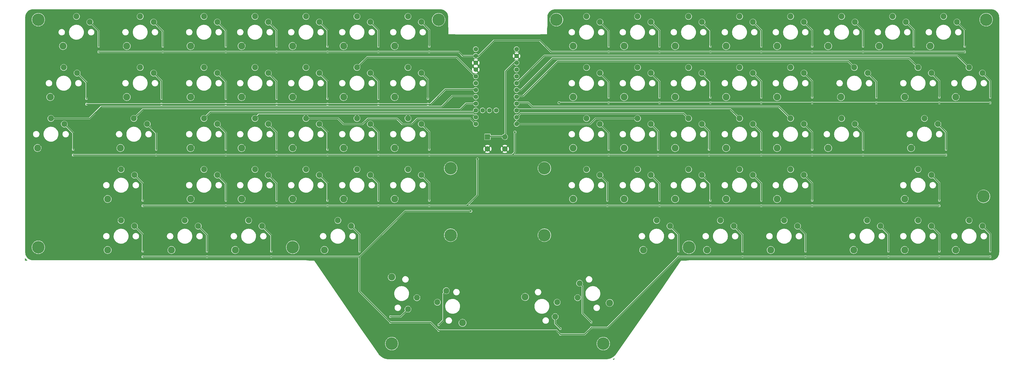
<source format=gbr>
%TF.GenerationSoftware,KiCad,Pcbnew,(6.0.10)*%
%TF.CreationDate,2023-07-04T22:41:52+12:00*%
%TF.ProjectId,orthoCode,6f727468-6f43-46f6-9465-2e6b69636164,rev?*%
%TF.SameCoordinates,Original*%
%TF.FileFunction,Copper,L2,Bot*%
%TF.FilePolarity,Positive*%
%FSLAX46Y46*%
G04 Gerber Fmt 4.6, Leading zero omitted, Abs format (unit mm)*
G04 Created by KiCad (PCBNEW (6.0.10)) date 2023-07-04 22:41:52*
%MOMM*%
%LPD*%
G01*
G04 APERTURE LIST*
%TA.AperFunction,ComponentPad*%
%ADD10C,2.600000*%
%TD*%
%TA.AperFunction,ComponentPad*%
%ADD11C,2.200000*%
%TD*%
%TA.AperFunction,ComponentPad*%
%ADD12C,4.700000*%
%TD*%
%TA.AperFunction,ComponentPad*%
%ADD13R,2.000000X2.000000*%
%TD*%
%TA.AperFunction,ComponentPad*%
%ADD14C,2.000000*%
%TD*%
%TA.AperFunction,ComponentPad*%
%ADD15C,1.752600*%
%TD*%
%TA.AperFunction,SMDPad,CuDef*%
%ADD16R,0.450000X0.600000*%
%TD*%
%TA.AperFunction,ViaPad*%
%ADD17C,0.800000*%
%TD*%
%TA.AperFunction,Conductor*%
%ADD18C,0.400000*%
%TD*%
G04 APERTURE END LIST*
D10*
%TO.P,K1:8,*%
%TO.N,*%
X244393613Y-167802961D03*
D11*
%TO.P,K1:8,1*%
%TO.N,Col8*%
X232426038Y-165833282D03*
%TO.P,K1:8,2*%
%TO.N,Net-(D1:8-Pad2)*%
X233160387Y-160460133D03*
%TD*%
D10*
%TO.P,K1:1,*%
%TO.N,*%
X56912500Y-148025000D03*
D11*
%TO.P,K1:1,1*%
%TO.N,Col1*%
X61912500Y-136975000D03*
%TO.P,K1:1,2*%
%TO.N,Net-(D1:1-Pad2)*%
X66912500Y-139075000D03*
%TD*%
D10*
%TO.P,K1:2,*%
%TO.N,*%
X80725000Y-148025000D03*
D11*
%TO.P,K1:2,1*%
%TO.N,Col2*%
X85725000Y-136975000D03*
%TO.P,K1:2,2*%
%TO.N,Net-(D1:2-Pad2)*%
X90725000Y-139075000D03*
%TD*%
D10*
%TO.P,K1:3,*%
%TO.N,*%
X104537500Y-148025000D03*
D11*
%TO.P,K1:3,1*%
%TO.N,Col3*%
X109537500Y-136975000D03*
%TO.P,K1:3,2*%
%TO.N,Net-(D1:3-Pad2)*%
X114537500Y-139075000D03*
%TD*%
D10*
%TO.P,K1:4,*%
%TO.N,*%
X137875000Y-148025000D03*
D11*
%TO.P,K1:4,1*%
%TO.N,Col4*%
X142875000Y-136975000D03*
%TO.P,K1:4,2*%
%TO.N,Net-(D1:4-Pad2)*%
X147875000Y-139075000D03*
%TD*%
D10*
%TO.P,K1:5,*%
%TO.N,*%
X163007077Y-158143703D03*
D11*
%TO.P,K1:5,1*%
%TO.N,Col5*%
X172386462Y-165833282D03*
%TO.P,K1:5,2*%
%TO.N,Net-(D1:5-Pad2)*%
X169063923Y-170119392D03*
%TD*%
D10*
%TO.P,K1:6,*%
%TO.N,*%
X189417923Y-175231297D03*
D11*
%TO.P,K1:6,1*%
%TO.N,Col6*%
X180038538Y-167541718D03*
%TO.P,K1:6,2*%
%TO.N,Net-(D1:6-Pad2)*%
X183361077Y-163255608D03*
%TD*%
D10*
%TO.P,K1:7,*%
%TO.N,*%
X212806387Y-165572039D03*
D11*
%TO.P,K1:7,1*%
%TO.N,Col7*%
X224773962Y-167541718D03*
%TO.P,K1:7,2*%
%TO.N,Net-(D1:7-Pad2)*%
X224039613Y-172914867D03*
%TD*%
D10*
%TO.P,K1:9,*%
%TO.N,*%
X256937500Y-148025000D03*
D11*
%TO.P,K1:9,1*%
%TO.N,Col9*%
X261937500Y-136975000D03*
%TO.P,K1:9,2*%
%TO.N,Net-(D1:9-Pad2)*%
X266937500Y-139075000D03*
%TD*%
D10*
%TO.P,K1:10,*%
%TO.N,*%
X280750000Y-148025000D03*
D11*
%TO.P,K1:10,1*%
%TO.N,Col10*%
X285750000Y-136975000D03*
%TO.P,K1:10,2*%
%TO.N,Net-(D1:10-Pad2)*%
X290750000Y-139075000D03*
%TD*%
D10*
%TO.P,K1:11,*%
%TO.N,*%
X304562500Y-148025000D03*
D11*
%TO.P,K1:11,1*%
%TO.N,Col11*%
X309562500Y-136975000D03*
%TO.P,K1:11,2*%
%TO.N,Net-(D1:11-Pad2)*%
X314562500Y-139075000D03*
%TD*%
D10*
%TO.P,K1:12,*%
%TO.N,*%
X335518750Y-148025000D03*
D11*
%TO.P,K1:12,1*%
%TO.N,Col12*%
X340518750Y-136975000D03*
%TO.P,K1:12,2*%
%TO.N,Net-(D1:12-Pad2)*%
X345518750Y-139075000D03*
%TD*%
D10*
%TO.P,K1:13,*%
%TO.N,*%
X354568750Y-148025000D03*
D11*
%TO.P,K1:13,1*%
%TO.N,Col13*%
X359568750Y-136975000D03*
%TO.P,K1:13,2*%
%TO.N,Net-(D1:13-Pad2)*%
X364568750Y-139075000D03*
%TD*%
D10*
%TO.P,K1:14,*%
%TO.N,*%
X373618750Y-148025000D03*
D11*
%TO.P,K1:14,1*%
%TO.N,Col14*%
X378618750Y-136975000D03*
%TO.P,K1:14,2*%
%TO.N,Net-(D1:14-Pad2)*%
X383618750Y-139075000D03*
%TD*%
D10*
%TO.P,K2:2,*%
%TO.N,*%
X87868750Y-128975000D03*
D11*
%TO.P,K2:2,1*%
%TO.N,Col2*%
X92868750Y-117925000D03*
%TO.P,K2:2,2*%
%TO.N,Net-(D2:2-Pad2)*%
X97868750Y-120025000D03*
%TD*%
D10*
%TO.P,K2:3,*%
%TO.N,*%
X106918750Y-128975000D03*
D11*
%TO.P,K2:3,1*%
%TO.N,Col3*%
X111918750Y-117925000D03*
%TO.P,K2:3,2*%
%TO.N,Net-(D2:3-Pad2)*%
X116918750Y-120025000D03*
%TD*%
D10*
%TO.P,K2:4,*%
%TO.N,*%
X125968750Y-128975000D03*
D11*
%TO.P,K2:4,1*%
%TO.N,Col4*%
X130968750Y-117925000D03*
%TO.P,K2:4,2*%
%TO.N,Net-(D2:4-Pad2)*%
X135968750Y-120025000D03*
%TD*%
D10*
%TO.P,K2:5,*%
%TO.N,*%
X145018750Y-128975000D03*
D11*
%TO.P,K2:5,1*%
%TO.N,Col5*%
X150018750Y-117925000D03*
%TO.P,K2:5,2*%
%TO.N,Net-(D2:5-Pad2)*%
X155018750Y-120025000D03*
%TD*%
D10*
%TO.P,K2:6,*%
%TO.N,*%
X164068750Y-128975000D03*
D11*
%TO.P,K2:6,1*%
%TO.N,Col6*%
X169068750Y-117925000D03*
%TO.P,K2:6,2*%
%TO.N,Net-(D2:6-Pad2)*%
X174068750Y-120025000D03*
%TD*%
D10*
%TO.P,K2:7,*%
%TO.N,*%
X230743750Y-128975000D03*
D11*
%TO.P,K2:7,1*%
%TO.N,Col7*%
X235743750Y-117925000D03*
%TO.P,K2:7,2*%
%TO.N,Net-(D2:7-Pad2)*%
X240743750Y-120025000D03*
%TD*%
D10*
%TO.P,K2:8,*%
%TO.N,*%
X249793750Y-128975000D03*
D11*
%TO.P,K2:8,1*%
%TO.N,Col8*%
X254793750Y-117925000D03*
%TO.P,K2:8,2*%
%TO.N,Net-(D2:8-Pad2)*%
X259793750Y-120025000D03*
%TD*%
D10*
%TO.P,K2:9,*%
%TO.N,*%
X268843750Y-128975000D03*
D11*
%TO.P,K2:9,1*%
%TO.N,Col9*%
X273843750Y-117925000D03*
%TO.P,K2:9,2*%
%TO.N,Net-(D2:9-Pad2)*%
X278843750Y-120025000D03*
%TD*%
D10*
%TO.P,K2:10,*%
%TO.N,*%
X287893750Y-128975000D03*
D11*
%TO.P,K2:10,1*%
%TO.N,Col10*%
X292893750Y-117925000D03*
%TO.P,K2:10,2*%
%TO.N,Net-(D2:10-Pad2)*%
X297893750Y-120025000D03*
%TD*%
D10*
%TO.P,K2:11,*%
%TO.N,*%
X306943750Y-128975000D03*
D11*
%TO.P,K2:11,1*%
%TO.N,Col11*%
X311943750Y-117925000D03*
%TO.P,K2:11,2*%
%TO.N,Net-(D2:11-Pad2)*%
X316943750Y-120025000D03*
%TD*%
D10*
%TO.P,K2:13,*%
%TO.N,*%
X354568750Y-128975000D03*
D11*
%TO.P,K2:13,1*%
%TO.N,Col13*%
X359568750Y-117925000D03*
%TO.P,K2:13,2*%
%TO.N,Net-(D2:13-Pad2)*%
X364568750Y-120025000D03*
%TD*%
D10*
%TO.P,K3:0,*%
%TO.N,*%
X30718750Y-109925000D03*
D11*
%TO.P,K3:0,1*%
%TO.N,Col0*%
X35718750Y-98875000D03*
%TO.P,K3:0,2*%
%TO.N,Net-(D3:0-Pad2)*%
X40718750Y-100975000D03*
%TD*%
D10*
%TO.P,K3:1,*%
%TO.N,*%
X61675000Y-109925000D03*
D11*
%TO.P,K3:1,1*%
%TO.N,Col1*%
X66675000Y-98875000D03*
%TO.P,K3:1,2*%
%TO.N,Net-(D3:1-Pad2)*%
X71675000Y-100975000D03*
%TD*%
D10*
%TO.P,K3:2,*%
%TO.N,*%
X87868750Y-109925000D03*
D11*
%TO.P,K3:2,1*%
%TO.N,Col2*%
X92868750Y-98875000D03*
%TO.P,K3:2,2*%
%TO.N,Net-(D3:2-Pad2)*%
X97868750Y-100975000D03*
%TD*%
D10*
%TO.P,K3:3,*%
%TO.N,*%
X106918750Y-109925000D03*
D11*
%TO.P,K3:3,1*%
%TO.N,Col3*%
X111918750Y-98875000D03*
%TO.P,K3:3,2*%
%TO.N,Net-(D3:3-Pad2)*%
X116918750Y-100975000D03*
%TD*%
D10*
%TO.P,K3:4,*%
%TO.N,*%
X125968750Y-109925000D03*
D11*
%TO.P,K3:4,1*%
%TO.N,Col4*%
X130968750Y-98875000D03*
%TO.P,K3:4,2*%
%TO.N,Net-(D3:4-Pad2)*%
X135968750Y-100975000D03*
%TD*%
D10*
%TO.P,K3:5,*%
%TO.N,*%
X145018750Y-109925000D03*
D11*
%TO.P,K3:5,1*%
%TO.N,Col5*%
X150018750Y-98875000D03*
%TO.P,K3:5,2*%
%TO.N,Net-(D3:5-Pad2)*%
X155018750Y-100975000D03*
%TD*%
D10*
%TO.P,K3:6,*%
%TO.N,*%
X164068750Y-109925000D03*
D11*
%TO.P,K3:6,1*%
%TO.N,Col6*%
X169068750Y-98875000D03*
%TO.P,K3:6,2*%
%TO.N,Net-(D3:6-Pad2)*%
X174068750Y-100975000D03*
%TD*%
D10*
%TO.P,K3:7,*%
%TO.N,*%
X230743750Y-109925000D03*
D11*
%TO.P,K3:7,1*%
%TO.N,Col7*%
X235743750Y-98875000D03*
%TO.P,K3:7,2*%
%TO.N,Net-(D3:7-Pad2)*%
X240743750Y-100975000D03*
%TD*%
D10*
%TO.P,K3:8,*%
%TO.N,*%
X249793750Y-109925000D03*
D11*
%TO.P,K3:8,1*%
%TO.N,Col8*%
X254793750Y-98875000D03*
%TO.P,K3:8,2*%
%TO.N,Net-(D3:8-Pad2)*%
X259793750Y-100975000D03*
%TD*%
D10*
%TO.P,K3:9,*%
%TO.N,*%
X268843750Y-109925000D03*
D11*
%TO.P,K3:9,1*%
%TO.N,Col9*%
X273843750Y-98875000D03*
%TO.P,K3:9,2*%
%TO.N,Net-(D3:9-Pad2)*%
X278843750Y-100975000D03*
%TD*%
D10*
%TO.P,K3:10,*%
%TO.N,*%
X287893750Y-109925000D03*
D11*
%TO.P,K3:10,1*%
%TO.N,Col10*%
X292893750Y-98875000D03*
%TO.P,K3:10,2*%
%TO.N,Net-(D3:10-Pad2)*%
X297893750Y-100975000D03*
%TD*%
D10*
%TO.P,K3:11,*%
%TO.N,*%
X306943750Y-109925000D03*
D11*
%TO.P,K3:11,1*%
%TO.N,Col11*%
X311943750Y-98875000D03*
%TO.P,K3:11,2*%
%TO.N,Net-(D3:11-Pad2)*%
X316943750Y-100975000D03*
%TD*%
D10*
%TO.P,K3:12,*%
%TO.N,*%
X325993750Y-109925000D03*
D11*
%TO.P,K3:12,1*%
%TO.N,Col12*%
X330993750Y-98875000D03*
%TO.P,K3:12,2*%
%TO.N,Net-(D3:12-Pad2)*%
X335993750Y-100975000D03*
%TD*%
D10*
%TO.P,K3:13,*%
%TO.N,*%
X356950000Y-109925000D03*
D11*
%TO.P,K3:13,1*%
%TO.N,Col13*%
X361950000Y-98875000D03*
%TO.P,K3:13,2*%
%TO.N,Net-(D3:13-Pad2)*%
X366950000Y-100975000D03*
%TD*%
D10*
%TO.P,K4:0,*%
%TO.N,*%
X35481250Y-90875000D03*
D11*
%TO.P,K4:0,1*%
%TO.N,Col0*%
X40481250Y-79825000D03*
%TO.P,K4:0,2*%
%TO.N,Net-(D4:0-Pad2)*%
X45481250Y-81925000D03*
%TD*%
D10*
%TO.P,K4:1,*%
%TO.N,*%
X64056250Y-90875000D03*
D11*
%TO.P,K4:1,1*%
%TO.N,Col1*%
X69056250Y-79825000D03*
%TO.P,K4:1,2*%
%TO.N,Net-(D4:1-Pad2)*%
X74056250Y-81925000D03*
%TD*%
D10*
%TO.P,K4:2,*%
%TO.N,*%
X87868750Y-90875000D03*
D11*
%TO.P,K4:2,1*%
%TO.N,Col2*%
X92868750Y-79825000D03*
%TO.P,K4:2,2*%
%TO.N,Net-(D4:2-Pad2)*%
X97868750Y-81925000D03*
%TD*%
D10*
%TO.P,K4:3,*%
%TO.N,*%
X106918750Y-90875000D03*
D11*
%TO.P,K4:3,1*%
%TO.N,Col3*%
X111918750Y-79825000D03*
%TO.P,K4:3,2*%
%TO.N,Net-(D4:3-Pad2)*%
X116918750Y-81925000D03*
%TD*%
D10*
%TO.P,K4:4,*%
%TO.N,*%
X125968750Y-90875000D03*
D11*
%TO.P,K4:4,1*%
%TO.N,Col4*%
X130968750Y-79825000D03*
%TO.P,K4:4,2*%
%TO.N,Net-(D4:4-Pad2)*%
X135968750Y-81925000D03*
%TD*%
D10*
%TO.P,K4:5,*%
%TO.N,*%
X145018750Y-90875000D03*
D11*
%TO.P,K4:5,1*%
%TO.N,Col5*%
X150018750Y-79825000D03*
%TO.P,K4:5,2*%
%TO.N,Net-(D4:5-Pad2)*%
X155018750Y-81925000D03*
%TD*%
D10*
%TO.P,K4:6,*%
%TO.N,*%
X164068750Y-90875000D03*
D11*
%TO.P,K4:6,1*%
%TO.N,Col6*%
X169068750Y-79825000D03*
%TO.P,K4:6,2*%
%TO.N,Net-(D4:6-Pad2)*%
X174068750Y-81925000D03*
%TD*%
D10*
%TO.P,K4:7,*%
%TO.N,*%
X230743750Y-90875000D03*
D11*
%TO.P,K4:7,1*%
%TO.N,Col7*%
X235743750Y-79825000D03*
%TO.P,K4:7,2*%
%TO.N,Net-(D4:7-Pad2)*%
X240743750Y-81925000D03*
%TD*%
D10*
%TO.P,K4:8,*%
%TO.N,*%
X249793750Y-90875000D03*
D11*
%TO.P,K4:8,1*%
%TO.N,Col8*%
X254793750Y-79825000D03*
%TO.P,K4:8,2*%
%TO.N,Net-(D4:8-Pad2)*%
X259793750Y-81925000D03*
%TD*%
D10*
%TO.P,K4:9,*%
%TO.N,*%
X268843750Y-90875000D03*
D11*
%TO.P,K4:9,1*%
%TO.N,Col9*%
X273843750Y-79825000D03*
%TO.P,K4:9,2*%
%TO.N,Net-(D4:9-Pad2)*%
X278843750Y-81925000D03*
%TD*%
D10*
%TO.P,K4:10,*%
%TO.N,*%
X287893750Y-90875000D03*
D11*
%TO.P,K4:10,1*%
%TO.N,Col10*%
X292893750Y-79825000D03*
%TO.P,K4:10,2*%
%TO.N,Net-(D4:10-Pad2)*%
X297893750Y-81925000D03*
%TD*%
D10*
%TO.P,K4:11,*%
%TO.N,*%
X306943750Y-90875000D03*
D11*
%TO.P,K4:11,1*%
%TO.N,Col11*%
X311943750Y-79825000D03*
%TO.P,K4:11,2*%
%TO.N,Net-(D4:11-Pad2)*%
X316943750Y-81925000D03*
%TD*%
D10*
%TO.P,K4:12,*%
%TO.N,*%
X330756250Y-90875000D03*
D11*
%TO.P,K4:12,1*%
%TO.N,Col12*%
X335756250Y-79825000D03*
%TO.P,K4:12,2*%
%TO.N,Net-(D4:12-Pad2)*%
X340756250Y-81925000D03*
%TD*%
D10*
%TO.P,K4:13,*%
%TO.N,*%
X354568750Y-90875000D03*
D11*
%TO.P,K4:13,1*%
%TO.N,Col13*%
X359568750Y-79825000D03*
%TO.P,K4:13,2*%
%TO.N,Net-(D4:13-Pad2)*%
X364568750Y-81925000D03*
%TD*%
D10*
%TO.P,K4:14,*%
%TO.N,*%
X373618750Y-90875000D03*
D11*
%TO.P,K4:14,1*%
%TO.N,Col14*%
X378618750Y-79825000D03*
%TO.P,K4:14,2*%
%TO.N,Net-(D4:14-Pad2)*%
X383618750Y-81925000D03*
%TD*%
D10*
%TO.P,K5:0,*%
%TO.N,*%
X40243750Y-71825000D03*
D11*
%TO.P,K5:0,1*%
%TO.N,Col0*%
X45243750Y-60775000D03*
%TO.P,K5:0,2*%
%TO.N,Net-(D5:0-Pad2)*%
X50243750Y-62875000D03*
%TD*%
D10*
%TO.P,K5:1,*%
%TO.N,*%
X64056250Y-71825000D03*
D11*
%TO.P,K5:1,1*%
%TO.N,Col1*%
X69056250Y-60775000D03*
%TO.P,K5:1,2*%
%TO.N,Net-(D5:1-Pad2)*%
X74056250Y-62875000D03*
%TD*%
D10*
%TO.P,K5:2,*%
%TO.N,*%
X87868750Y-71825000D03*
D11*
%TO.P,K5:2,1*%
%TO.N,Col2*%
X92868750Y-60775000D03*
%TO.P,K5:2,2*%
%TO.N,Net-(D5:2-Pad2)*%
X97868750Y-62875000D03*
%TD*%
D10*
%TO.P,K5:3,*%
%TO.N,*%
X106918750Y-71825000D03*
D11*
%TO.P,K5:3,1*%
%TO.N,Col3*%
X111918750Y-60775000D03*
%TO.P,K5:3,2*%
%TO.N,Net-(D5:3-Pad2)*%
X116918750Y-62875000D03*
%TD*%
D10*
%TO.P,K5:4,*%
%TO.N,*%
X125968750Y-71825000D03*
D11*
%TO.P,K5:4,1*%
%TO.N,Col4*%
X130968750Y-60775000D03*
%TO.P,K5:4,2*%
%TO.N,Net-(D5:4-Pad2)*%
X135968750Y-62875000D03*
%TD*%
D10*
%TO.P,K5:5,*%
%TO.N,*%
X145018750Y-71825000D03*
D11*
%TO.P,K5:5,1*%
%TO.N,Col5*%
X150018750Y-60775000D03*
%TO.P,K5:5,2*%
%TO.N,Net-(D5:5-Pad2)*%
X155018750Y-62875000D03*
%TD*%
D10*
%TO.P,K5:6,*%
%TO.N,*%
X164068750Y-71825000D03*
D11*
%TO.P,K5:6,1*%
%TO.N,Col6*%
X169068750Y-60775000D03*
%TO.P,K5:6,2*%
%TO.N,Net-(D5:6-Pad2)*%
X174068750Y-62875000D03*
%TD*%
D10*
%TO.P,K5:7,*%
%TO.N,*%
X230743750Y-71825000D03*
D11*
%TO.P,K5:7,1*%
%TO.N,Col7*%
X235743750Y-60775000D03*
%TO.P,K5:7,2*%
%TO.N,Net-(D5:7-Pad2)*%
X240743750Y-62875000D03*
%TD*%
D10*
%TO.P,K5:8,*%
%TO.N,*%
X249793750Y-71825000D03*
D11*
%TO.P,K5:8,1*%
%TO.N,Col8*%
X254793750Y-60775000D03*
%TO.P,K5:8,2*%
%TO.N,Net-(D5:8-Pad2)*%
X259793750Y-62875000D03*
%TD*%
D10*
%TO.P,K5:9,*%
%TO.N,*%
X268843750Y-71825000D03*
D11*
%TO.P,K5:9,1*%
%TO.N,Col9*%
X273843750Y-60775000D03*
%TO.P,K5:9,2*%
%TO.N,Net-(D5:9-Pad2)*%
X278843750Y-62875000D03*
%TD*%
D10*
%TO.P,K5:10,*%
%TO.N,*%
X287893750Y-71825000D03*
D11*
%TO.P,K5:10,1*%
%TO.N,Col10*%
X292893750Y-60775000D03*
%TO.P,K5:10,2*%
%TO.N,Net-(D5:10-Pad2)*%
X297893750Y-62875000D03*
%TD*%
D10*
%TO.P,K5:11,*%
%TO.N,*%
X306943750Y-71825000D03*
D11*
%TO.P,K5:11,1*%
%TO.N,Col11*%
X311943750Y-60775000D03*
%TO.P,K5:11,2*%
%TO.N,Net-(D5:11-Pad2)*%
X316943750Y-62875000D03*
%TD*%
D10*
%TO.P,K5:12,*%
%TO.N,*%
X325993750Y-71825000D03*
D11*
%TO.P,K5:12,1*%
%TO.N,Col12*%
X330993750Y-60775000D03*
%TO.P,K5:12,2*%
%TO.N,Net-(D5:12-Pad2)*%
X335993750Y-62875000D03*
%TD*%
D10*
%TO.P,K5:13,*%
%TO.N,*%
X345043750Y-71825000D03*
D11*
%TO.P,K5:13,1*%
%TO.N,Col13*%
X350043750Y-60775000D03*
%TO.P,K5:13,2*%
%TO.N,Net-(D5:13-Pad2)*%
X355043750Y-62875000D03*
%TD*%
D10*
%TO.P,K5:14,*%
%TO.N,*%
X364093750Y-71825000D03*
D11*
%TO.P,K5:14,1*%
%TO.N,Col14*%
X369093750Y-60775000D03*
%TO.P,K5:14,2*%
%TO.N,Net-(D5:14-Pad2)*%
X374093750Y-62875000D03*
%TD*%
D10*
%TO.P,K2:1,*%
%TO.N,*%
X56912500Y-128975000D03*
D11*
%TO.P,K2:1,1*%
%TO.N,Col1*%
X61912500Y-117925000D03*
%TO.P,K2:1,2*%
%TO.N,Net-(D2:1-Pad2)*%
X66912500Y-120025000D03*
%TD*%
D12*
%TO.P,REF\u002A\u002A,1*%
%TO.N,N/C*%
X180500000Y-62000000D03*
%TD*%
D13*
%TO.P,SRST1,1*%
%TO.N,Net-(SRST1-Pad1)*%
X198750000Y-105750000D03*
D14*
%TO.P,SRST1,2*%
X205250000Y-105750000D03*
%TO.P,SRST1,3*%
%TO.N,GND*%
X198750000Y-110250000D03*
%TO.P,SRST1,4*%
X205250000Y-110250000D03*
%TD*%
D12*
%TO.P,REF\u002A\u002A,1*%
%TO.N,N/C*%
X274000000Y-147000000D03*
%TD*%
%TO.P,REF\u002A\u002A,1*%
%TO.N,N/C*%
X185000000Y-142500000D03*
%TD*%
%TO.P,REF\u002A\u002A,1*%
%TO.N,N/C*%
X384000000Y-128000000D03*
%TD*%
%TO.P,REF\u002A\u002A,1*%
%TO.N,N/C*%
X385000000Y-62000000D03*
%TD*%
%TO.P,REF\u002A\u002A,1*%
%TO.N,N/C*%
X163000000Y-183000000D03*
%TD*%
%TO.P,REF\u002A\u002A,1*%
%TO.N,N/C*%
X185000000Y-117500000D03*
%TD*%
%TO.P,REF\u002A\u002A,1*%
%TO.N,N/C*%
X31000000Y-62000000D03*
%TD*%
%TO.P,REF\u002A\u002A,1*%
%TO.N,N/C*%
X220000000Y-117500000D03*
%TD*%
%TO.P,REF\u002A\u002A,1*%
%TO.N,N/C*%
X242000000Y-183000000D03*
%TD*%
D15*
%TO.P,U1,1,TX0/P0.06*%
%TO.N,Col6*%
X194380000Y-73016750D03*
%TO.P,U1,2,RX1/P0.08*%
%TO.N,Row5*%
X194380000Y-75556750D03*
%TO.P,U1,3,GND*%
%TO.N,GND*%
X194380000Y-78096750D03*
%TO.P,U1,4,GND*%
X194380000Y-80636750D03*
%TO.P,U1,5,P0.17*%
%TO.N,Col5*%
X194380000Y-83176750D03*
%TO.P,U1,6,P0.20*%
%TO.N,Col7*%
X194380000Y-85716750D03*
%TO.P,U1,7,P0.22*%
%TO.N,Row4*%
X194380000Y-88256750D03*
%TO.P,U1,8,P0.24*%
%TO.N,Col0*%
X194380000Y-90796750D03*
%TO.P,U1,9,P1.00*%
%TO.N,Col1*%
X194380000Y-93336750D03*
%TO.P,U1,10,P0.11*%
%TO.N,Col2*%
X194380000Y-95876750D03*
%TO.P,U1,11,P1.04*%
%TO.N,Col3*%
X194380000Y-98416750D03*
%TO.P,U1,12,P1.06*%
%TO.N,Col4*%
X194380000Y-100956750D03*
%TO.P,U1,13,NFC1/P0.09*%
%TO.N,Col8*%
X209620000Y-100956750D03*
%TO.P,U1,14,NFC2/P0.10*%
%TO.N,Col9*%
X209620000Y-98416750D03*
%TO.P,U1,15,P1.11*%
%TO.N,Col10*%
X209620000Y-95876750D03*
%TO.P,U1,16,P1.13*%
%TO.N,Col11*%
X209620000Y-93336750D03*
%TO.P,U1,17,P1.15*%
%TO.N,Col12*%
X209620000Y-90796750D03*
%TO.P,U1,18,AIN0/P0.02*%
%TO.N,Col13*%
X209620000Y-88256750D03*
%TO.P,U1,19,AIN5/P0.29*%
%TO.N,Col14*%
X209620000Y-85716750D03*
%TO.P,U1,20,AIN7/P0.31*%
%TO.N,unconnected-(U1-Pad20)*%
X209620000Y-83176750D03*
%TO.P,U1,21,VCC*%
%TO.N,VCC*%
X209620000Y-80636750D03*
%TO.P,U1,22,RST*%
%TO.N,Net-(SRST1-Pad1)*%
X209620000Y-78096750D03*
%TO.P,U1,23,GND*%
%TO.N,GND*%
X209620000Y-75556750D03*
%TO.P,U1,24,BATIN/P0.04*%
%TO.N,unconnected-(U1-Pad24)*%
X209620000Y-73016750D03*
%TO.P,U1,31,P1.01*%
%TO.N,Row1*%
X196920000Y-95876750D03*
%TO.P,U1,32,P1.02*%
%TO.N,Row2*%
X199460000Y-95876750D03*
%TO.P,U1,33,P1.07*%
%TO.N,Row3*%
X202000000Y-95876750D03*
%TD*%
D12*
%TO.P,REF\u002A\u002A,1*%
%TO.N,N/C*%
X31000000Y-147000000D03*
%TD*%
%TO.P,REF\u002A\u002A,1*%
%TO.N,N/C*%
X220000000Y-142500000D03*
%TD*%
%TO.P,REF\u002A\u002A,1*%
%TO.N,N/C*%
X126000000Y-147000000D03*
%TD*%
%TO.P,REF\u002A\u002A,1*%
%TO.N,N/C*%
X224500000Y-62000000D03*
%TD*%
D16*
%TO.P,D1:8,1*%
%TO.N,Row1*%
X237500000Y-177050000D03*
%TO.P,D1:8,2*%
%TO.N,Net-(D1:8-Pad2)*%
X237500000Y-174950000D03*
%TD*%
%TO.P,D1:1,1*%
%TO.N,Row1*%
X70000000Y-150550000D03*
%TO.P,D1:1,2*%
%TO.N,Net-(D1:1-Pad2)*%
X70000000Y-148450000D03*
%TD*%
%TO.P,D1:2,1*%
%TO.N,Row1*%
X94000000Y-150550000D03*
%TO.P,D1:2,2*%
%TO.N,Net-(D1:2-Pad2)*%
X94000000Y-148450000D03*
%TD*%
%TO.P,D1:3,1*%
%TO.N,Row1*%
X118000000Y-150550000D03*
%TO.P,D1:3,2*%
%TO.N,Net-(D1:3-Pad2)*%
X118000000Y-148450000D03*
%TD*%
%TO.P,D1:4,1*%
%TO.N,Row1*%
X151000000Y-150550000D03*
%TO.P,D1:4,2*%
%TO.N,Net-(D1:4-Pad2)*%
X151000000Y-148450000D03*
%TD*%
%TO.P,D1:5,1*%
%TO.N,Row1*%
X162500000Y-175050000D03*
%TO.P,D1:5,2*%
%TO.N,Net-(D1:5-Pad2)*%
X162500000Y-172950000D03*
%TD*%
%TO.P,D1:6,1*%
%TO.N,Row1*%
X180500000Y-178050000D03*
%TO.P,D1:6,2*%
%TO.N,Net-(D1:6-Pad2)*%
X180500000Y-175950000D03*
%TD*%
%TO.P,D1:7,1*%
%TO.N,Row1*%
X226000000Y-179550000D03*
%TO.P,D1:7,2*%
%TO.N,Net-(D1:7-Pad2)*%
X226000000Y-177450000D03*
%TD*%
%TO.P,D1:9,1*%
%TO.N,Row1*%
X270000000Y-150550000D03*
%TO.P,D1:9,2*%
%TO.N,Net-(D1:9-Pad2)*%
X270000000Y-148450000D03*
%TD*%
%TO.P,D1:10,1*%
%TO.N,Row1*%
X294000000Y-150550000D03*
%TO.P,D1:10,2*%
%TO.N,Net-(D1:10-Pad2)*%
X294000000Y-148450000D03*
%TD*%
%TO.P,D1:11,1*%
%TO.N,Row1*%
X317500000Y-150550000D03*
%TO.P,D1:11,2*%
%TO.N,Net-(D1:11-Pad2)*%
X317500000Y-148450000D03*
%TD*%
%TO.P,D1:12,1*%
%TO.N,Row1*%
X348500000Y-150550000D03*
%TO.P,D1:12,2*%
%TO.N,Net-(D1:12-Pad2)*%
X348500000Y-148450000D03*
%TD*%
%TO.P,D1:13,1*%
%TO.N,Row1*%
X367500000Y-150550000D03*
%TO.P,D1:13,2*%
%TO.N,Net-(D1:13-Pad2)*%
X367500000Y-148450000D03*
%TD*%
%TO.P,D1:14,1*%
%TO.N,Row1*%
X386500000Y-150550000D03*
%TO.P,D1:14,2*%
%TO.N,Net-(D1:14-Pad2)*%
X386500000Y-148450000D03*
%TD*%
%TO.P,D2:1,1*%
%TO.N,Row2*%
X70000000Y-131550000D03*
%TO.P,D2:1,2*%
%TO.N,Net-(D2:1-Pad2)*%
X70000000Y-129450000D03*
%TD*%
%TO.P,D2:2,1*%
%TO.N,Row2*%
X101000000Y-131550000D03*
%TO.P,D2:2,2*%
%TO.N,Net-(D2:2-Pad2)*%
X101000000Y-129450000D03*
%TD*%
%TO.P,D2:3,1*%
%TO.N,Row2*%
X120000000Y-131550000D03*
%TO.P,D2:3,2*%
%TO.N,Net-(D2:3-Pad2)*%
X120000000Y-129450000D03*
%TD*%
%TO.P,D2:4,1*%
%TO.N,Row2*%
X139000000Y-131550000D03*
%TO.P,D2:4,2*%
%TO.N,Net-(D2:4-Pad2)*%
X139000000Y-129450000D03*
%TD*%
%TO.P,D2:5,1*%
%TO.N,Row2*%
X158000000Y-131550000D03*
%TO.P,D2:5,2*%
%TO.N,Net-(D2:5-Pad2)*%
X158000000Y-129450000D03*
%TD*%
%TO.P,D2:6,1*%
%TO.N,Row2*%
X177000000Y-131550000D03*
%TO.P,D2:6,2*%
%TO.N,Net-(D2:6-Pad2)*%
X177000000Y-129450000D03*
%TD*%
%TO.P,D2:7,1*%
%TO.N,Row2*%
X243500000Y-131550000D03*
%TO.P,D2:7,2*%
%TO.N,Net-(D2:7-Pad2)*%
X243500000Y-129450000D03*
%TD*%
%TO.P,D2:8,1*%
%TO.N,Row2*%
X263000000Y-131550000D03*
%TO.P,D2:8,2*%
%TO.N,Net-(D2:8-Pad2)*%
X263000000Y-129450000D03*
%TD*%
%TO.P,D2:9,1*%
%TO.N,Row2*%
X282000000Y-131550000D03*
%TO.P,D2:9,2*%
%TO.N,Net-(D2:9-Pad2)*%
X282000000Y-129450000D03*
%TD*%
%TO.P,D2:10,1*%
%TO.N,Row2*%
X301000000Y-131550000D03*
%TO.P,D2:10,2*%
%TO.N,Net-(D2:10-Pad2)*%
X301000000Y-129450000D03*
%TD*%
%TO.P,D2:11,1*%
%TO.N,Row2*%
X320000000Y-131550000D03*
%TO.P,D2:11,2*%
%TO.N,Net-(D2:11-Pad2)*%
X320000000Y-129450000D03*
%TD*%
%TO.P,D2:13,1*%
%TO.N,Row2*%
X367500000Y-131550000D03*
%TO.P,D2:13,2*%
%TO.N,Net-(D2:13-Pad2)*%
X367500000Y-129450000D03*
%TD*%
%TO.P,D3:0,1*%
%TO.N,Row3*%
X44000000Y-112550000D03*
%TO.P,D3:0,2*%
%TO.N,Net-(D3:0-Pad2)*%
X44000000Y-110450000D03*
%TD*%
%TO.P,D3:1,1*%
%TO.N,Row3*%
X75000000Y-112550000D03*
%TO.P,D3:1,2*%
%TO.N,Net-(D3:1-Pad2)*%
X75000000Y-110450000D03*
%TD*%
%TO.P,D3:2,1*%
%TO.N,Row3*%
X101000000Y-112550000D03*
%TO.P,D3:2,2*%
%TO.N,Net-(D3:2-Pad2)*%
X101000000Y-110450000D03*
%TD*%
%TO.P,D3:3,1*%
%TO.N,Row3*%
X120000000Y-112550000D03*
%TO.P,D3:3,2*%
%TO.N,Net-(D3:3-Pad2)*%
X120000000Y-110450000D03*
%TD*%
%TO.P,D3:4,1*%
%TO.N,Row3*%
X139000000Y-112550000D03*
%TO.P,D3:4,2*%
%TO.N,Net-(D3:4-Pad2)*%
X139000000Y-110450000D03*
%TD*%
%TO.P,D3:5,1*%
%TO.N,Row3*%
X158000000Y-112550000D03*
%TO.P,D3:5,2*%
%TO.N,Net-(D3:5-Pad2)*%
X158000000Y-110450000D03*
%TD*%
%TO.P,D3:6,1*%
%TO.N,Row3*%
X177000000Y-112550000D03*
%TO.P,D3:6,2*%
%TO.N,Net-(D3:6-Pad2)*%
X177000000Y-110450000D03*
%TD*%
%TO.P,D3:7,1*%
%TO.N,Row3*%
X244000000Y-112550000D03*
%TO.P,D3:7,2*%
%TO.N,Net-(D3:7-Pad2)*%
X244000000Y-110450000D03*
%TD*%
%TO.P,D3:8,1*%
%TO.N,Row3*%
X262500000Y-112550000D03*
%TO.P,D3:8,2*%
%TO.N,Net-(D3:8-Pad2)*%
X262500000Y-110450000D03*
%TD*%
%TO.P,D3:9,1*%
%TO.N,Row3*%
X281500000Y-112550000D03*
%TO.P,D3:9,2*%
%TO.N,Net-(D3:9-Pad2)*%
X281500000Y-110450000D03*
%TD*%
%TO.P,D3:10,1*%
%TO.N,Row3*%
X301000000Y-112550000D03*
%TO.P,D3:10,2*%
%TO.N,Net-(D3:10-Pad2)*%
X301000000Y-110450000D03*
%TD*%
%TO.P,D3:11,1*%
%TO.N,Row3*%
X320000000Y-112550000D03*
%TO.P,D3:11,2*%
%TO.N,Net-(D3:11-Pad2)*%
X320000000Y-110450000D03*
%TD*%
%TO.P,D3:12,1*%
%TO.N,Row3*%
X339000000Y-112550000D03*
%TO.P,D3:12,2*%
%TO.N,Net-(D3:12-Pad2)*%
X339000000Y-110450000D03*
%TD*%
%TO.P,D3:13,1*%
%TO.N,Row3*%
X370000000Y-112550000D03*
%TO.P,D3:13,2*%
%TO.N,Net-(D3:13-Pad2)*%
X370000000Y-110450000D03*
%TD*%
%TO.P,D4:0,1*%
%TO.N,Row4*%
X49000000Y-93550000D03*
%TO.P,D4:0,2*%
%TO.N,Net-(D4:0-Pad2)*%
X49000000Y-91450000D03*
%TD*%
%TO.P,D4:1,1*%
%TO.N,Row4*%
X77000000Y-93550000D03*
%TO.P,D4:1,2*%
%TO.N,Net-(D4:1-Pad2)*%
X77000000Y-91450000D03*
%TD*%
%TO.P,D4:2,1*%
%TO.N,Row4*%
X101000000Y-93550000D03*
%TO.P,D4:2,2*%
%TO.N,Net-(D4:2-Pad2)*%
X101000000Y-91450000D03*
%TD*%
%TO.P,D4:3,1*%
%TO.N,Row4*%
X120000000Y-93550000D03*
%TO.P,D4:3,2*%
%TO.N,Net-(D4:3-Pad2)*%
X120000000Y-91450000D03*
%TD*%
%TO.P,D4:4,1*%
%TO.N,Row4*%
X139000000Y-93550000D03*
%TO.P,D4:4,2*%
%TO.N,Net-(D4:4-Pad2)*%
X139000000Y-91450000D03*
%TD*%
%TO.P,D4:5,1*%
%TO.N,Row4*%
X158000000Y-93550000D03*
%TO.P,D4:5,2*%
%TO.N,Net-(D4:5-Pad2)*%
X158000000Y-91450000D03*
%TD*%
%TO.P,D4:6,1*%
%TO.N,Row4*%
X176500000Y-93550000D03*
%TO.P,D4:6,2*%
%TO.N,Net-(D4:6-Pad2)*%
X176500000Y-91450000D03*
%TD*%
%TO.P,D4:7,1*%
%TO.N,Row4*%
X244000000Y-93050000D03*
%TO.P,D4:7,2*%
%TO.N,Net-(D4:7-Pad2)*%
X244000000Y-90950000D03*
%TD*%
%TO.P,D4:8,1*%
%TO.N,Row4*%
X263000000Y-93050000D03*
%TO.P,D4:8,2*%
%TO.N,Net-(D4:8-Pad2)*%
X263000000Y-90950000D03*
%TD*%
%TO.P,D4:9,1*%
%TO.N,Row4*%
X282000000Y-93050000D03*
%TO.P,D4:9,2*%
%TO.N,Net-(D4:9-Pad2)*%
X282000000Y-90950000D03*
%TD*%
%TO.P,D4:10,1*%
%TO.N,Row4*%
X301000000Y-93050000D03*
%TO.P,D4:10,2*%
%TO.N,Net-(D4:10-Pad2)*%
X301000000Y-90950000D03*
%TD*%
%TO.P,D4:11,1*%
%TO.N,Row4*%
X320000000Y-93050000D03*
%TO.P,D4:11,2*%
%TO.N,Net-(D4:11-Pad2)*%
X320000000Y-90950000D03*
%TD*%
%TO.P,D4:12,1*%
%TO.N,Row4*%
X344000000Y-93050000D03*
%TO.P,D4:12,2*%
%TO.N,Net-(D4:12-Pad2)*%
X344000000Y-90950000D03*
%TD*%
%TO.P,D4:13,1*%
%TO.N,Row4*%
X367500000Y-93050000D03*
%TO.P,D4:13,2*%
%TO.N,Net-(D4:13-Pad2)*%
X367500000Y-90950000D03*
%TD*%
%TO.P,D4:14,1*%
%TO.N,Row4*%
X386500000Y-93050000D03*
%TO.P,D4:14,2*%
%TO.N,Net-(D4:14-Pad2)*%
X386500000Y-90950000D03*
%TD*%
%TO.P,D5:0,1*%
%TO.N,Row5*%
X53500000Y-74050000D03*
%TO.P,D5:0,2*%
%TO.N,Net-(D5:0-Pad2)*%
X53500000Y-71950000D03*
%TD*%
%TO.P,D5:1,1*%
%TO.N,Row5*%
X77500000Y-74050000D03*
%TO.P,D5:1,2*%
%TO.N,Net-(D5:1-Pad2)*%
X77500000Y-71950000D03*
%TD*%
%TO.P,D5:2,1*%
%TO.N,Row5*%
X101000000Y-74050000D03*
%TO.P,D5:2,2*%
%TO.N,Net-(D5:2-Pad2)*%
X101000000Y-71950000D03*
%TD*%
%TO.P,D5:3,1*%
%TO.N,Row5*%
X120000000Y-74050000D03*
%TO.P,D5:3,2*%
%TO.N,Net-(D5:3-Pad2)*%
X120000000Y-71950000D03*
%TD*%
%TO.P,D5:4,1*%
%TO.N,Row5*%
X139000000Y-74050000D03*
%TO.P,D5:4,2*%
%TO.N,Net-(D5:4-Pad2)*%
X139000000Y-71950000D03*
%TD*%
%TO.P,D5:5,1*%
%TO.N,Row5*%
X158000000Y-74050000D03*
%TO.P,D5:5,2*%
%TO.N,Net-(D5:5-Pad2)*%
X158000000Y-71950000D03*
%TD*%
%TO.P,D5:6,1*%
%TO.N,Row5*%
X177000000Y-74050000D03*
%TO.P,D5:6,2*%
%TO.N,Net-(D5:6-Pad2)*%
X177000000Y-71950000D03*
%TD*%
%TO.P,D5:7,1*%
%TO.N,Row5*%
X244000000Y-74050000D03*
%TO.P,D5:7,2*%
%TO.N,Net-(D5:7-Pad2)*%
X244000000Y-71950000D03*
%TD*%
%TO.P,D5:8,1*%
%TO.N,Row5*%
X263000000Y-74050000D03*
%TO.P,D5:8,2*%
%TO.N,Net-(D5:8-Pad2)*%
X263000000Y-71950000D03*
%TD*%
%TO.P,D5:9,1*%
%TO.N,Row5*%
X282000000Y-74050000D03*
%TO.P,D5:9,2*%
%TO.N,Net-(D5:9-Pad2)*%
X282000000Y-71950000D03*
%TD*%
%TO.P,D5:10,1*%
%TO.N,Row5*%
X301000000Y-74050000D03*
%TO.P,D5:10,2*%
%TO.N,Net-(D5:10-Pad2)*%
X301000000Y-71950000D03*
%TD*%
%TO.P,D5:11,1*%
%TO.N,Row5*%
X320000000Y-74050000D03*
%TO.P,D5:11,2*%
%TO.N,Net-(D5:11-Pad2)*%
X320000000Y-71950000D03*
%TD*%
%TO.P,D5:12,1*%
%TO.N,Row5*%
X339000000Y-74050000D03*
%TO.P,D5:12,2*%
%TO.N,Net-(D5:12-Pad2)*%
X339000000Y-71950000D03*
%TD*%
%TO.P,D5:13,1*%
%TO.N,Row5*%
X358000000Y-74050000D03*
%TO.P,D5:13,2*%
%TO.N,Net-(D5:13-Pad2)*%
X358000000Y-71950000D03*
%TD*%
%TO.P,D5:14,1*%
%TO.N,Row5*%
X377000000Y-74050000D03*
%TO.P,D5:14,2*%
%TO.N,Net-(D5:14-Pad2)*%
X377000000Y-71950000D03*
%TD*%
D17*
%TO.N,Row1*%
X192500000Y-133500000D03*
%TO.N,Row2*%
X195000000Y-114000000D03*
%TO.N,Row3*%
X209000000Y-104000000D03*
%TO.N,Row4*%
X225500000Y-93000000D03*
%TD*%
D18*
%TO.N,Row1*%
X168000000Y-133500000D02*
X192500000Y-133500000D01*
X151000000Y-150500000D02*
X168000000Y-133500000D01*
X151000000Y-150550000D02*
X151000000Y-150500000D01*
%TO.N,Col8*%
X209620000Y-99956750D02*
X210663250Y-101000000D01*
X210663250Y-101000000D02*
X237000000Y-101000000D01*
X237000000Y-101000000D02*
X239125000Y-98875000D01*
X239125000Y-98875000D02*
X254793750Y-98875000D01*
%TO.N,Col9*%
X271968750Y-97000000D02*
X211036750Y-97000000D01*
X211036750Y-97000000D02*
X209620000Y-98416750D01*
X273843750Y-98875000D02*
X271968750Y-97000000D01*
%TO.N,Col10*%
X289500000Y-95500000D02*
X209996750Y-95500000D01*
X209996750Y-95500000D02*
X209620000Y-95876750D01*
X291518750Y-97500000D02*
X291500000Y-97500000D01*
X292893750Y-98875000D02*
X291518750Y-97500000D01*
X291500000Y-97500000D02*
X289500000Y-95500000D01*
%TO.N,Col11*%
X209956750Y-93000000D02*
X209620000Y-93336750D01*
X215500000Y-94500000D02*
X214000000Y-93000000D01*
X214000000Y-93000000D02*
X209956750Y-93000000D01*
X307568750Y-94500000D02*
X215500000Y-94500000D01*
X311943750Y-98875000D02*
X307568750Y-94500000D01*
%TO.N,Col12*%
X225000000Y-77500000D02*
X333431250Y-77500000D01*
X212000000Y-90500000D02*
X225000000Y-77500000D01*
X209916750Y-90500000D02*
X212000000Y-90500000D01*
X333431250Y-77500000D02*
X335756250Y-79825000D01*
X209620000Y-90796750D02*
X209916750Y-90500000D01*
%TO.N,Col13*%
X356243750Y-76500000D02*
X359568750Y-79825000D01*
X223000000Y-76500000D02*
X356243750Y-76500000D01*
X209620000Y-88256750D02*
X211243250Y-88256750D01*
X211243250Y-88256750D02*
X223000000Y-76500000D01*
%TO.N,Col14*%
X374293750Y-75500000D02*
X378618750Y-79825000D01*
X219918375Y-75500000D02*
X374293750Y-75500000D01*
X209701625Y-85716750D02*
X219918375Y-75500000D01*
X209620000Y-85716750D02*
X209701625Y-85716750D01*
%TO.N,Net-(SRST1-Pad1)*%
X205500000Y-81216750D02*
X205500000Y-105500000D01*
X208620000Y-78096750D02*
X205500000Y-81216750D01*
X209620000Y-78096750D02*
X208620000Y-78096750D01*
X205500000Y-105500000D02*
X205250000Y-105750000D01*
%TO.N,Row5*%
X189556750Y-75556750D02*
X188050000Y-74050000D01*
X194380000Y-75556750D02*
X189556750Y-75556750D01*
X188050000Y-74050000D02*
X177000000Y-74050000D01*
X195443250Y-75556750D02*
X194380000Y-75556750D01*
X201250000Y-69750000D02*
X195443250Y-75556750D01*
X218250000Y-69750000D02*
X201250000Y-69750000D01*
X222550000Y-74050000D02*
X218250000Y-69750000D01*
X244000000Y-74050000D02*
X222550000Y-74050000D01*
%TO.N,Col5*%
X153843750Y-76000000D02*
X150018750Y-79825000D01*
X187203250Y-76000000D02*
X153843750Y-76000000D01*
X194380000Y-83176750D02*
X187203250Y-76000000D01*
%TO.N,Row4*%
X194123250Y-88000000D02*
X194380000Y-88256750D01*
X183000000Y-88000000D02*
X194123250Y-88000000D01*
X177450000Y-93550000D02*
X183000000Y-88000000D01*
X176500000Y-93550000D02*
X177450000Y-93550000D01*
%TO.N,Col0*%
X185593500Y-90500000D02*
X194083250Y-90500000D01*
X181593500Y-94500000D02*
X185593500Y-90500000D01*
X50125000Y-98875000D02*
X54500000Y-94500000D01*
X54500000Y-94500000D02*
X181593500Y-94500000D01*
X194083250Y-90500000D02*
X194380000Y-90796750D01*
X35718750Y-98875000D02*
X50125000Y-98875000D01*
%TO.N,Col1*%
X190663250Y-93336750D02*
X194380000Y-93336750D01*
X188500000Y-95500000D02*
X190663250Y-93336750D01*
X70050000Y-95500000D02*
X188500000Y-95500000D01*
X66675000Y-98875000D02*
X70050000Y-95500000D01*
%TO.N,Col2*%
X193756750Y-96500000D02*
X194380000Y-95876750D01*
X95243750Y-96500000D02*
X193756750Y-96500000D01*
X92868750Y-98875000D02*
X95243750Y-96500000D01*
%TO.N,Col3*%
X113345750Y-97448000D02*
X111918750Y-98875000D01*
X193411250Y-97448000D02*
X113345750Y-97448000D01*
X194380000Y-98416750D02*
X193411250Y-97448000D01*
%TO.N,Col4*%
X192423250Y-99000000D02*
X194380000Y-100956750D01*
X172500000Y-99000000D02*
X192423250Y-99000000D01*
X152000000Y-101000000D02*
X154000000Y-99000000D01*
X167000000Y-101000000D02*
X170500000Y-101000000D01*
X170500000Y-101000000D02*
X172500000Y-99000000D01*
X145000000Y-101000000D02*
X152000000Y-101000000D01*
X165000000Y-99000000D02*
X167000000Y-101000000D01*
X142875000Y-98875000D02*
X145000000Y-101000000D01*
X130968750Y-98875000D02*
X142875000Y-98875000D01*
X154000000Y-99000000D02*
X165000000Y-99000000D01*
%TO.N,Net-(SRST1-Pad1)*%
X199000000Y-105500000D02*
X198750000Y-105750000D01*
X205250000Y-105750000D02*
X205000000Y-105500000D01*
X205000000Y-105500000D02*
X199000000Y-105500000D01*
%TO.N,Net-(D1:1-Pad2)*%
X66912500Y-139075000D02*
X70000000Y-142162500D01*
X70000000Y-142162500D02*
X70000000Y-148450000D01*
%TO.N,Net-(D1:2-Pad2)*%
X94000000Y-142350000D02*
X94000000Y-148450000D01*
X90725000Y-139075000D02*
X94000000Y-142350000D01*
%TO.N,Net-(D1:3-Pad2)*%
X118000000Y-142537500D02*
X118000000Y-148450000D01*
X114537500Y-139075000D02*
X118000000Y-142537500D01*
%TO.N,Net-(D1:4-Pad2)*%
X147875000Y-139075000D02*
X151000000Y-142200000D01*
X151000000Y-142200000D02*
X151000000Y-148450000D01*
%TO.N,Net-(D1:5-Pad2)*%
X169063923Y-170119392D02*
X166233315Y-172950000D01*
X166233315Y-172950000D02*
X162500000Y-172950000D01*
%TO.N,Net-(D1:6-Pad2)*%
X182261078Y-174188922D02*
X180500000Y-175950000D01*
X182261078Y-164355607D02*
X182261078Y-174188922D01*
X183361077Y-163255608D02*
X182261078Y-164355607D01*
%TO.N,Net-(D1:7-Pad2)*%
X224039613Y-175489613D02*
X226000000Y-177450000D01*
X224039613Y-172914867D02*
X224039613Y-175489613D01*
%TO.N,Net-(D1:9-Pad2)*%
X270000000Y-142137500D02*
X270000000Y-148450000D01*
X266937500Y-139075000D02*
X270000000Y-142137500D01*
%TO.N,Net-(D1:10-Pad2)*%
X290750000Y-139075000D02*
X294000000Y-142325000D01*
X294000000Y-142325000D02*
X294000000Y-148450000D01*
%TO.N,Net-(D1:11-Pad2)*%
X317500000Y-142012500D02*
X317500000Y-148450000D01*
X314562500Y-139075000D02*
X317500000Y-142012500D01*
%TO.N,Net-(D1:12-Pad2)*%
X348500000Y-142056250D02*
X348500000Y-148450000D01*
X345518750Y-139075000D02*
X348500000Y-142056250D01*
%TO.N,Net-(D1:13-Pad2)*%
X367500000Y-142006250D02*
X367500000Y-148450000D01*
X364568750Y-139075000D02*
X367500000Y-142006250D01*
%TO.N,Net-(D1:14-Pad2)*%
X386500000Y-141956250D02*
X386500000Y-148450000D01*
X383618750Y-139075000D02*
X386500000Y-141956250D01*
%TO.N,Net-(D2:1-Pad2)*%
X66912500Y-120025000D02*
X70000000Y-123112500D01*
X70000000Y-123112500D02*
X70000000Y-129450000D01*
%TO.N,Net-(D2:2-Pad2)*%
X97868750Y-120025000D02*
X101000000Y-123156250D01*
X101000000Y-123156250D02*
X101000000Y-129450000D01*
%TO.N,Net-(D2:3-Pad2)*%
X120000000Y-123106250D02*
X120000000Y-129450000D01*
X116918750Y-120025000D02*
X120000000Y-123106250D01*
%TO.N,Net-(D2:4-Pad2)*%
X139000000Y-123056250D02*
X139000000Y-129450000D01*
X135968750Y-120025000D02*
X139000000Y-123056250D01*
%TO.N,Net-(D2:5-Pad2)*%
X158000000Y-123006250D02*
X158000000Y-129450000D01*
X155018750Y-120025000D02*
X158000000Y-123006250D01*
%TO.N,Net-(D2:6-Pad2)*%
X174068750Y-120025000D02*
X177000000Y-122956250D01*
X177000000Y-122956250D02*
X177000000Y-129450000D01*
%TO.N,Net-(D2:7-Pad2)*%
X243500000Y-122781250D02*
X243500000Y-129450000D01*
X240743750Y-120025000D02*
X243500000Y-122781250D01*
%TO.N,Net-(D2:8-Pad2)*%
X259793750Y-120025000D02*
X263000000Y-123231250D01*
X263000000Y-123231250D02*
X263000000Y-129450000D01*
%TO.N,Net-(D2:9-Pad2)*%
X278843750Y-120025000D02*
X282000000Y-123181250D01*
X282000000Y-123181250D02*
X282000000Y-129450000D01*
%TO.N,Net-(D2:10-Pad2)*%
X297893750Y-120025000D02*
X301000000Y-123131250D01*
X301000000Y-123131250D02*
X301000000Y-129450000D01*
%TO.N,Net-(D2:11-Pad2)*%
X316943750Y-120025000D02*
X320000000Y-123081250D01*
X320000000Y-123081250D02*
X320000000Y-129450000D01*
%TO.N,Net-(D2:13-Pad2)*%
X367500000Y-122956250D02*
X367500000Y-129450000D01*
X364568750Y-120025000D02*
X367500000Y-122956250D01*
%TO.N,Net-(D3:0-Pad2)*%
X44000000Y-104256250D02*
X44000000Y-110450000D01*
X40718750Y-100975000D02*
X44000000Y-104256250D01*
%TO.N,Net-(D3:1-Pad2)*%
X75000000Y-104300000D02*
X75000000Y-110450000D01*
X71675000Y-100975000D02*
X75000000Y-104300000D01*
%TO.N,Net-(D3:2-Pad2)*%
X101000000Y-104106250D02*
X101000000Y-110450000D01*
X97868750Y-100975000D02*
X101000000Y-104106250D01*
%TO.N,Net-(D3:3-Pad2)*%
X116918750Y-100975000D02*
X120000000Y-104056250D01*
X120000000Y-104056250D02*
X120000000Y-110450000D01*
%TO.N,Net-(D3:4-Pad2)*%
X139000000Y-104006250D02*
X139000000Y-110450000D01*
X135968750Y-100975000D02*
X139000000Y-104006250D01*
%TO.N,Net-(D3:5-Pad2)*%
X155018750Y-100975000D02*
X158000000Y-103956250D01*
X158000000Y-103956250D02*
X158000000Y-110450000D01*
%TO.N,Net-(D3:6-Pad2)*%
X174068750Y-100975000D02*
X177000000Y-103906250D01*
X177000000Y-103906250D02*
X177000000Y-110450000D01*
%TO.N,Net-(D3:7-Pad2)*%
X244000000Y-104231250D02*
X244000000Y-110450000D01*
X240743750Y-100975000D02*
X244000000Y-104231250D01*
%TO.N,Net-(D3:8-Pad2)*%
X262500000Y-103681250D02*
X262500000Y-110450000D01*
X259793750Y-100975000D02*
X262500000Y-103681250D01*
%TO.N,Net-(D3:9-Pad2)*%
X281500000Y-103631250D02*
X281500000Y-110450000D01*
X278843750Y-100975000D02*
X281500000Y-103631250D01*
%TO.N,Net-(D3:10-Pad2)*%
X301000000Y-104081250D02*
X301000000Y-110450000D01*
X297893750Y-100975000D02*
X301000000Y-104081250D01*
%TO.N,Net-(D3:11-Pad2)*%
X320000000Y-104031250D02*
X320000000Y-110450000D01*
X316943750Y-100975000D02*
X320000000Y-104031250D01*
%TO.N,Net-(D3:12-Pad2)*%
X339000000Y-103981250D02*
X339000000Y-110450000D01*
X335993750Y-100975000D02*
X339000000Y-103981250D01*
%TO.N,Net-(D3:13-Pad2)*%
X370000000Y-104025000D02*
X370000000Y-110450000D01*
X366950000Y-100975000D02*
X370000000Y-104025000D01*
%TO.N,Net-(D4:0-Pad2)*%
X45481250Y-81925000D02*
X49000000Y-85443750D01*
X49000000Y-85443750D02*
X49000000Y-91450000D01*
%TO.N,Net-(D4:1-Pad2)*%
X77000000Y-84868750D02*
X77000000Y-91450000D01*
X74056250Y-81925000D02*
X77000000Y-84868750D01*
%TO.N,Net-(D4:2-Pad2)*%
X101000000Y-85056250D02*
X101000000Y-91450000D01*
X97868750Y-81925000D02*
X101000000Y-85056250D01*
%TO.N,Net-(D4:3-Pad2)*%
X120000000Y-85006250D02*
X120000000Y-91450000D01*
X116918750Y-81925000D02*
X120000000Y-85006250D01*
%TO.N,Net-(D4:4-Pad2)*%
X139000000Y-84956250D02*
X139000000Y-91450000D01*
X135968750Y-81925000D02*
X139000000Y-84956250D01*
%TO.N,Net-(D4:5-Pad2)*%
X158000000Y-84906250D02*
X158000000Y-91450000D01*
X155018750Y-81925000D02*
X158000000Y-84906250D01*
%TO.N,Net-(D4:6-Pad2)*%
X174068750Y-81925000D02*
X176500000Y-84356250D01*
X176500000Y-84356250D02*
X176500000Y-91450000D01*
%TO.N,Net-(D4:7-Pad2)*%
X244000000Y-85181250D02*
X244000000Y-90950000D01*
X240743750Y-81925000D02*
X244000000Y-85181250D01*
%TO.N,Net-(D4:8-Pad2)*%
X263000000Y-85131250D02*
X263000000Y-90950000D01*
X259793750Y-81925000D02*
X263000000Y-85131250D01*
%TO.N,Net-(D4:9-Pad2)*%
X282000000Y-85081250D02*
X282000000Y-90950000D01*
X278843750Y-81925000D02*
X282000000Y-85081250D01*
%TO.N,Net-(D4:10-Pad2)*%
X301000000Y-85031250D02*
X301000000Y-90950000D01*
X297893750Y-81925000D02*
X301000000Y-85031250D01*
%TO.N,Net-(D4:11-Pad2)*%
X316943750Y-81925000D02*
X320000000Y-84981250D01*
X320000000Y-84981250D02*
X320000000Y-90950000D01*
%TO.N,Net-(D4:12-Pad2)*%
X344000000Y-85168750D02*
X344000000Y-90950000D01*
X340756250Y-81925000D02*
X344000000Y-85168750D01*
%TO.N,Net-(D4:13-Pad2)*%
X367500000Y-84856250D02*
X367500000Y-90950000D01*
X364568750Y-81925000D02*
X367500000Y-84856250D01*
%TO.N,Net-(D4:14-Pad2)*%
X386500000Y-84806250D02*
X386500000Y-90950000D01*
X383618750Y-81925000D02*
X386500000Y-84806250D01*
%TO.N,Net-(D5:0-Pad2)*%
X53500000Y-66131250D02*
X53500000Y-71950000D01*
X50243750Y-62875000D02*
X53500000Y-66131250D01*
%TO.N,Net-(D5:1-Pad2)*%
X74056250Y-62875000D02*
X77500000Y-66318750D01*
X77500000Y-66318750D02*
X77500000Y-71950000D01*
%TO.N,Net-(D5:2-Pad2)*%
X97868750Y-62875000D02*
X101000000Y-66006250D01*
X101000000Y-66006250D02*
X101000000Y-71950000D01*
%TO.N,Net-(D5:3-Pad2)*%
X116918750Y-62875000D02*
X120000000Y-65956250D01*
X120000000Y-65956250D02*
X120000000Y-71950000D01*
%TO.N,Net-(D5:4-Pad2)*%
X139000000Y-65906250D02*
X139000000Y-71950000D01*
X135968750Y-62875000D02*
X139000000Y-65906250D01*
%TO.N,Net-(D5:5-Pad2)*%
X158000000Y-65856250D02*
X158000000Y-71950000D01*
X155018750Y-62875000D02*
X158000000Y-65856250D01*
%TO.N,Net-(D5:6-Pad2)*%
X174068750Y-62875000D02*
X177000000Y-65806250D01*
X177000000Y-65806250D02*
X177000000Y-71950000D01*
%TO.N,Net-(D5:7-Pad2)*%
X240743750Y-62875000D02*
X244000000Y-66131250D01*
X244000000Y-66131250D02*
X244000000Y-71950000D01*
%TO.N,Net-(D5:8-Pad2)*%
X259793750Y-62875000D02*
X263000000Y-66081250D01*
X263000000Y-66081250D02*
X263000000Y-71950000D01*
%TO.N,Net-(D5:9-Pad2)*%
X278843750Y-62875000D02*
X282000000Y-66031250D01*
X282000000Y-66031250D02*
X282000000Y-71950000D01*
%TO.N,Net-(D5:10-Pad2)*%
X297893750Y-62875000D02*
X301000000Y-65981250D01*
X301000000Y-65981250D02*
X301000000Y-71950000D01*
%TO.N,Net-(D5:11-Pad2)*%
X320000000Y-65931250D02*
X320000000Y-71950000D01*
X316943750Y-62875000D02*
X320000000Y-65931250D01*
%TO.N,Net-(D5:12-Pad2)*%
X339000000Y-65881250D02*
X339000000Y-71950000D01*
X335993750Y-62875000D02*
X339000000Y-65881250D01*
%TO.N,Net-(D5:13-Pad2)*%
X355043750Y-62875000D02*
X358000000Y-65831250D01*
X358000000Y-65831250D02*
X358000000Y-71950000D01*
%TO.N,Net-(D5:14-Pad2)*%
X377000000Y-65781250D02*
X377000000Y-71950000D01*
X374093750Y-62875000D02*
X377000000Y-65781250D01*
%TO.N,Row1*%
X237500000Y-177050000D02*
X243500000Y-177050000D01*
X177500000Y-175050000D02*
X180500000Y-178050000D01*
X226000000Y-179550000D02*
X235000000Y-179550000D01*
X70000000Y-150550000D02*
X94000000Y-150550000D01*
X294000000Y-150550000D02*
X317500000Y-150550000D01*
X317500000Y-150550000D02*
X348500000Y-150550000D01*
X367500000Y-150550000D02*
X386500000Y-150550000D01*
X151000000Y-163550000D02*
X162500000Y-175050000D01*
X235000000Y-179550000D02*
X237500000Y-177050000D01*
X151000000Y-150550000D02*
X151000000Y-163550000D01*
X94000000Y-150550000D02*
X118000000Y-150550000D01*
X243500000Y-177050000D02*
X270000000Y-150550000D01*
X162500000Y-175050000D02*
X177500000Y-175050000D01*
X270000000Y-150550000D02*
X294000000Y-150550000D01*
X180500000Y-178050000D02*
X224500000Y-178050000D01*
X224500000Y-178050000D02*
X226000000Y-179550000D01*
X348500000Y-150550000D02*
X367500000Y-150550000D01*
X118000000Y-150550000D02*
X151000000Y-150550000D01*
%TO.N,Row2*%
X263000000Y-131550000D02*
X243500000Y-131550000D01*
X120000000Y-131550000D02*
X139000000Y-131550000D01*
X282000000Y-131550000D02*
X263000000Y-131550000D01*
X158000000Y-131550000D02*
X177000000Y-131550000D01*
X190950000Y-131550000D02*
X243500000Y-131550000D01*
X195000000Y-127500000D02*
X190950000Y-131550000D01*
X320000000Y-131550000D02*
X301000000Y-131550000D01*
X301000000Y-131550000D02*
X282000000Y-131550000D01*
X139000000Y-131550000D02*
X158000000Y-131550000D01*
X367500000Y-131550000D02*
X320000000Y-131550000D01*
X101000000Y-131550000D02*
X120000000Y-131550000D01*
X70000000Y-131550000D02*
X101000000Y-131550000D01*
X195000000Y-114000000D02*
X195000000Y-127500000D01*
X177000000Y-131550000D02*
X190950000Y-131550000D01*
%TO.N,Row3*%
X209000000Y-111500000D02*
X207950000Y-112550000D01*
X120000000Y-112550000D02*
X101000000Y-112550000D01*
X209000000Y-104000000D02*
X209000000Y-111500000D01*
X207950000Y-112550000D02*
X244000000Y-112550000D01*
X158000000Y-112550000D02*
X139000000Y-112550000D01*
X75000000Y-112550000D02*
X44000000Y-112550000D01*
X177000000Y-112550000D02*
X158000000Y-112550000D01*
X339000000Y-112550000D02*
X370000000Y-112550000D01*
X281500000Y-112550000D02*
X301000000Y-112550000D01*
X139000000Y-112550000D02*
X120000000Y-112550000D01*
X301000000Y-112550000D02*
X320000000Y-112550000D01*
X244000000Y-112550000D02*
X262500000Y-112550000D01*
X339000000Y-112550000D02*
X320000000Y-112550000D01*
X177000000Y-112550000D02*
X207950000Y-112550000D01*
X262500000Y-112550000D02*
X281500000Y-112550000D01*
X101000000Y-112550000D02*
X75000000Y-112550000D01*
%TO.N,Row4*%
X386500000Y-93050000D02*
X367500000Y-93050000D01*
X49000000Y-93550000D02*
X77000000Y-93550000D01*
X158000000Y-93550000D02*
X139000000Y-93550000D01*
X244000000Y-93050000D02*
X225550000Y-93050000D01*
X225550000Y-93050000D02*
X225500000Y-93000000D01*
X282000000Y-93050000D02*
X263000000Y-93050000D01*
X176500000Y-93550000D02*
X158000000Y-93550000D01*
X320000000Y-93050000D02*
X301000000Y-93050000D01*
X301000000Y-93050000D02*
X282000000Y-93050000D01*
X101000000Y-93550000D02*
X120000000Y-93550000D01*
X344000000Y-93050000D02*
X320000000Y-93050000D01*
X244000000Y-93050000D02*
X263000000Y-93050000D01*
X120000000Y-93550000D02*
X139000000Y-93550000D01*
X77000000Y-93550000D02*
X101000000Y-93550000D01*
X367500000Y-93050000D02*
X344000000Y-93050000D01*
%TO.N,Row5*%
X263000000Y-74050000D02*
X282000000Y-74050000D01*
X301000000Y-74050000D02*
X320000000Y-74050000D01*
X339000000Y-74050000D02*
X358000000Y-74050000D01*
X120000000Y-74050000D02*
X139000000Y-74050000D01*
X244000000Y-74050000D02*
X263000000Y-74050000D01*
X53500000Y-74050000D02*
X77500000Y-74050000D01*
X358000000Y-74050000D02*
X377000000Y-74050000D01*
X320000000Y-74050000D02*
X339000000Y-74050000D01*
X158000000Y-74050000D02*
X177000000Y-74050000D01*
X101000000Y-74050000D02*
X120000000Y-74050000D01*
X139000000Y-74050000D02*
X158000000Y-74050000D01*
X282000000Y-74050000D02*
X301000000Y-74050000D01*
X77500000Y-74050000D02*
X101000000Y-74050000D01*
%TO.N,Net-(D1:8-Pad2)*%
X234260386Y-171710386D02*
X237500000Y-174950000D01*
X233160387Y-160460133D02*
X234260386Y-161560132D01*
X234260386Y-161560132D02*
X234260386Y-171710386D01*
%TD*%
%TA.AperFunction,Conductor*%
%TO.N,GND*%
G36*
X105449585Y-58116889D02*
G01*
X181174984Y-58127497D01*
X181191145Y-58129625D01*
X181200000Y-58131998D01*
X181207948Y-58129868D01*
X181213930Y-58129868D01*
X181223881Y-58128841D01*
X181343212Y-58135543D01*
X181518122Y-58145366D01*
X181525074Y-58146149D01*
X181684386Y-58173217D01*
X181835734Y-58198933D01*
X181842567Y-58200493D01*
X182024919Y-58253027D01*
X182145358Y-58287724D01*
X182151965Y-58290036D01*
X182391620Y-58389305D01*
X182443091Y-58410625D01*
X182449405Y-58413666D01*
X182725182Y-58566083D01*
X182731117Y-58569811D01*
X182988110Y-58752157D01*
X182993590Y-58756527D01*
X183228545Y-58966495D01*
X183233503Y-58971453D01*
X183443473Y-59206410D01*
X183447843Y-59211890D01*
X183630189Y-59468883D01*
X183633917Y-59474818D01*
X183786334Y-59750595D01*
X183789375Y-59756908D01*
X183909961Y-60048027D01*
X183909962Y-60048030D01*
X183912277Y-60054646D01*
X183999507Y-60357433D01*
X184001067Y-60364266D01*
X184053850Y-60674918D01*
X184053850Y-60674919D01*
X184054634Y-60681878D01*
X184059864Y-60775000D01*
X184071159Y-60976119D01*
X184070132Y-60986070D01*
X184070132Y-60992052D01*
X184068002Y-61000000D01*
X184070372Y-61008844D01*
X184072500Y-61025014D01*
X184072500Y-64374986D01*
X184070372Y-64391156D01*
X184068002Y-64400000D01*
X184068258Y-64400956D01*
X184068616Y-64407792D01*
X184068616Y-64407793D01*
X184072269Y-64477500D01*
X184085364Y-64727361D01*
X184136645Y-65051136D01*
X184137070Y-65052721D01*
X184137071Y-65052727D01*
X184153410Y-65113702D01*
X184197676Y-65278904D01*
X184199804Y-65295065D01*
X184200000Y-67400000D01*
X186304194Y-67400000D01*
X186320370Y-67402130D01*
X186547273Y-67462929D01*
X186547279Y-67462930D01*
X186548864Y-67463355D01*
X186872639Y-67514636D01*
X187199044Y-67531742D01*
X187200000Y-67531998D01*
X187208844Y-67529628D01*
X187225014Y-67527500D01*
X217974986Y-67527500D01*
X217991156Y-67529628D01*
X218000000Y-67531998D01*
X218000956Y-67531742D01*
X218007792Y-67531384D01*
X218007793Y-67531384D01*
X218164116Y-67523191D01*
X218327361Y-67514636D01*
X218651136Y-67463355D01*
X218652721Y-67462930D01*
X218652727Y-67462929D01*
X218879630Y-67402130D01*
X218895806Y-67400000D01*
X221000000Y-67400000D01*
X221000000Y-66769594D01*
X229041824Y-66769594D01*
X229042309Y-66772415D01*
X229042309Y-66772419D01*
X229052584Y-66832215D01*
X229079188Y-66987043D01*
X229080180Y-66989731D01*
X229080181Y-66989736D01*
X229154562Y-67191355D01*
X229155554Y-67194043D01*
X229157017Y-67196503D01*
X229157018Y-67196504D01*
X229234009Y-67325913D01*
X229268364Y-67383659D01*
X229413840Y-67549543D01*
X229587110Y-67686137D01*
X229782370Y-67788869D01*
X229785097Y-67789716D01*
X229785100Y-67789717D01*
X229988034Y-67852729D01*
X229993083Y-67854297D01*
X230172226Y-67875500D01*
X230299720Y-67875500D01*
X230463461Y-67860454D01*
X230466214Y-67859678D01*
X230466217Y-67859677D01*
X230673059Y-67801342D01*
X230675814Y-67800565D01*
X230678378Y-67799300D01*
X230678382Y-67799299D01*
X230871126Y-67704248D01*
X230871127Y-67704247D01*
X230873697Y-67702980D01*
X230894466Y-67687471D01*
X231048184Y-67572684D01*
X231048186Y-67572683D01*
X231050483Y-67570967D01*
X231200251Y-67408949D01*
X231317986Y-67222350D01*
X231399744Y-67017421D01*
X231403919Y-66996435D01*
X231442230Y-66803830D01*
X231442230Y-66803828D01*
X231442788Y-66801024D01*
X231444628Y-66660441D01*
X232963215Y-66660441D01*
X232963318Y-66662313D01*
X232963318Y-66662314D01*
X232981190Y-66987043D01*
X232981605Y-66994591D01*
X233040004Y-67324112D01*
X233137569Y-67644230D01*
X233272885Y-67950309D01*
X233443992Y-68237914D01*
X233445137Y-68239398D01*
X233445141Y-68239404D01*
X233463654Y-68263400D01*
X233648412Y-68502880D01*
X233883184Y-68741368D01*
X234144906Y-68949925D01*
X234429788Y-69125529D01*
X234431488Y-69126313D01*
X234431496Y-69126317D01*
X234602833Y-69205303D01*
X234733703Y-69265635D01*
X235052250Y-69368216D01*
X235088916Y-69375310D01*
X235378966Y-69431428D01*
X235378969Y-69431428D01*
X235380812Y-69431785D01*
X235382683Y-69431917D01*
X235382687Y-69431918D01*
X235594951Y-69446947D01*
X235645131Y-69450500D01*
X235827897Y-69450500D01*
X236077799Y-69435434D01*
X236169355Y-69418713D01*
X236405167Y-69375647D01*
X236405174Y-69375645D01*
X236407010Y-69375310D01*
X236477107Y-69353544D01*
X236724827Y-69276625D01*
X236724833Y-69276623D01*
X236726613Y-69276070D01*
X236728318Y-69275305D01*
X236728322Y-69275304D01*
X237030265Y-69139922D01*
X237030264Y-69139922D01*
X237031978Y-69139154D01*
X237318684Y-68966543D01*
X237582576Y-68760739D01*
X237819832Y-68524722D01*
X237820991Y-68523252D01*
X237820998Y-68523244D01*
X238025842Y-68263400D01*
X238025848Y-68263391D01*
X238027015Y-68261911D01*
X238201125Y-67976113D01*
X238339639Y-67671468D01*
X238340202Y-67669688D01*
X238340205Y-67669680D01*
X238429978Y-67385816D01*
X238440550Y-67352389D01*
X238502397Y-67023498D01*
X238502622Y-67020078D01*
X238519039Y-66769594D01*
X240041824Y-66769594D01*
X240042309Y-66772415D01*
X240042309Y-66772419D01*
X240052584Y-66832215D01*
X240079188Y-66987043D01*
X240080180Y-66989731D01*
X240080181Y-66989736D01*
X240154562Y-67191355D01*
X240155554Y-67194043D01*
X240157017Y-67196503D01*
X240157018Y-67196504D01*
X240234009Y-67325913D01*
X240268364Y-67383659D01*
X240413840Y-67549543D01*
X240587110Y-67686137D01*
X240782370Y-67788869D01*
X240785097Y-67789716D01*
X240785100Y-67789717D01*
X240988034Y-67852729D01*
X240993083Y-67854297D01*
X241172226Y-67875500D01*
X241299720Y-67875500D01*
X241463461Y-67860454D01*
X241466214Y-67859678D01*
X241466217Y-67859677D01*
X241673059Y-67801342D01*
X241675814Y-67800565D01*
X241678378Y-67799300D01*
X241678382Y-67799299D01*
X241871126Y-67704248D01*
X241871127Y-67704247D01*
X241873697Y-67702980D01*
X241894466Y-67687471D01*
X242048184Y-67572684D01*
X242048186Y-67572683D01*
X242050483Y-67570967D01*
X242200251Y-67408949D01*
X242317986Y-67222350D01*
X242399744Y-67017421D01*
X242403919Y-66996435D01*
X242442230Y-66803830D01*
X242442230Y-66803828D01*
X242442788Y-66801024D01*
X242445676Y-66580406D01*
X242440276Y-66548976D01*
X242408798Y-66365787D01*
X242408312Y-66362957D01*
X242405528Y-66355409D01*
X242332938Y-66158645D01*
X242332936Y-66158642D01*
X242331946Y-66155957D01*
X242330482Y-66153496D01*
X242220603Y-65968806D01*
X242220600Y-65968802D01*
X242219136Y-65966341D01*
X242106386Y-65837774D01*
X242075551Y-65802613D01*
X242075550Y-65802612D01*
X242073660Y-65800457D01*
X241961409Y-65711966D01*
X241902643Y-65665639D01*
X241902642Y-65665638D01*
X241900390Y-65663863D01*
X241726214Y-65572224D01*
X241707660Y-65562462D01*
X241707659Y-65562462D01*
X241705130Y-65561131D01*
X241702403Y-65560284D01*
X241702400Y-65560283D01*
X241497148Y-65496551D01*
X241494417Y-65495703D01*
X241315274Y-65474500D01*
X241187780Y-65474500D01*
X241024039Y-65489546D01*
X241021286Y-65490322D01*
X241021283Y-65490323D01*
X240814441Y-65548658D01*
X240811686Y-65549435D01*
X240809122Y-65550700D01*
X240809118Y-65550701D01*
X240622989Y-65642490D01*
X240613803Y-65647020D01*
X240611504Y-65648737D01*
X240611502Y-65648738D01*
X240447795Y-65770985D01*
X240437017Y-65779033D01*
X240287249Y-65941051D01*
X240169514Y-66127650D01*
X240087756Y-66332579D01*
X240087198Y-66335385D01*
X240087197Y-66335388D01*
X240045270Y-66546170D01*
X240044712Y-66548976D01*
X240044675Y-66551834D01*
X240042377Y-66727375D01*
X240041824Y-66769594D01*
X238519039Y-66769594D01*
X238524162Y-66691436D01*
X238524285Y-66689559D01*
X238522786Y-66662314D01*
X238505998Y-66357275D01*
X238505997Y-66357270D01*
X238505895Y-66355409D01*
X238447496Y-66025888D01*
X238349931Y-65705770D01*
X238214615Y-65399691D01*
X238043508Y-65112086D01*
X238042363Y-65110602D01*
X238042359Y-65110596D01*
X237840234Y-64848606D01*
X237839088Y-64847120D01*
X237604316Y-64608632D01*
X237342594Y-64400075D01*
X237057712Y-64224471D01*
X237056012Y-64223687D01*
X237056004Y-64223683D01*
X236803306Y-64107189D01*
X236753797Y-64084365D01*
X236435250Y-63981784D01*
X236250132Y-63945968D01*
X236108534Y-63918572D01*
X236108531Y-63918572D01*
X236106688Y-63918215D01*
X236104817Y-63918083D01*
X236104813Y-63918082D01*
X235883872Y-63902439D01*
X235842369Y-63899500D01*
X235659603Y-63899500D01*
X235409701Y-63914566D01*
X235328204Y-63929450D01*
X235082333Y-63974353D01*
X235082326Y-63974355D01*
X235080490Y-63974690D01*
X235078701Y-63975245D01*
X235078703Y-63975245D01*
X234762673Y-64073375D01*
X234762667Y-64073377D01*
X234760887Y-64073930D01*
X234759182Y-64074695D01*
X234759178Y-64074696D01*
X234687240Y-64106951D01*
X234455522Y-64210846D01*
X234168816Y-64383457D01*
X233904924Y-64589261D01*
X233667668Y-64825278D01*
X233666509Y-64826748D01*
X233666502Y-64826756D01*
X233461658Y-65086600D01*
X233461652Y-65086609D01*
X233460485Y-65088089D01*
X233286375Y-65373887D01*
X233147861Y-65678532D01*
X233147298Y-65680312D01*
X233147295Y-65680320D01*
X233086392Y-65872897D01*
X233046950Y-65997611D01*
X232985103Y-66326502D01*
X232984980Y-66328380D01*
X232984979Y-66328387D01*
X232968646Y-66577581D01*
X232963215Y-66660441D01*
X231444628Y-66660441D01*
X231445676Y-66580406D01*
X231440276Y-66548976D01*
X231408798Y-66365787D01*
X231408312Y-66362957D01*
X231405528Y-66355409D01*
X231332938Y-66158645D01*
X231332936Y-66158642D01*
X231331946Y-66155957D01*
X231330482Y-66153496D01*
X231220603Y-65968806D01*
X231220600Y-65968802D01*
X231219136Y-65966341D01*
X231106386Y-65837774D01*
X231075551Y-65802613D01*
X231075550Y-65802612D01*
X231073660Y-65800457D01*
X230961409Y-65711966D01*
X230902643Y-65665639D01*
X230902642Y-65665638D01*
X230900390Y-65663863D01*
X230726214Y-65572224D01*
X230707660Y-65562462D01*
X230707659Y-65562462D01*
X230705130Y-65561131D01*
X230702403Y-65560284D01*
X230702400Y-65560283D01*
X230497148Y-65496551D01*
X230494417Y-65495703D01*
X230315274Y-65474500D01*
X230187780Y-65474500D01*
X230024039Y-65489546D01*
X230021286Y-65490322D01*
X230021283Y-65490323D01*
X229814441Y-65548658D01*
X229811686Y-65549435D01*
X229809122Y-65550700D01*
X229809118Y-65550701D01*
X229622989Y-65642490D01*
X229613803Y-65647020D01*
X229611504Y-65648737D01*
X229611502Y-65648738D01*
X229447795Y-65770985D01*
X229437017Y-65779033D01*
X229287249Y-65941051D01*
X229169514Y-66127650D01*
X229087756Y-66332579D01*
X229087198Y-66335385D01*
X229087197Y-66335388D01*
X229045270Y-66546170D01*
X229044712Y-66548976D01*
X229044675Y-66551834D01*
X229042377Y-66727375D01*
X229041824Y-66769594D01*
X221000000Y-66769594D01*
X221000000Y-65295806D01*
X221002130Y-65279630D01*
X221062929Y-65052727D01*
X221062930Y-65052721D01*
X221063355Y-65051136D01*
X221114636Y-64727361D01*
X221131742Y-64400956D01*
X221131998Y-64400000D01*
X221129628Y-64391156D01*
X221127500Y-64374986D01*
X221127500Y-62000000D01*
X222017602Y-62000000D01*
X222037176Y-62311127D01*
X222095591Y-62617347D01*
X222096199Y-62619218D01*
X222179308Y-62875000D01*
X222191925Y-62913832D01*
X222192758Y-62915602D01*
X222275578Y-63091603D01*
X222324658Y-63195904D01*
X222325713Y-63197567D01*
X222325715Y-63197570D01*
X222490638Y-63457447D01*
X222491698Y-63459117D01*
X222690410Y-63699318D01*
X222691843Y-63700663D01*
X222691847Y-63700668D01*
X222815707Y-63816980D01*
X222917660Y-63912721D01*
X222919241Y-63913869D01*
X222919245Y-63913873D01*
X223168283Y-64094809D01*
X223168287Y-64094812D01*
X223169865Y-64095958D01*
X223443046Y-64246141D01*
X223732897Y-64360901D01*
X223734802Y-64361390D01*
X224032931Y-64437937D01*
X224032938Y-64437938D01*
X224034845Y-64438428D01*
X224212545Y-64460877D01*
X224342171Y-64477253D01*
X224342177Y-64477253D01*
X224344129Y-64477500D01*
X224655871Y-64477500D01*
X224657823Y-64477253D01*
X224657829Y-64477253D01*
X224787455Y-64460877D01*
X224965155Y-64438428D01*
X224967062Y-64437938D01*
X224967069Y-64437937D01*
X225265198Y-64361390D01*
X225267103Y-64360901D01*
X225556954Y-64246141D01*
X225830135Y-64095958D01*
X225831713Y-64094812D01*
X225831717Y-64094809D01*
X226080755Y-63913873D01*
X226080759Y-63913869D01*
X226082340Y-63912721D01*
X226184293Y-63816980D01*
X226308153Y-63700668D01*
X226308157Y-63700663D01*
X226309590Y-63699318D01*
X226508302Y-63459117D01*
X226509362Y-63457447D01*
X226674285Y-63197570D01*
X226674287Y-63197567D01*
X226675342Y-63195904D01*
X226724423Y-63091603D01*
X226807242Y-62915602D01*
X226808075Y-62913832D01*
X226820693Y-62875000D01*
X239511561Y-62875000D01*
X239530281Y-63088967D01*
X239530986Y-63091600D01*
X239530987Y-63091603D01*
X239558935Y-63195904D01*
X239585871Y-63296433D01*
X239587023Y-63298904D01*
X239587024Y-63298906D01*
X239654287Y-63443151D01*
X239676643Y-63491094D01*
X239799838Y-63667036D01*
X239951714Y-63818912D01*
X240066806Y-63899500D01*
X240125418Y-63940541D01*
X240125421Y-63940543D01*
X240127655Y-63942107D01*
X240130126Y-63943259D01*
X240130129Y-63943261D01*
X240319844Y-64031726D01*
X240322317Y-64032879D01*
X240324950Y-64033584D01*
X240324954Y-64033586D01*
X240527147Y-64087763D01*
X240527150Y-64087764D01*
X240529783Y-64088469D01*
X240532499Y-64088707D01*
X240532501Y-64088707D01*
X240741030Y-64106951D01*
X240743750Y-64107189D01*
X240746470Y-64106951D01*
X240954999Y-64088707D01*
X240955001Y-64088707D01*
X240957717Y-64088469D01*
X240960350Y-64087764D01*
X240960353Y-64087763D01*
X241162546Y-64033586D01*
X241162550Y-64033584D01*
X241165183Y-64032879D01*
X241311901Y-63964463D01*
X241359691Y-63962376D01*
X241382509Y-63976913D01*
X242519297Y-65113702D01*
X243654194Y-66248599D01*
X243672500Y-66292793D01*
X243672500Y-71554950D01*
X243661966Y-71589674D01*
X243654898Y-71600252D01*
X243647500Y-71637442D01*
X243647500Y-72262558D01*
X243654898Y-72299748D01*
X243683078Y-72341922D01*
X243725252Y-72370102D01*
X243731285Y-72371302D01*
X243731287Y-72371303D01*
X243757384Y-72376494D01*
X243762442Y-72377500D01*
X244237558Y-72377500D01*
X244242616Y-72376494D01*
X244268713Y-72371303D01*
X244268715Y-72371302D01*
X244274748Y-72370102D01*
X244316922Y-72341922D01*
X244345102Y-72299748D01*
X244352500Y-72262558D01*
X244352500Y-71790004D01*
X248361786Y-71790004D01*
X248375298Y-72024350D01*
X248426904Y-72253344D01*
X248427868Y-72255719D01*
X248427869Y-72255721D01*
X248445747Y-72299748D01*
X248515217Y-72470833D01*
X248637867Y-72670979D01*
X248791558Y-72848405D01*
X248972164Y-72998347D01*
X248974377Y-72999640D01*
X248974381Y-72999643D01*
X249071670Y-73056494D01*
X249174834Y-73116778D01*
X249177229Y-73117693D01*
X249177232Y-73117694D01*
X249281503Y-73157511D01*
X249394125Y-73200517D01*
X249396636Y-73201028D01*
X249396640Y-73201029D01*
X249621636Y-73246805D01*
X249621639Y-73246805D01*
X249624149Y-73247316D01*
X249626709Y-73247410D01*
X249626710Y-73247410D01*
X249856158Y-73255823D01*
X249856161Y-73255823D01*
X249858728Y-73255917D01*
X249861280Y-73255590D01*
X249861282Y-73255590D01*
X249925137Y-73247410D01*
X250091561Y-73226091D01*
X250094014Y-73225355D01*
X250094019Y-73225354D01*
X250313945Y-73159373D01*
X250313949Y-73159371D01*
X250316397Y-73158637D01*
X250527196Y-73055367D01*
X250718298Y-72919055D01*
X250884571Y-72753362D01*
X251021550Y-72562736D01*
X251125554Y-72352299D01*
X251193793Y-72127700D01*
X251199684Y-72082957D01*
X251224213Y-71896635D01*
X251224432Y-71894972D01*
X251226142Y-71825000D01*
X251206908Y-71591053D01*
X251149723Y-71363389D01*
X251056122Y-71148122D01*
X250928619Y-70951033D01*
X250770639Y-70777415D01*
X250768628Y-70775827D01*
X250768625Y-70775824D01*
X250588441Y-70633523D01*
X250586424Y-70631930D01*
X250380920Y-70518486D01*
X250378501Y-70517630D01*
X250378498Y-70517628D01*
X250279608Y-70482610D01*
X250159648Y-70440130D01*
X250157125Y-70439681D01*
X250157119Y-70439679D01*
X250008431Y-70413194D01*
X249928550Y-70398965D01*
X249799521Y-70397388D01*
X249696399Y-70396128D01*
X249696394Y-70396128D01*
X249693831Y-70396097D01*
X249461796Y-70431604D01*
X249459356Y-70432402D01*
X249459354Y-70432402D01*
X249241120Y-70503732D01*
X249241118Y-70503733D01*
X249238676Y-70504531D01*
X249236399Y-70505716D01*
X249236395Y-70505718D01*
X249129186Y-70561528D01*
X249030462Y-70612920D01*
X249028406Y-70614463D01*
X249028407Y-70614463D01*
X248844797Y-70752320D01*
X248844791Y-70752325D01*
X248842747Y-70753860D01*
X248680572Y-70923567D01*
X248548292Y-71117482D01*
X248449460Y-71330398D01*
X248386730Y-71556597D01*
X248386458Y-71559141D01*
X248386457Y-71559147D01*
X248378412Y-71634431D01*
X248361786Y-71790004D01*
X244352500Y-71790004D01*
X244352500Y-71637442D01*
X244345102Y-71600252D01*
X244338034Y-71589674D01*
X244327500Y-71554950D01*
X244327500Y-66769594D01*
X248091824Y-66769594D01*
X248092309Y-66772415D01*
X248092309Y-66772419D01*
X248102584Y-66832215D01*
X248129188Y-66987043D01*
X248130180Y-66989731D01*
X248130181Y-66989736D01*
X248204562Y-67191355D01*
X248205554Y-67194043D01*
X248207017Y-67196503D01*
X248207018Y-67196504D01*
X248284009Y-67325913D01*
X248318364Y-67383659D01*
X248463840Y-67549543D01*
X248637110Y-67686137D01*
X248832370Y-67788869D01*
X248835097Y-67789716D01*
X248835100Y-67789717D01*
X249038034Y-67852729D01*
X249043083Y-67854297D01*
X249222226Y-67875500D01*
X249349720Y-67875500D01*
X249513461Y-67860454D01*
X249516214Y-67859678D01*
X249516217Y-67859677D01*
X249723059Y-67801342D01*
X249725814Y-67800565D01*
X249728378Y-67799300D01*
X249728382Y-67799299D01*
X249921126Y-67704248D01*
X249921127Y-67704247D01*
X249923697Y-67702980D01*
X249944466Y-67687471D01*
X250098184Y-67572684D01*
X250098186Y-67572683D01*
X250100483Y-67570967D01*
X250250251Y-67408949D01*
X250367986Y-67222350D01*
X250449744Y-67017421D01*
X250453919Y-66996435D01*
X250492230Y-66803830D01*
X250492230Y-66803828D01*
X250492788Y-66801024D01*
X250494628Y-66660441D01*
X252013215Y-66660441D01*
X252013318Y-66662313D01*
X252013318Y-66662314D01*
X252031190Y-66987043D01*
X252031605Y-66994591D01*
X252090004Y-67324112D01*
X252187569Y-67644230D01*
X252322885Y-67950309D01*
X252493992Y-68237914D01*
X252495137Y-68239398D01*
X252495141Y-68239404D01*
X252513654Y-68263400D01*
X252698412Y-68502880D01*
X252933184Y-68741368D01*
X253194906Y-68949925D01*
X253479788Y-69125529D01*
X253481488Y-69126313D01*
X253481496Y-69126317D01*
X253652833Y-69205303D01*
X253783703Y-69265635D01*
X254102250Y-69368216D01*
X254138916Y-69375310D01*
X254428966Y-69431428D01*
X254428969Y-69431428D01*
X254430812Y-69431785D01*
X254432683Y-69431917D01*
X254432687Y-69431918D01*
X254644951Y-69446947D01*
X254695131Y-69450500D01*
X254877897Y-69450500D01*
X255127799Y-69435434D01*
X255219355Y-69418713D01*
X255455167Y-69375647D01*
X255455174Y-69375645D01*
X255457010Y-69375310D01*
X255527107Y-69353544D01*
X255774827Y-69276625D01*
X255774833Y-69276623D01*
X255776613Y-69276070D01*
X255778318Y-69275305D01*
X255778322Y-69275304D01*
X256080265Y-69139922D01*
X256080264Y-69139922D01*
X256081978Y-69139154D01*
X256368684Y-68966543D01*
X256632576Y-68760739D01*
X256869832Y-68524722D01*
X256870991Y-68523252D01*
X256870998Y-68523244D01*
X257075842Y-68263400D01*
X257075848Y-68263391D01*
X257077015Y-68261911D01*
X257251125Y-67976113D01*
X257389639Y-67671468D01*
X257390202Y-67669688D01*
X257390205Y-67669680D01*
X257479978Y-67385816D01*
X257490550Y-67352389D01*
X257552397Y-67023498D01*
X257552622Y-67020078D01*
X257569039Y-66769594D01*
X259091824Y-66769594D01*
X259092309Y-66772415D01*
X259092309Y-66772419D01*
X259102584Y-66832215D01*
X259129188Y-66987043D01*
X259130180Y-66989731D01*
X259130181Y-66989736D01*
X259204562Y-67191355D01*
X259205554Y-67194043D01*
X259207017Y-67196503D01*
X259207018Y-67196504D01*
X259284009Y-67325913D01*
X259318364Y-67383659D01*
X259463840Y-67549543D01*
X259637110Y-67686137D01*
X259832370Y-67788869D01*
X259835097Y-67789716D01*
X259835100Y-67789717D01*
X260038034Y-67852729D01*
X260043083Y-67854297D01*
X260222226Y-67875500D01*
X260349720Y-67875500D01*
X260513461Y-67860454D01*
X260516214Y-67859678D01*
X260516217Y-67859677D01*
X260723059Y-67801342D01*
X260725814Y-67800565D01*
X260728378Y-67799300D01*
X260728382Y-67799299D01*
X260921126Y-67704248D01*
X260921127Y-67704247D01*
X260923697Y-67702980D01*
X260944466Y-67687471D01*
X261098184Y-67572684D01*
X261098186Y-67572683D01*
X261100483Y-67570967D01*
X261250251Y-67408949D01*
X261367986Y-67222350D01*
X261449744Y-67017421D01*
X261453919Y-66996435D01*
X261492230Y-66803830D01*
X261492230Y-66803828D01*
X261492788Y-66801024D01*
X261495676Y-66580406D01*
X261490276Y-66548976D01*
X261458798Y-66365787D01*
X261458312Y-66362957D01*
X261455528Y-66355409D01*
X261382938Y-66158645D01*
X261382936Y-66158642D01*
X261381946Y-66155957D01*
X261380482Y-66153496D01*
X261270603Y-65968806D01*
X261270600Y-65968802D01*
X261269136Y-65966341D01*
X261156386Y-65837774D01*
X261125551Y-65802613D01*
X261125550Y-65802612D01*
X261123660Y-65800457D01*
X261011409Y-65711966D01*
X260952643Y-65665639D01*
X260952642Y-65665638D01*
X260950390Y-65663863D01*
X260776214Y-65572224D01*
X260757660Y-65562462D01*
X260757659Y-65562462D01*
X260755130Y-65561131D01*
X260752403Y-65560284D01*
X260752400Y-65560283D01*
X260547148Y-65496551D01*
X260544417Y-65495703D01*
X260365274Y-65474500D01*
X260237780Y-65474500D01*
X260074039Y-65489546D01*
X260071286Y-65490322D01*
X260071283Y-65490323D01*
X259864441Y-65548658D01*
X259861686Y-65549435D01*
X259859122Y-65550700D01*
X259859118Y-65550701D01*
X259672989Y-65642490D01*
X259663803Y-65647020D01*
X259661504Y-65648737D01*
X259661502Y-65648738D01*
X259497795Y-65770985D01*
X259487017Y-65779033D01*
X259337249Y-65941051D01*
X259219514Y-66127650D01*
X259137756Y-66332579D01*
X259137198Y-66335385D01*
X259137197Y-66335388D01*
X259095270Y-66546170D01*
X259094712Y-66548976D01*
X259094675Y-66551834D01*
X259092377Y-66727375D01*
X259091824Y-66769594D01*
X257569039Y-66769594D01*
X257574162Y-66691436D01*
X257574285Y-66689559D01*
X257572786Y-66662314D01*
X257555998Y-66357275D01*
X257555997Y-66357270D01*
X257555895Y-66355409D01*
X257497496Y-66025888D01*
X257399931Y-65705770D01*
X257264615Y-65399691D01*
X257093508Y-65112086D01*
X257092363Y-65110602D01*
X257092359Y-65110596D01*
X256890234Y-64848606D01*
X256889088Y-64847120D01*
X256654316Y-64608632D01*
X256392594Y-64400075D01*
X256107712Y-64224471D01*
X256106012Y-64223687D01*
X256106004Y-64223683D01*
X255853306Y-64107189D01*
X255803797Y-64084365D01*
X255485250Y-63981784D01*
X255300132Y-63945968D01*
X255158534Y-63918572D01*
X255158531Y-63918572D01*
X255156688Y-63918215D01*
X255154817Y-63918083D01*
X255154813Y-63918082D01*
X254933872Y-63902439D01*
X254892369Y-63899500D01*
X254709603Y-63899500D01*
X254459701Y-63914566D01*
X254378204Y-63929450D01*
X254132333Y-63974353D01*
X254132326Y-63974355D01*
X254130490Y-63974690D01*
X254128701Y-63975245D01*
X254128703Y-63975245D01*
X253812673Y-64073375D01*
X253812667Y-64073377D01*
X253810887Y-64073930D01*
X253809182Y-64074695D01*
X253809178Y-64074696D01*
X253737240Y-64106951D01*
X253505522Y-64210846D01*
X253218816Y-64383457D01*
X252954924Y-64589261D01*
X252717668Y-64825278D01*
X252716509Y-64826748D01*
X252716502Y-64826756D01*
X252511658Y-65086600D01*
X252511652Y-65086609D01*
X252510485Y-65088089D01*
X252336375Y-65373887D01*
X252197861Y-65678532D01*
X252197298Y-65680312D01*
X252197295Y-65680320D01*
X252136392Y-65872897D01*
X252096950Y-65997611D01*
X252035103Y-66326502D01*
X252034980Y-66328380D01*
X252034979Y-66328387D01*
X252018646Y-66577581D01*
X252013215Y-66660441D01*
X250494628Y-66660441D01*
X250495676Y-66580406D01*
X250490276Y-66548976D01*
X250458798Y-66365787D01*
X250458312Y-66362957D01*
X250455528Y-66355409D01*
X250382938Y-66158645D01*
X250382936Y-66158642D01*
X250381946Y-66155957D01*
X250380482Y-66153496D01*
X250270603Y-65968806D01*
X250270600Y-65968802D01*
X250269136Y-65966341D01*
X250156386Y-65837774D01*
X250125551Y-65802613D01*
X250125550Y-65802612D01*
X250123660Y-65800457D01*
X250011409Y-65711966D01*
X249952643Y-65665639D01*
X249952642Y-65665638D01*
X249950390Y-65663863D01*
X249776214Y-65572224D01*
X249757660Y-65562462D01*
X249757659Y-65562462D01*
X249755130Y-65561131D01*
X249752403Y-65560284D01*
X249752400Y-65560283D01*
X249547148Y-65496551D01*
X249544417Y-65495703D01*
X249365274Y-65474500D01*
X249237780Y-65474500D01*
X249074039Y-65489546D01*
X249071286Y-65490322D01*
X249071283Y-65490323D01*
X248864441Y-65548658D01*
X248861686Y-65549435D01*
X248859122Y-65550700D01*
X248859118Y-65550701D01*
X248672989Y-65642490D01*
X248663803Y-65647020D01*
X248661504Y-65648737D01*
X248661502Y-65648738D01*
X248497795Y-65770985D01*
X248487017Y-65779033D01*
X248337249Y-65941051D01*
X248219514Y-66127650D01*
X248137756Y-66332579D01*
X248137198Y-66335385D01*
X248137197Y-66335388D01*
X248095270Y-66546170D01*
X248094712Y-66548976D01*
X248094675Y-66551834D01*
X248092377Y-66727375D01*
X248091824Y-66769594D01*
X244327500Y-66769594D01*
X244327500Y-66148275D01*
X244327738Y-66142827D01*
X244330810Y-66107714D01*
X244331287Y-66102266D01*
X244320748Y-66062933D01*
X244319568Y-66057611D01*
X244313447Y-66022897D01*
X244313446Y-66022896D01*
X244312497Y-66017511D01*
X244309293Y-66011962D01*
X244303052Y-65996894D01*
X244302808Y-65995985D01*
X244301394Y-65990707D01*
X244278042Y-65957356D01*
X244275113Y-65952760D01*
X244265036Y-65935305D01*
X244254750Y-65917490D01*
X244228264Y-65895266D01*
X244223558Y-65891317D01*
X244219538Y-65887633D01*
X241845663Y-63513759D01*
X241827357Y-63469565D01*
X241833213Y-63443151D01*
X241900476Y-63298906D01*
X241900477Y-63298904D01*
X241901629Y-63296433D01*
X241928566Y-63195904D01*
X241956513Y-63091603D01*
X241956514Y-63091600D01*
X241957219Y-63088967D01*
X241975939Y-62875000D01*
X258561561Y-62875000D01*
X258580281Y-63088967D01*
X258580986Y-63091600D01*
X258580987Y-63091603D01*
X258608935Y-63195904D01*
X258635871Y-63296433D01*
X258637023Y-63298904D01*
X258637024Y-63298906D01*
X258704287Y-63443151D01*
X258726643Y-63491094D01*
X258849838Y-63667036D01*
X259001714Y-63818912D01*
X259116806Y-63899500D01*
X259175418Y-63940541D01*
X259175421Y-63940543D01*
X259177655Y-63942107D01*
X259180126Y-63943259D01*
X259180129Y-63943261D01*
X259369844Y-64031726D01*
X259372317Y-64032879D01*
X259374950Y-64033584D01*
X259374954Y-64033586D01*
X259577147Y-64087763D01*
X259577150Y-64087764D01*
X259579783Y-64088469D01*
X259582499Y-64088707D01*
X259582501Y-64088707D01*
X259791030Y-64106951D01*
X259793750Y-64107189D01*
X259796470Y-64106951D01*
X260004999Y-64088707D01*
X260005001Y-64088707D01*
X260007717Y-64088469D01*
X260010350Y-64087764D01*
X260010353Y-64087763D01*
X260212546Y-64033586D01*
X260212550Y-64033584D01*
X260215183Y-64032879D01*
X260361901Y-63964463D01*
X260409691Y-63962376D01*
X260432509Y-63976913D01*
X261543684Y-65088089D01*
X262654194Y-66198599D01*
X262672500Y-66242793D01*
X262672500Y-71554950D01*
X262661966Y-71589674D01*
X262654898Y-71600252D01*
X262647500Y-71637442D01*
X262647500Y-72262558D01*
X262654898Y-72299748D01*
X262683078Y-72341922D01*
X262725252Y-72370102D01*
X262731285Y-72371302D01*
X262731287Y-72371303D01*
X262757384Y-72376494D01*
X262762442Y-72377500D01*
X263237558Y-72377500D01*
X263242616Y-72376494D01*
X263268713Y-72371303D01*
X263268715Y-72371302D01*
X263274748Y-72370102D01*
X263316922Y-72341922D01*
X263345102Y-72299748D01*
X263352500Y-72262558D01*
X263352500Y-71790004D01*
X267411786Y-71790004D01*
X267425298Y-72024350D01*
X267476904Y-72253344D01*
X267477868Y-72255719D01*
X267477869Y-72255721D01*
X267495747Y-72299748D01*
X267565217Y-72470833D01*
X267687867Y-72670979D01*
X267841558Y-72848405D01*
X268022164Y-72998347D01*
X268024377Y-72999640D01*
X268024381Y-72999643D01*
X268121670Y-73056494D01*
X268224834Y-73116778D01*
X268227229Y-73117693D01*
X268227232Y-73117694D01*
X268331503Y-73157511D01*
X268444125Y-73200517D01*
X268446636Y-73201028D01*
X268446640Y-73201029D01*
X268671636Y-73246805D01*
X268671639Y-73246805D01*
X268674149Y-73247316D01*
X268676709Y-73247410D01*
X268676710Y-73247410D01*
X268906158Y-73255823D01*
X268906161Y-73255823D01*
X268908728Y-73255917D01*
X268911280Y-73255590D01*
X268911282Y-73255590D01*
X268975137Y-73247410D01*
X269141561Y-73226091D01*
X269144014Y-73225355D01*
X269144019Y-73225354D01*
X269363945Y-73159373D01*
X269363949Y-73159371D01*
X269366397Y-73158637D01*
X269577196Y-73055367D01*
X269768298Y-72919055D01*
X269934571Y-72753362D01*
X270071550Y-72562736D01*
X270175554Y-72352299D01*
X270243793Y-72127700D01*
X270249684Y-72082957D01*
X270274213Y-71896635D01*
X270274432Y-71894972D01*
X270276142Y-71825000D01*
X270256908Y-71591053D01*
X270199723Y-71363389D01*
X270106122Y-71148122D01*
X269978619Y-70951033D01*
X269820639Y-70777415D01*
X269818628Y-70775827D01*
X269818625Y-70775824D01*
X269638441Y-70633523D01*
X269636424Y-70631930D01*
X269430920Y-70518486D01*
X269428501Y-70517630D01*
X269428498Y-70517628D01*
X269329608Y-70482610D01*
X269209648Y-70440130D01*
X269207125Y-70439681D01*
X269207119Y-70439679D01*
X269058431Y-70413194D01*
X268978550Y-70398965D01*
X268849521Y-70397388D01*
X268746399Y-70396128D01*
X268746394Y-70396128D01*
X268743831Y-70396097D01*
X268511796Y-70431604D01*
X268509356Y-70432402D01*
X268509354Y-70432402D01*
X268291120Y-70503732D01*
X268291118Y-70503733D01*
X268288676Y-70504531D01*
X268286399Y-70505716D01*
X268286395Y-70505718D01*
X268179186Y-70561528D01*
X268080462Y-70612920D01*
X268078406Y-70614463D01*
X268078407Y-70614463D01*
X267894797Y-70752320D01*
X267894791Y-70752325D01*
X267892747Y-70753860D01*
X267730572Y-70923567D01*
X267598292Y-71117482D01*
X267499460Y-71330398D01*
X267436730Y-71556597D01*
X267436458Y-71559141D01*
X267436457Y-71559147D01*
X267428412Y-71634431D01*
X267411786Y-71790004D01*
X263352500Y-71790004D01*
X263352500Y-71637442D01*
X263345102Y-71600252D01*
X263338034Y-71589674D01*
X263327500Y-71554950D01*
X263327500Y-66769594D01*
X267141824Y-66769594D01*
X267142309Y-66772415D01*
X267142309Y-66772419D01*
X267152584Y-66832215D01*
X267179188Y-66987043D01*
X267180180Y-66989731D01*
X267180181Y-66989736D01*
X267254562Y-67191355D01*
X267255554Y-67194043D01*
X267257017Y-67196503D01*
X267257018Y-67196504D01*
X267334009Y-67325913D01*
X267368364Y-67383659D01*
X267513840Y-67549543D01*
X267687110Y-67686137D01*
X267882370Y-67788869D01*
X267885097Y-67789716D01*
X267885100Y-67789717D01*
X268088034Y-67852729D01*
X268093083Y-67854297D01*
X268272226Y-67875500D01*
X268399720Y-67875500D01*
X268563461Y-67860454D01*
X268566214Y-67859678D01*
X268566217Y-67859677D01*
X268773059Y-67801342D01*
X268775814Y-67800565D01*
X268778378Y-67799300D01*
X268778382Y-67799299D01*
X268971126Y-67704248D01*
X268971127Y-67704247D01*
X268973697Y-67702980D01*
X268994466Y-67687471D01*
X269148184Y-67572684D01*
X269148186Y-67572683D01*
X269150483Y-67570967D01*
X269300251Y-67408949D01*
X269417986Y-67222350D01*
X269499744Y-67017421D01*
X269503919Y-66996435D01*
X269542230Y-66803830D01*
X269542230Y-66803828D01*
X269542788Y-66801024D01*
X269544628Y-66660441D01*
X271063215Y-66660441D01*
X271063318Y-66662313D01*
X271063318Y-66662314D01*
X271081190Y-66987043D01*
X271081605Y-66994591D01*
X271140004Y-67324112D01*
X271237569Y-67644230D01*
X271372885Y-67950309D01*
X271543992Y-68237914D01*
X271545137Y-68239398D01*
X271545141Y-68239404D01*
X271563654Y-68263400D01*
X271748412Y-68502880D01*
X271983184Y-68741368D01*
X272244906Y-68949925D01*
X272529788Y-69125529D01*
X272531488Y-69126313D01*
X272531496Y-69126317D01*
X272702833Y-69205303D01*
X272833703Y-69265635D01*
X273152250Y-69368216D01*
X273188916Y-69375310D01*
X273478966Y-69431428D01*
X273478969Y-69431428D01*
X273480812Y-69431785D01*
X273482683Y-69431917D01*
X273482687Y-69431918D01*
X273694951Y-69446947D01*
X273745131Y-69450500D01*
X273927897Y-69450500D01*
X274177799Y-69435434D01*
X274269355Y-69418713D01*
X274505167Y-69375647D01*
X274505174Y-69375645D01*
X274507010Y-69375310D01*
X274577107Y-69353544D01*
X274824827Y-69276625D01*
X274824833Y-69276623D01*
X274826613Y-69276070D01*
X274828318Y-69275305D01*
X274828322Y-69275304D01*
X275130265Y-69139922D01*
X275130264Y-69139922D01*
X275131978Y-69139154D01*
X275418684Y-68966543D01*
X275682576Y-68760739D01*
X275919832Y-68524722D01*
X275920991Y-68523252D01*
X275920998Y-68523244D01*
X276125842Y-68263400D01*
X276125848Y-68263391D01*
X276127015Y-68261911D01*
X276301125Y-67976113D01*
X276439639Y-67671468D01*
X276440202Y-67669688D01*
X276440205Y-67669680D01*
X276529978Y-67385816D01*
X276540550Y-67352389D01*
X276602397Y-67023498D01*
X276602622Y-67020078D01*
X276619039Y-66769594D01*
X278141824Y-66769594D01*
X278142309Y-66772415D01*
X278142309Y-66772419D01*
X278152584Y-66832215D01*
X278179188Y-66987043D01*
X278180180Y-66989731D01*
X278180181Y-66989736D01*
X278254562Y-67191355D01*
X278255554Y-67194043D01*
X278257017Y-67196503D01*
X278257018Y-67196504D01*
X278334009Y-67325913D01*
X278368364Y-67383659D01*
X278513840Y-67549543D01*
X278687110Y-67686137D01*
X278882370Y-67788869D01*
X278885097Y-67789716D01*
X278885100Y-67789717D01*
X279088034Y-67852729D01*
X279093083Y-67854297D01*
X279272226Y-67875500D01*
X279399720Y-67875500D01*
X279563461Y-67860454D01*
X279566214Y-67859678D01*
X279566217Y-67859677D01*
X279773059Y-67801342D01*
X279775814Y-67800565D01*
X279778378Y-67799300D01*
X279778382Y-67799299D01*
X279971126Y-67704248D01*
X279971127Y-67704247D01*
X279973697Y-67702980D01*
X279994466Y-67687471D01*
X280148184Y-67572684D01*
X280148186Y-67572683D01*
X280150483Y-67570967D01*
X280300251Y-67408949D01*
X280417986Y-67222350D01*
X280499744Y-67017421D01*
X280503919Y-66996435D01*
X280542230Y-66803830D01*
X280542230Y-66803828D01*
X280542788Y-66801024D01*
X280545676Y-66580406D01*
X280540276Y-66548976D01*
X280508798Y-66365787D01*
X280508312Y-66362957D01*
X280505528Y-66355409D01*
X280432938Y-66158645D01*
X280432936Y-66158642D01*
X280431946Y-66155957D01*
X280430482Y-66153496D01*
X280320603Y-65968806D01*
X280320600Y-65968802D01*
X280319136Y-65966341D01*
X280206386Y-65837774D01*
X280175551Y-65802613D01*
X280175550Y-65802612D01*
X280173660Y-65800457D01*
X280061409Y-65711966D01*
X280002643Y-65665639D01*
X280002642Y-65665638D01*
X280000390Y-65663863D01*
X279826214Y-65572224D01*
X279807660Y-65562462D01*
X279807659Y-65562462D01*
X279805130Y-65561131D01*
X279802403Y-65560284D01*
X279802400Y-65560283D01*
X279597148Y-65496551D01*
X279594417Y-65495703D01*
X279415274Y-65474500D01*
X279287780Y-65474500D01*
X279124039Y-65489546D01*
X279121286Y-65490322D01*
X279121283Y-65490323D01*
X278914441Y-65548658D01*
X278911686Y-65549435D01*
X278909122Y-65550700D01*
X278909118Y-65550701D01*
X278722989Y-65642490D01*
X278713803Y-65647020D01*
X278711504Y-65648737D01*
X278711502Y-65648738D01*
X278547795Y-65770985D01*
X278537017Y-65779033D01*
X278387249Y-65941051D01*
X278269514Y-66127650D01*
X278187756Y-66332579D01*
X278187198Y-66335385D01*
X278187197Y-66335388D01*
X278145270Y-66546170D01*
X278144712Y-66548976D01*
X278144675Y-66551834D01*
X278142377Y-66727375D01*
X278141824Y-66769594D01*
X276619039Y-66769594D01*
X276624162Y-66691436D01*
X276624285Y-66689559D01*
X276622786Y-66662314D01*
X276605998Y-66357275D01*
X276605997Y-66357270D01*
X276605895Y-66355409D01*
X276547496Y-66025888D01*
X276449931Y-65705770D01*
X276314615Y-65399691D01*
X276143508Y-65112086D01*
X276142363Y-65110602D01*
X276142359Y-65110596D01*
X275940234Y-64848606D01*
X275939088Y-64847120D01*
X275704316Y-64608632D01*
X275442594Y-64400075D01*
X275157712Y-64224471D01*
X275156012Y-64223687D01*
X275156004Y-64223683D01*
X274903306Y-64107189D01*
X274853797Y-64084365D01*
X274535250Y-63981784D01*
X274350132Y-63945968D01*
X274208534Y-63918572D01*
X274208531Y-63918572D01*
X274206688Y-63918215D01*
X274204817Y-63918083D01*
X274204813Y-63918082D01*
X273983872Y-63902439D01*
X273942369Y-63899500D01*
X273759603Y-63899500D01*
X273509701Y-63914566D01*
X273428204Y-63929450D01*
X273182333Y-63974353D01*
X273182326Y-63974355D01*
X273180490Y-63974690D01*
X273178701Y-63975245D01*
X273178703Y-63975245D01*
X272862673Y-64073375D01*
X272862667Y-64073377D01*
X272860887Y-64073930D01*
X272859182Y-64074695D01*
X272859178Y-64074696D01*
X272787240Y-64106951D01*
X272555522Y-64210846D01*
X272268816Y-64383457D01*
X272004924Y-64589261D01*
X271767668Y-64825278D01*
X271766509Y-64826748D01*
X271766502Y-64826756D01*
X271561658Y-65086600D01*
X271561652Y-65086609D01*
X271560485Y-65088089D01*
X271386375Y-65373887D01*
X271247861Y-65678532D01*
X271247298Y-65680312D01*
X271247295Y-65680320D01*
X271186392Y-65872897D01*
X271146950Y-65997611D01*
X271085103Y-66326502D01*
X271084980Y-66328380D01*
X271084979Y-66328387D01*
X271068646Y-66577581D01*
X271063215Y-66660441D01*
X269544628Y-66660441D01*
X269545676Y-66580406D01*
X269540276Y-66548976D01*
X269508798Y-66365787D01*
X269508312Y-66362957D01*
X269505528Y-66355409D01*
X269432938Y-66158645D01*
X269432936Y-66158642D01*
X269431946Y-66155957D01*
X269430482Y-66153496D01*
X269320603Y-65968806D01*
X269320600Y-65968802D01*
X269319136Y-65966341D01*
X269206386Y-65837774D01*
X269175551Y-65802613D01*
X269175550Y-65802612D01*
X269173660Y-65800457D01*
X269061409Y-65711966D01*
X269002643Y-65665639D01*
X269002642Y-65665638D01*
X269000390Y-65663863D01*
X268826214Y-65572224D01*
X268807660Y-65562462D01*
X268807659Y-65562462D01*
X268805130Y-65561131D01*
X268802403Y-65560284D01*
X268802400Y-65560283D01*
X268597148Y-65496551D01*
X268594417Y-65495703D01*
X268415274Y-65474500D01*
X268287780Y-65474500D01*
X268124039Y-65489546D01*
X268121286Y-65490322D01*
X268121283Y-65490323D01*
X267914441Y-65548658D01*
X267911686Y-65549435D01*
X267909122Y-65550700D01*
X267909118Y-65550701D01*
X267722989Y-65642490D01*
X267713803Y-65647020D01*
X267711504Y-65648737D01*
X267711502Y-65648738D01*
X267547795Y-65770985D01*
X267537017Y-65779033D01*
X267387249Y-65941051D01*
X267269514Y-66127650D01*
X267187756Y-66332579D01*
X267187198Y-66335385D01*
X267187197Y-66335388D01*
X267145270Y-66546170D01*
X267144712Y-66548976D01*
X267144675Y-66551834D01*
X267142377Y-66727375D01*
X267141824Y-66769594D01*
X263327500Y-66769594D01*
X263327500Y-66098267D01*
X263327738Y-66092820D01*
X263330810Y-66057711D01*
X263330810Y-66057709D01*
X263331286Y-66052266D01*
X263329871Y-66046986D01*
X263329871Y-66046983D01*
X263320747Y-66012929D01*
X263319567Y-66007606D01*
X263314217Y-65977266D01*
X263312497Y-65967511D01*
X263309762Y-65962774D01*
X263309761Y-65962771D01*
X263309294Y-65961962D01*
X263303052Y-65946894D01*
X263302809Y-65945986D01*
X263302807Y-65945983D01*
X263301394Y-65940707D01*
X263297612Y-65935305D01*
X263292680Y-65928262D01*
X263278037Y-65907350D01*
X263275111Y-65902757D01*
X263272711Y-65898599D01*
X263254750Y-65867490D01*
X263223558Y-65841317D01*
X263219538Y-65837633D01*
X260895663Y-63513759D01*
X260877357Y-63469565D01*
X260883213Y-63443151D01*
X260950476Y-63298906D01*
X260950477Y-63298904D01*
X260951629Y-63296433D01*
X260978566Y-63195904D01*
X261006513Y-63091603D01*
X261006514Y-63091600D01*
X261007219Y-63088967D01*
X261025939Y-62875000D01*
X277611561Y-62875000D01*
X277630281Y-63088967D01*
X277630986Y-63091600D01*
X277630987Y-63091603D01*
X277658935Y-63195904D01*
X277685871Y-63296433D01*
X277687023Y-63298904D01*
X277687024Y-63298906D01*
X277754287Y-63443151D01*
X277776643Y-63491094D01*
X277899838Y-63667036D01*
X278051714Y-63818912D01*
X278166806Y-63899500D01*
X278225418Y-63940541D01*
X278225421Y-63940543D01*
X278227655Y-63942107D01*
X278230126Y-63943259D01*
X278230129Y-63943261D01*
X278419844Y-64031726D01*
X278422317Y-64032879D01*
X278424950Y-64033584D01*
X278424954Y-64033586D01*
X278627147Y-64087763D01*
X278627150Y-64087764D01*
X278629783Y-64088469D01*
X278632499Y-64088707D01*
X278632501Y-64088707D01*
X278841030Y-64106951D01*
X278843750Y-64107189D01*
X278846470Y-64106951D01*
X279054999Y-64088707D01*
X279055001Y-64088707D01*
X279057717Y-64088469D01*
X279060350Y-64087764D01*
X279060353Y-64087763D01*
X279262546Y-64033586D01*
X279262550Y-64033584D01*
X279265183Y-64032879D01*
X279411901Y-63964463D01*
X279459691Y-63962376D01*
X279482509Y-63976913D01*
X281654194Y-66148599D01*
X281672500Y-66192793D01*
X281672500Y-71554950D01*
X281661966Y-71589674D01*
X281654898Y-71600252D01*
X281647500Y-71637442D01*
X281647500Y-72262558D01*
X281654898Y-72299748D01*
X281683078Y-72341922D01*
X281725252Y-72370102D01*
X281731285Y-72371302D01*
X281731287Y-72371303D01*
X281757384Y-72376494D01*
X281762442Y-72377500D01*
X282237558Y-72377500D01*
X282242616Y-72376494D01*
X282268713Y-72371303D01*
X282268715Y-72371302D01*
X282274748Y-72370102D01*
X282316922Y-72341922D01*
X282345102Y-72299748D01*
X282352500Y-72262558D01*
X282352500Y-71790004D01*
X286461786Y-71790004D01*
X286475298Y-72024350D01*
X286526904Y-72253344D01*
X286527868Y-72255719D01*
X286527869Y-72255721D01*
X286545747Y-72299748D01*
X286615217Y-72470833D01*
X286737867Y-72670979D01*
X286891558Y-72848405D01*
X287072164Y-72998347D01*
X287074377Y-72999640D01*
X287074381Y-72999643D01*
X287171670Y-73056494D01*
X287274834Y-73116778D01*
X287277229Y-73117693D01*
X287277232Y-73117694D01*
X287381503Y-73157511D01*
X287494125Y-73200517D01*
X287496636Y-73201028D01*
X287496640Y-73201029D01*
X287721636Y-73246805D01*
X287721639Y-73246805D01*
X287724149Y-73247316D01*
X287726709Y-73247410D01*
X287726710Y-73247410D01*
X287956158Y-73255823D01*
X287956161Y-73255823D01*
X287958728Y-73255917D01*
X287961280Y-73255590D01*
X287961282Y-73255590D01*
X288025137Y-73247410D01*
X288191561Y-73226091D01*
X288194014Y-73225355D01*
X288194019Y-73225354D01*
X288413945Y-73159373D01*
X288413949Y-73159371D01*
X288416397Y-73158637D01*
X288627196Y-73055367D01*
X288818298Y-72919055D01*
X288984571Y-72753362D01*
X289121550Y-72562736D01*
X289225554Y-72352299D01*
X289293793Y-72127700D01*
X289299684Y-72082957D01*
X289324213Y-71896635D01*
X289324432Y-71894972D01*
X289326142Y-71825000D01*
X289306908Y-71591053D01*
X289249723Y-71363389D01*
X289156122Y-71148122D01*
X289028619Y-70951033D01*
X288870639Y-70777415D01*
X288868628Y-70775827D01*
X288868625Y-70775824D01*
X288688441Y-70633523D01*
X288686424Y-70631930D01*
X288480920Y-70518486D01*
X288478501Y-70517630D01*
X288478498Y-70517628D01*
X288379608Y-70482610D01*
X288259648Y-70440130D01*
X288257125Y-70439681D01*
X288257119Y-70439679D01*
X288108431Y-70413194D01*
X288028550Y-70398965D01*
X287899521Y-70397388D01*
X287796399Y-70396128D01*
X287796394Y-70396128D01*
X287793831Y-70396097D01*
X287561796Y-70431604D01*
X287559356Y-70432402D01*
X287559354Y-70432402D01*
X287341120Y-70503732D01*
X287341118Y-70503733D01*
X287338676Y-70504531D01*
X287336399Y-70505716D01*
X287336395Y-70505718D01*
X287229186Y-70561528D01*
X287130462Y-70612920D01*
X287128406Y-70614463D01*
X287128407Y-70614463D01*
X286944797Y-70752320D01*
X286944791Y-70752325D01*
X286942747Y-70753860D01*
X286780572Y-70923567D01*
X286648292Y-71117482D01*
X286549460Y-71330398D01*
X286486730Y-71556597D01*
X286486458Y-71559141D01*
X286486457Y-71559147D01*
X286478412Y-71634431D01*
X286461786Y-71790004D01*
X282352500Y-71790004D01*
X282352500Y-71637442D01*
X282345102Y-71600252D01*
X282338034Y-71589674D01*
X282327500Y-71554950D01*
X282327500Y-66769594D01*
X286191824Y-66769594D01*
X286192309Y-66772415D01*
X286192309Y-66772419D01*
X286202584Y-66832215D01*
X286229188Y-66987043D01*
X286230180Y-66989731D01*
X286230181Y-66989736D01*
X286304562Y-67191355D01*
X286305554Y-67194043D01*
X286307017Y-67196503D01*
X286307018Y-67196504D01*
X286384009Y-67325913D01*
X286418364Y-67383659D01*
X286563840Y-67549543D01*
X286737110Y-67686137D01*
X286932370Y-67788869D01*
X286935097Y-67789716D01*
X286935100Y-67789717D01*
X287138034Y-67852729D01*
X287143083Y-67854297D01*
X287322226Y-67875500D01*
X287449720Y-67875500D01*
X287613461Y-67860454D01*
X287616214Y-67859678D01*
X287616217Y-67859677D01*
X287823059Y-67801342D01*
X287825814Y-67800565D01*
X287828378Y-67799300D01*
X287828382Y-67799299D01*
X288021126Y-67704248D01*
X288021127Y-67704247D01*
X288023697Y-67702980D01*
X288044466Y-67687471D01*
X288198184Y-67572684D01*
X288198186Y-67572683D01*
X288200483Y-67570967D01*
X288350251Y-67408949D01*
X288467986Y-67222350D01*
X288549744Y-67017421D01*
X288553919Y-66996435D01*
X288592230Y-66803830D01*
X288592230Y-66803828D01*
X288592788Y-66801024D01*
X288594628Y-66660441D01*
X290113215Y-66660441D01*
X290113318Y-66662313D01*
X290113318Y-66662314D01*
X290131190Y-66987043D01*
X290131605Y-66994591D01*
X290190004Y-67324112D01*
X290287569Y-67644230D01*
X290422885Y-67950309D01*
X290593992Y-68237914D01*
X290595137Y-68239398D01*
X290595141Y-68239404D01*
X290613654Y-68263400D01*
X290798412Y-68502880D01*
X291033184Y-68741368D01*
X291294906Y-68949925D01*
X291579788Y-69125529D01*
X291581488Y-69126313D01*
X291581496Y-69126317D01*
X291752833Y-69205303D01*
X291883703Y-69265635D01*
X292202250Y-69368216D01*
X292238916Y-69375310D01*
X292528966Y-69431428D01*
X292528969Y-69431428D01*
X292530812Y-69431785D01*
X292532683Y-69431917D01*
X292532687Y-69431918D01*
X292744951Y-69446947D01*
X292795131Y-69450500D01*
X292977897Y-69450500D01*
X293227799Y-69435434D01*
X293319355Y-69418713D01*
X293555167Y-69375647D01*
X293555174Y-69375645D01*
X293557010Y-69375310D01*
X293627107Y-69353544D01*
X293874827Y-69276625D01*
X293874833Y-69276623D01*
X293876613Y-69276070D01*
X293878318Y-69275305D01*
X293878322Y-69275304D01*
X294180265Y-69139922D01*
X294180264Y-69139922D01*
X294181978Y-69139154D01*
X294468684Y-68966543D01*
X294732576Y-68760739D01*
X294969832Y-68524722D01*
X294970991Y-68523252D01*
X294970998Y-68523244D01*
X295175842Y-68263400D01*
X295175848Y-68263391D01*
X295177015Y-68261911D01*
X295351125Y-67976113D01*
X295489639Y-67671468D01*
X295490202Y-67669688D01*
X295490205Y-67669680D01*
X295579978Y-67385816D01*
X295590550Y-67352389D01*
X295652397Y-67023498D01*
X295652622Y-67020078D01*
X295669039Y-66769594D01*
X297191824Y-66769594D01*
X297192309Y-66772415D01*
X297192309Y-66772419D01*
X297202584Y-66832215D01*
X297229188Y-66987043D01*
X297230180Y-66989731D01*
X297230181Y-66989736D01*
X297304562Y-67191355D01*
X297305554Y-67194043D01*
X297307017Y-67196503D01*
X297307018Y-67196504D01*
X297384009Y-67325913D01*
X297418364Y-67383659D01*
X297563840Y-67549543D01*
X297737110Y-67686137D01*
X297932370Y-67788869D01*
X297935097Y-67789716D01*
X297935100Y-67789717D01*
X298138034Y-67852729D01*
X298143083Y-67854297D01*
X298322226Y-67875500D01*
X298449720Y-67875500D01*
X298613461Y-67860454D01*
X298616214Y-67859678D01*
X298616217Y-67859677D01*
X298823059Y-67801342D01*
X298825814Y-67800565D01*
X298828378Y-67799300D01*
X298828382Y-67799299D01*
X299021126Y-67704248D01*
X299021127Y-67704247D01*
X299023697Y-67702980D01*
X299044466Y-67687471D01*
X299198184Y-67572684D01*
X299198186Y-67572683D01*
X299200483Y-67570967D01*
X299350251Y-67408949D01*
X299467986Y-67222350D01*
X299549744Y-67017421D01*
X299553919Y-66996435D01*
X299592230Y-66803830D01*
X299592230Y-66803828D01*
X299592788Y-66801024D01*
X299595676Y-66580406D01*
X299590276Y-66548976D01*
X299558798Y-66365787D01*
X299558312Y-66362957D01*
X299555528Y-66355409D01*
X299482938Y-66158645D01*
X299482936Y-66158642D01*
X299481946Y-66155957D01*
X299480482Y-66153496D01*
X299370603Y-65968806D01*
X299370600Y-65968802D01*
X299369136Y-65966341D01*
X299256386Y-65837774D01*
X299225551Y-65802613D01*
X299225550Y-65802612D01*
X299223660Y-65800457D01*
X299111409Y-65711966D01*
X299052643Y-65665639D01*
X299052642Y-65665638D01*
X299050390Y-65663863D01*
X298876214Y-65572224D01*
X298857660Y-65562462D01*
X298857659Y-65562462D01*
X298855130Y-65561131D01*
X298852403Y-65560284D01*
X298852400Y-65560283D01*
X298647148Y-65496551D01*
X298644417Y-65495703D01*
X298465274Y-65474500D01*
X298337780Y-65474500D01*
X298174039Y-65489546D01*
X298171286Y-65490322D01*
X298171283Y-65490323D01*
X297964441Y-65548658D01*
X297961686Y-65549435D01*
X297959122Y-65550700D01*
X297959118Y-65550701D01*
X297772989Y-65642490D01*
X297763803Y-65647020D01*
X297761504Y-65648737D01*
X297761502Y-65648738D01*
X297597795Y-65770985D01*
X297587017Y-65779033D01*
X297437249Y-65941051D01*
X297319514Y-66127650D01*
X297237756Y-66332579D01*
X297237198Y-66335385D01*
X297237197Y-66335388D01*
X297195270Y-66546170D01*
X297194712Y-66548976D01*
X297194675Y-66551834D01*
X297192377Y-66727375D01*
X297191824Y-66769594D01*
X295669039Y-66769594D01*
X295674162Y-66691436D01*
X295674285Y-66689559D01*
X295672786Y-66662314D01*
X295655998Y-66357275D01*
X295655997Y-66357270D01*
X295655895Y-66355409D01*
X295597496Y-66025888D01*
X295499931Y-65705770D01*
X295364615Y-65399691D01*
X295193508Y-65112086D01*
X295192363Y-65110602D01*
X295192359Y-65110596D01*
X294990234Y-64848606D01*
X294989088Y-64847120D01*
X294754316Y-64608632D01*
X294492594Y-64400075D01*
X294207712Y-64224471D01*
X294206012Y-64223687D01*
X294206004Y-64223683D01*
X293953306Y-64107189D01*
X293903797Y-64084365D01*
X293585250Y-63981784D01*
X293400132Y-63945968D01*
X293258534Y-63918572D01*
X293258531Y-63918572D01*
X293256688Y-63918215D01*
X293254817Y-63918083D01*
X293254813Y-63918082D01*
X293033872Y-63902439D01*
X292992369Y-63899500D01*
X292809603Y-63899500D01*
X292559701Y-63914566D01*
X292478204Y-63929450D01*
X292232333Y-63974353D01*
X292232326Y-63974355D01*
X292230490Y-63974690D01*
X292228701Y-63975245D01*
X292228703Y-63975245D01*
X291912673Y-64073375D01*
X291912667Y-64073377D01*
X291910887Y-64073930D01*
X291909182Y-64074695D01*
X291909178Y-64074696D01*
X291837240Y-64106951D01*
X291605522Y-64210846D01*
X291318816Y-64383457D01*
X291054924Y-64589261D01*
X290817668Y-64825278D01*
X290816509Y-64826748D01*
X290816502Y-64826756D01*
X290611658Y-65086600D01*
X290611652Y-65086609D01*
X290610485Y-65088089D01*
X290436375Y-65373887D01*
X290297861Y-65678532D01*
X290297298Y-65680312D01*
X290297295Y-65680320D01*
X290236392Y-65872897D01*
X290196950Y-65997611D01*
X290135103Y-66326502D01*
X290134980Y-66328380D01*
X290134979Y-66328387D01*
X290118646Y-66577581D01*
X290113215Y-66660441D01*
X288594628Y-66660441D01*
X288595676Y-66580406D01*
X288590276Y-66548976D01*
X288558798Y-66365787D01*
X288558312Y-66362957D01*
X288555528Y-66355409D01*
X288482938Y-66158645D01*
X288482936Y-66158642D01*
X288481946Y-66155957D01*
X288480482Y-66153496D01*
X288370603Y-65968806D01*
X288370600Y-65968802D01*
X288369136Y-65966341D01*
X288256386Y-65837774D01*
X288225551Y-65802613D01*
X288225550Y-65802612D01*
X288223660Y-65800457D01*
X288111409Y-65711966D01*
X288052643Y-65665639D01*
X288052642Y-65665638D01*
X288050390Y-65663863D01*
X287876214Y-65572224D01*
X287857660Y-65562462D01*
X287857659Y-65562462D01*
X287855130Y-65561131D01*
X287852403Y-65560284D01*
X287852400Y-65560283D01*
X287647148Y-65496551D01*
X287644417Y-65495703D01*
X287465274Y-65474500D01*
X287337780Y-65474500D01*
X287174039Y-65489546D01*
X287171286Y-65490322D01*
X287171283Y-65490323D01*
X286964441Y-65548658D01*
X286961686Y-65549435D01*
X286959122Y-65550700D01*
X286959118Y-65550701D01*
X286772989Y-65642490D01*
X286763803Y-65647020D01*
X286761504Y-65648737D01*
X286761502Y-65648738D01*
X286597795Y-65770985D01*
X286587017Y-65779033D01*
X286437249Y-65941051D01*
X286319514Y-66127650D01*
X286237756Y-66332579D01*
X286237198Y-66335385D01*
X286237197Y-66335388D01*
X286195270Y-66546170D01*
X286194712Y-66548976D01*
X286194675Y-66551834D01*
X286192377Y-66727375D01*
X286191824Y-66769594D01*
X282327500Y-66769594D01*
X282327500Y-66048279D01*
X282327738Y-66042832D01*
X282329378Y-66024087D01*
X282331287Y-66002266D01*
X282320747Y-65962928D01*
X282319567Y-65957606D01*
X282313447Y-65922897D01*
X282313446Y-65922896D01*
X282312497Y-65917511D01*
X282309765Y-65912779D01*
X282309763Y-65912774D01*
X282309295Y-65911964D01*
X282303053Y-65896895D01*
X282302810Y-65895987D01*
X282302809Y-65895985D01*
X282301395Y-65890707D01*
X282287274Y-65870540D01*
X282278036Y-65857346D01*
X282275107Y-65852749D01*
X282270949Y-65845547D01*
X282254750Y-65817490D01*
X282249315Y-65812929D01*
X282223558Y-65791317D01*
X282219538Y-65787633D01*
X279945663Y-63513759D01*
X279927357Y-63469565D01*
X279933213Y-63443151D01*
X280000476Y-63298906D01*
X280000477Y-63298904D01*
X280001629Y-63296433D01*
X280028566Y-63195904D01*
X280056513Y-63091603D01*
X280056514Y-63091600D01*
X280057219Y-63088967D01*
X280075939Y-62875000D01*
X296661561Y-62875000D01*
X296680281Y-63088967D01*
X296680986Y-63091600D01*
X296680987Y-63091603D01*
X296708935Y-63195904D01*
X296735871Y-63296433D01*
X296737023Y-63298904D01*
X296737024Y-63298906D01*
X296804287Y-63443151D01*
X296826643Y-63491094D01*
X296949838Y-63667036D01*
X297101714Y-63818912D01*
X297216806Y-63899500D01*
X297275418Y-63940541D01*
X297275421Y-63940543D01*
X297277655Y-63942107D01*
X297280126Y-63943259D01*
X297280129Y-63943261D01*
X297469844Y-64031726D01*
X297472317Y-64032879D01*
X297474950Y-64033584D01*
X297474954Y-64033586D01*
X297677147Y-64087763D01*
X297677150Y-64087764D01*
X297679783Y-64088469D01*
X297682499Y-64088707D01*
X297682501Y-64088707D01*
X297891030Y-64106951D01*
X297893750Y-64107189D01*
X297896470Y-64106951D01*
X298104999Y-64088707D01*
X298105001Y-64088707D01*
X298107717Y-64088469D01*
X298110350Y-64087764D01*
X298110353Y-64087763D01*
X298312546Y-64033586D01*
X298312550Y-64033584D01*
X298315183Y-64032879D01*
X298461901Y-63964463D01*
X298509691Y-63962376D01*
X298532509Y-63976913D01*
X300654194Y-66098599D01*
X300672500Y-66142793D01*
X300672500Y-71554950D01*
X300661966Y-71589674D01*
X300654898Y-71600252D01*
X300647500Y-71637442D01*
X300647500Y-72262558D01*
X300654898Y-72299748D01*
X300683078Y-72341922D01*
X300725252Y-72370102D01*
X300731285Y-72371302D01*
X300731287Y-72371303D01*
X300757384Y-72376494D01*
X300762442Y-72377500D01*
X301237558Y-72377500D01*
X301242616Y-72376494D01*
X301268713Y-72371303D01*
X301268715Y-72371302D01*
X301274748Y-72370102D01*
X301316922Y-72341922D01*
X301345102Y-72299748D01*
X301352500Y-72262558D01*
X301352500Y-71790004D01*
X305511786Y-71790004D01*
X305525298Y-72024350D01*
X305576904Y-72253344D01*
X305577868Y-72255719D01*
X305577869Y-72255721D01*
X305595747Y-72299748D01*
X305665217Y-72470833D01*
X305787867Y-72670979D01*
X305941558Y-72848405D01*
X306122164Y-72998347D01*
X306124377Y-72999640D01*
X306124381Y-72999643D01*
X306221670Y-73056494D01*
X306324834Y-73116778D01*
X306327229Y-73117693D01*
X306327232Y-73117694D01*
X306431503Y-73157511D01*
X306544125Y-73200517D01*
X306546636Y-73201028D01*
X306546640Y-73201029D01*
X306771636Y-73246805D01*
X306771639Y-73246805D01*
X306774149Y-73247316D01*
X306776709Y-73247410D01*
X306776710Y-73247410D01*
X307006158Y-73255823D01*
X307006161Y-73255823D01*
X307008728Y-73255917D01*
X307011280Y-73255590D01*
X307011282Y-73255590D01*
X307075137Y-73247410D01*
X307241561Y-73226091D01*
X307244014Y-73225355D01*
X307244019Y-73225354D01*
X307463945Y-73159373D01*
X307463949Y-73159371D01*
X307466397Y-73158637D01*
X307677196Y-73055367D01*
X307868298Y-72919055D01*
X308034571Y-72753362D01*
X308171550Y-72562736D01*
X308275554Y-72352299D01*
X308343793Y-72127700D01*
X308349684Y-72082957D01*
X308374213Y-71896635D01*
X308374432Y-71894972D01*
X308376142Y-71825000D01*
X308356908Y-71591053D01*
X308299723Y-71363389D01*
X308206122Y-71148122D01*
X308078619Y-70951033D01*
X307920639Y-70777415D01*
X307918628Y-70775827D01*
X307918625Y-70775824D01*
X307738441Y-70633523D01*
X307736424Y-70631930D01*
X307530920Y-70518486D01*
X307528501Y-70517630D01*
X307528498Y-70517628D01*
X307429608Y-70482610D01*
X307309648Y-70440130D01*
X307307125Y-70439681D01*
X307307119Y-70439679D01*
X307158431Y-70413194D01*
X307078550Y-70398965D01*
X306949521Y-70397388D01*
X306846399Y-70396128D01*
X306846394Y-70396128D01*
X306843831Y-70396097D01*
X306611796Y-70431604D01*
X306609356Y-70432402D01*
X306609354Y-70432402D01*
X306391120Y-70503732D01*
X306391118Y-70503733D01*
X306388676Y-70504531D01*
X306386399Y-70505716D01*
X306386395Y-70505718D01*
X306279186Y-70561528D01*
X306180462Y-70612920D01*
X306178406Y-70614463D01*
X306178407Y-70614463D01*
X305994797Y-70752320D01*
X305994791Y-70752325D01*
X305992747Y-70753860D01*
X305830572Y-70923567D01*
X305698292Y-71117482D01*
X305599460Y-71330398D01*
X305536730Y-71556597D01*
X305536458Y-71559141D01*
X305536457Y-71559147D01*
X305528412Y-71634431D01*
X305511786Y-71790004D01*
X301352500Y-71790004D01*
X301352500Y-71637442D01*
X301345102Y-71600252D01*
X301338034Y-71589674D01*
X301327500Y-71554950D01*
X301327500Y-66769594D01*
X305241824Y-66769594D01*
X305242309Y-66772415D01*
X305242309Y-66772419D01*
X305252584Y-66832215D01*
X305279188Y-66987043D01*
X305280180Y-66989731D01*
X305280181Y-66989736D01*
X305354562Y-67191355D01*
X305355554Y-67194043D01*
X305357017Y-67196503D01*
X305357018Y-67196504D01*
X305434009Y-67325913D01*
X305468364Y-67383659D01*
X305613840Y-67549543D01*
X305787110Y-67686137D01*
X305982370Y-67788869D01*
X305985097Y-67789716D01*
X305985100Y-67789717D01*
X306188034Y-67852729D01*
X306193083Y-67854297D01*
X306372226Y-67875500D01*
X306499720Y-67875500D01*
X306663461Y-67860454D01*
X306666214Y-67859678D01*
X306666217Y-67859677D01*
X306873059Y-67801342D01*
X306875814Y-67800565D01*
X306878378Y-67799300D01*
X306878382Y-67799299D01*
X307071126Y-67704248D01*
X307071127Y-67704247D01*
X307073697Y-67702980D01*
X307094466Y-67687471D01*
X307248184Y-67572684D01*
X307248186Y-67572683D01*
X307250483Y-67570967D01*
X307400251Y-67408949D01*
X307517986Y-67222350D01*
X307599744Y-67017421D01*
X307603919Y-66996435D01*
X307642230Y-66803830D01*
X307642230Y-66803828D01*
X307642788Y-66801024D01*
X307644628Y-66660441D01*
X309163215Y-66660441D01*
X309163318Y-66662313D01*
X309163318Y-66662314D01*
X309181190Y-66987043D01*
X309181605Y-66994591D01*
X309240004Y-67324112D01*
X309337569Y-67644230D01*
X309472885Y-67950309D01*
X309643992Y-68237914D01*
X309645137Y-68239398D01*
X309645141Y-68239404D01*
X309663654Y-68263400D01*
X309848412Y-68502880D01*
X310083184Y-68741368D01*
X310344906Y-68949925D01*
X310629788Y-69125529D01*
X310631488Y-69126313D01*
X310631496Y-69126317D01*
X310802833Y-69205303D01*
X310933703Y-69265635D01*
X311252250Y-69368216D01*
X311288916Y-69375310D01*
X311578966Y-69431428D01*
X311578969Y-69431428D01*
X311580812Y-69431785D01*
X311582683Y-69431917D01*
X311582687Y-69431918D01*
X311794951Y-69446947D01*
X311845131Y-69450500D01*
X312027897Y-69450500D01*
X312277799Y-69435434D01*
X312369355Y-69418713D01*
X312605167Y-69375647D01*
X312605174Y-69375645D01*
X312607010Y-69375310D01*
X312677107Y-69353544D01*
X312924827Y-69276625D01*
X312924833Y-69276623D01*
X312926613Y-69276070D01*
X312928318Y-69275305D01*
X312928322Y-69275304D01*
X313230265Y-69139922D01*
X313230264Y-69139922D01*
X313231978Y-69139154D01*
X313518684Y-68966543D01*
X313782576Y-68760739D01*
X314019832Y-68524722D01*
X314020991Y-68523252D01*
X314020998Y-68523244D01*
X314225842Y-68263400D01*
X314225848Y-68263391D01*
X314227015Y-68261911D01*
X314401125Y-67976113D01*
X314539639Y-67671468D01*
X314540202Y-67669688D01*
X314540205Y-67669680D01*
X314629978Y-67385816D01*
X314640550Y-67352389D01*
X314702397Y-67023498D01*
X314702622Y-67020078D01*
X314719039Y-66769594D01*
X316241824Y-66769594D01*
X316242309Y-66772415D01*
X316242309Y-66772419D01*
X316252584Y-66832215D01*
X316279188Y-66987043D01*
X316280180Y-66989731D01*
X316280181Y-66989736D01*
X316354562Y-67191355D01*
X316355554Y-67194043D01*
X316357017Y-67196503D01*
X316357018Y-67196504D01*
X316434009Y-67325913D01*
X316468364Y-67383659D01*
X316613840Y-67549543D01*
X316787110Y-67686137D01*
X316982370Y-67788869D01*
X316985097Y-67789716D01*
X316985100Y-67789717D01*
X317188034Y-67852729D01*
X317193083Y-67854297D01*
X317372226Y-67875500D01*
X317499720Y-67875500D01*
X317663461Y-67860454D01*
X317666214Y-67859678D01*
X317666217Y-67859677D01*
X317873059Y-67801342D01*
X317875814Y-67800565D01*
X317878378Y-67799300D01*
X317878382Y-67799299D01*
X318071126Y-67704248D01*
X318071127Y-67704247D01*
X318073697Y-67702980D01*
X318094466Y-67687471D01*
X318248184Y-67572684D01*
X318248186Y-67572683D01*
X318250483Y-67570967D01*
X318400251Y-67408949D01*
X318517986Y-67222350D01*
X318599744Y-67017421D01*
X318603919Y-66996435D01*
X318642230Y-66803830D01*
X318642230Y-66803828D01*
X318642788Y-66801024D01*
X318645676Y-66580406D01*
X318640276Y-66548976D01*
X318608798Y-66365787D01*
X318608312Y-66362957D01*
X318605528Y-66355409D01*
X318532938Y-66158645D01*
X318532936Y-66158642D01*
X318531946Y-66155957D01*
X318530482Y-66153496D01*
X318420603Y-65968806D01*
X318420600Y-65968802D01*
X318419136Y-65966341D01*
X318306386Y-65837774D01*
X318275551Y-65802613D01*
X318275550Y-65802612D01*
X318273660Y-65800457D01*
X318161409Y-65711966D01*
X318102643Y-65665639D01*
X318102642Y-65665638D01*
X318100390Y-65663863D01*
X317926214Y-65572224D01*
X317907660Y-65562462D01*
X317907659Y-65562462D01*
X317905130Y-65561131D01*
X317902403Y-65560284D01*
X317902400Y-65560283D01*
X317697148Y-65496551D01*
X317694417Y-65495703D01*
X317515274Y-65474500D01*
X317387780Y-65474500D01*
X317224039Y-65489546D01*
X317221286Y-65490322D01*
X317221283Y-65490323D01*
X317014441Y-65548658D01*
X317011686Y-65549435D01*
X317009122Y-65550700D01*
X317009118Y-65550701D01*
X316822989Y-65642490D01*
X316813803Y-65647020D01*
X316811504Y-65648737D01*
X316811502Y-65648738D01*
X316647795Y-65770985D01*
X316637017Y-65779033D01*
X316487249Y-65941051D01*
X316369514Y-66127650D01*
X316287756Y-66332579D01*
X316287198Y-66335385D01*
X316287197Y-66335388D01*
X316245270Y-66546170D01*
X316244712Y-66548976D01*
X316244675Y-66551834D01*
X316242377Y-66727375D01*
X316241824Y-66769594D01*
X314719039Y-66769594D01*
X314724162Y-66691436D01*
X314724285Y-66689559D01*
X314722786Y-66662314D01*
X314705998Y-66357275D01*
X314705997Y-66357270D01*
X314705895Y-66355409D01*
X314647496Y-66025888D01*
X314549931Y-65705770D01*
X314414615Y-65399691D01*
X314243508Y-65112086D01*
X314242363Y-65110602D01*
X314242359Y-65110596D01*
X314040234Y-64848606D01*
X314039088Y-64847120D01*
X313804316Y-64608632D01*
X313542594Y-64400075D01*
X313257712Y-64224471D01*
X313256012Y-64223687D01*
X313256004Y-64223683D01*
X313003306Y-64107189D01*
X312953797Y-64084365D01*
X312635250Y-63981784D01*
X312450132Y-63945968D01*
X312308534Y-63918572D01*
X312308531Y-63918572D01*
X312306688Y-63918215D01*
X312304817Y-63918083D01*
X312304813Y-63918082D01*
X312083872Y-63902439D01*
X312042369Y-63899500D01*
X311859603Y-63899500D01*
X311609701Y-63914566D01*
X311528204Y-63929450D01*
X311282333Y-63974353D01*
X311282326Y-63974355D01*
X311280490Y-63974690D01*
X311278701Y-63975245D01*
X311278703Y-63975245D01*
X310962673Y-64073375D01*
X310962667Y-64073377D01*
X310960887Y-64073930D01*
X310959182Y-64074695D01*
X310959178Y-64074696D01*
X310887240Y-64106951D01*
X310655522Y-64210846D01*
X310368816Y-64383457D01*
X310104924Y-64589261D01*
X309867668Y-64825278D01*
X309866509Y-64826748D01*
X309866502Y-64826756D01*
X309661658Y-65086600D01*
X309661652Y-65086609D01*
X309660485Y-65088089D01*
X309486375Y-65373887D01*
X309347861Y-65678532D01*
X309347298Y-65680312D01*
X309347295Y-65680320D01*
X309286392Y-65872897D01*
X309246950Y-65997611D01*
X309185103Y-66326502D01*
X309184980Y-66328380D01*
X309184979Y-66328387D01*
X309168646Y-66577581D01*
X309163215Y-66660441D01*
X307644628Y-66660441D01*
X307645676Y-66580406D01*
X307640276Y-66548976D01*
X307608798Y-66365787D01*
X307608312Y-66362957D01*
X307605528Y-66355409D01*
X307532938Y-66158645D01*
X307532936Y-66158642D01*
X307531946Y-66155957D01*
X307530482Y-66153496D01*
X307420603Y-65968806D01*
X307420600Y-65968802D01*
X307419136Y-65966341D01*
X307306386Y-65837774D01*
X307275551Y-65802613D01*
X307275550Y-65802612D01*
X307273660Y-65800457D01*
X307161409Y-65711966D01*
X307102643Y-65665639D01*
X307102642Y-65665638D01*
X307100390Y-65663863D01*
X306926214Y-65572224D01*
X306907660Y-65562462D01*
X306907659Y-65562462D01*
X306905130Y-65561131D01*
X306902403Y-65560284D01*
X306902400Y-65560283D01*
X306697148Y-65496551D01*
X306694417Y-65495703D01*
X306515274Y-65474500D01*
X306387780Y-65474500D01*
X306224039Y-65489546D01*
X306221286Y-65490322D01*
X306221283Y-65490323D01*
X306014441Y-65548658D01*
X306011686Y-65549435D01*
X306009122Y-65550700D01*
X306009118Y-65550701D01*
X305822989Y-65642490D01*
X305813803Y-65647020D01*
X305811504Y-65648737D01*
X305811502Y-65648738D01*
X305647795Y-65770985D01*
X305637017Y-65779033D01*
X305487249Y-65941051D01*
X305369514Y-66127650D01*
X305287756Y-66332579D01*
X305287198Y-66335385D01*
X305287197Y-66335388D01*
X305245270Y-66546170D01*
X305244712Y-66548976D01*
X305244675Y-66551834D01*
X305242377Y-66727375D01*
X305241824Y-66769594D01*
X301327500Y-66769594D01*
X301327500Y-65998275D01*
X301327738Y-65992827D01*
X301328623Y-65982711D01*
X301331287Y-65952266D01*
X301320748Y-65912933D01*
X301319568Y-65907611D01*
X301313447Y-65872897D01*
X301313446Y-65872896D01*
X301312497Y-65867511D01*
X301309293Y-65861962D01*
X301303052Y-65846894D01*
X301302808Y-65845985D01*
X301301394Y-65840707D01*
X301278042Y-65807356D01*
X301275113Y-65802760D01*
X301273784Y-65800457D01*
X301254750Y-65767490D01*
X301223558Y-65741317D01*
X301219538Y-65737633D01*
X298995663Y-63513759D01*
X298977357Y-63469565D01*
X298983213Y-63443151D01*
X299050476Y-63298906D01*
X299050477Y-63298904D01*
X299051629Y-63296433D01*
X299078566Y-63195904D01*
X299106513Y-63091603D01*
X299106514Y-63091600D01*
X299107219Y-63088967D01*
X299125939Y-62875000D01*
X315711561Y-62875000D01*
X315730281Y-63088967D01*
X315730986Y-63091600D01*
X315730987Y-63091603D01*
X315758935Y-63195904D01*
X315785871Y-63296433D01*
X315787023Y-63298904D01*
X315787024Y-63298906D01*
X315854287Y-63443151D01*
X315876643Y-63491094D01*
X315999838Y-63667036D01*
X316151714Y-63818912D01*
X316266806Y-63899500D01*
X316325418Y-63940541D01*
X316325421Y-63940543D01*
X316327655Y-63942107D01*
X316330126Y-63943259D01*
X316330129Y-63943261D01*
X316519844Y-64031726D01*
X316522317Y-64032879D01*
X316524950Y-64033584D01*
X316524954Y-64033586D01*
X316727147Y-64087763D01*
X316727150Y-64087764D01*
X316729783Y-64088469D01*
X316732499Y-64088707D01*
X316732501Y-64088707D01*
X316941030Y-64106951D01*
X316943750Y-64107189D01*
X316946470Y-64106951D01*
X317154999Y-64088707D01*
X317155001Y-64088707D01*
X317157717Y-64088469D01*
X317160350Y-64087764D01*
X317160353Y-64087763D01*
X317362546Y-64033586D01*
X317362550Y-64033584D01*
X317365183Y-64032879D01*
X317511901Y-63964463D01*
X317559691Y-63962376D01*
X317582509Y-63976913D01*
X319654194Y-66048599D01*
X319672500Y-66092793D01*
X319672500Y-71554950D01*
X319661966Y-71589674D01*
X319654898Y-71600252D01*
X319647500Y-71637442D01*
X319647500Y-72262558D01*
X319654898Y-72299748D01*
X319683078Y-72341922D01*
X319725252Y-72370102D01*
X319731285Y-72371302D01*
X319731287Y-72371303D01*
X319757384Y-72376494D01*
X319762442Y-72377500D01*
X320237558Y-72377500D01*
X320242616Y-72376494D01*
X320268713Y-72371303D01*
X320268715Y-72371302D01*
X320274748Y-72370102D01*
X320316922Y-72341922D01*
X320345102Y-72299748D01*
X320352500Y-72262558D01*
X320352500Y-71790004D01*
X324561786Y-71790004D01*
X324575298Y-72024350D01*
X324626904Y-72253344D01*
X324627868Y-72255719D01*
X324627869Y-72255721D01*
X324645747Y-72299748D01*
X324715217Y-72470833D01*
X324837867Y-72670979D01*
X324991558Y-72848405D01*
X325172164Y-72998347D01*
X325174377Y-72999640D01*
X325174381Y-72999643D01*
X325271670Y-73056494D01*
X325374834Y-73116778D01*
X325377229Y-73117693D01*
X325377232Y-73117694D01*
X325481503Y-73157511D01*
X325594125Y-73200517D01*
X325596636Y-73201028D01*
X325596640Y-73201029D01*
X325821636Y-73246805D01*
X325821639Y-73246805D01*
X325824149Y-73247316D01*
X325826709Y-73247410D01*
X325826710Y-73247410D01*
X326056158Y-73255823D01*
X326056161Y-73255823D01*
X326058728Y-73255917D01*
X326061280Y-73255590D01*
X326061282Y-73255590D01*
X326125137Y-73247410D01*
X326291561Y-73226091D01*
X326294014Y-73225355D01*
X326294019Y-73225354D01*
X326513945Y-73159373D01*
X326513949Y-73159371D01*
X326516397Y-73158637D01*
X326727196Y-73055367D01*
X326918298Y-72919055D01*
X327084571Y-72753362D01*
X327221550Y-72562736D01*
X327325554Y-72352299D01*
X327393793Y-72127700D01*
X327399684Y-72082957D01*
X327424213Y-71896635D01*
X327424432Y-71894972D01*
X327426142Y-71825000D01*
X327406908Y-71591053D01*
X327349723Y-71363389D01*
X327256122Y-71148122D01*
X327128619Y-70951033D01*
X326970639Y-70777415D01*
X326968628Y-70775827D01*
X326968625Y-70775824D01*
X326788441Y-70633523D01*
X326786424Y-70631930D01*
X326580920Y-70518486D01*
X326578501Y-70517630D01*
X326578498Y-70517628D01*
X326479608Y-70482610D01*
X326359648Y-70440130D01*
X326357125Y-70439681D01*
X326357119Y-70439679D01*
X326208431Y-70413194D01*
X326128550Y-70398965D01*
X325999521Y-70397388D01*
X325896399Y-70396128D01*
X325896394Y-70396128D01*
X325893831Y-70396097D01*
X325661796Y-70431604D01*
X325659356Y-70432402D01*
X325659354Y-70432402D01*
X325441120Y-70503732D01*
X325441118Y-70503733D01*
X325438676Y-70504531D01*
X325436399Y-70505716D01*
X325436395Y-70505718D01*
X325329186Y-70561528D01*
X325230462Y-70612920D01*
X325228406Y-70614463D01*
X325228407Y-70614463D01*
X325044797Y-70752320D01*
X325044791Y-70752325D01*
X325042747Y-70753860D01*
X324880572Y-70923567D01*
X324748292Y-71117482D01*
X324649460Y-71330398D01*
X324586730Y-71556597D01*
X324586458Y-71559141D01*
X324586457Y-71559147D01*
X324578412Y-71634431D01*
X324561786Y-71790004D01*
X320352500Y-71790004D01*
X320352500Y-71637442D01*
X320345102Y-71600252D01*
X320338034Y-71589674D01*
X320327500Y-71554950D01*
X320327500Y-66769594D01*
X324291824Y-66769594D01*
X324292309Y-66772415D01*
X324292309Y-66772419D01*
X324302584Y-66832215D01*
X324329188Y-66987043D01*
X324330180Y-66989731D01*
X324330181Y-66989736D01*
X324404562Y-67191355D01*
X324405554Y-67194043D01*
X324407017Y-67196503D01*
X324407018Y-67196504D01*
X324484009Y-67325913D01*
X324518364Y-67383659D01*
X324663840Y-67549543D01*
X324837110Y-67686137D01*
X325032370Y-67788869D01*
X325035097Y-67789716D01*
X325035100Y-67789717D01*
X325238034Y-67852729D01*
X325243083Y-67854297D01*
X325422226Y-67875500D01*
X325549720Y-67875500D01*
X325713461Y-67860454D01*
X325716214Y-67859678D01*
X325716217Y-67859677D01*
X325923059Y-67801342D01*
X325925814Y-67800565D01*
X325928378Y-67799300D01*
X325928382Y-67799299D01*
X326121126Y-67704248D01*
X326121127Y-67704247D01*
X326123697Y-67702980D01*
X326144466Y-67687471D01*
X326298184Y-67572684D01*
X326298186Y-67572683D01*
X326300483Y-67570967D01*
X326450251Y-67408949D01*
X326567986Y-67222350D01*
X326649744Y-67017421D01*
X326653919Y-66996435D01*
X326692230Y-66803830D01*
X326692230Y-66803828D01*
X326692788Y-66801024D01*
X326694628Y-66660441D01*
X328213215Y-66660441D01*
X328213318Y-66662313D01*
X328213318Y-66662314D01*
X328231190Y-66987043D01*
X328231605Y-66994591D01*
X328290004Y-67324112D01*
X328387569Y-67644230D01*
X328522885Y-67950309D01*
X328693992Y-68237914D01*
X328695137Y-68239398D01*
X328695141Y-68239404D01*
X328713654Y-68263400D01*
X328898412Y-68502880D01*
X329133184Y-68741368D01*
X329394906Y-68949925D01*
X329679788Y-69125529D01*
X329681488Y-69126313D01*
X329681496Y-69126317D01*
X329852833Y-69205303D01*
X329983703Y-69265635D01*
X330302250Y-69368216D01*
X330338916Y-69375310D01*
X330628966Y-69431428D01*
X330628969Y-69431428D01*
X330630812Y-69431785D01*
X330632683Y-69431917D01*
X330632687Y-69431918D01*
X330844951Y-69446947D01*
X330895131Y-69450500D01*
X331077897Y-69450500D01*
X331327799Y-69435434D01*
X331419355Y-69418713D01*
X331655167Y-69375647D01*
X331655174Y-69375645D01*
X331657010Y-69375310D01*
X331727107Y-69353544D01*
X331974827Y-69276625D01*
X331974833Y-69276623D01*
X331976613Y-69276070D01*
X331978318Y-69275305D01*
X331978322Y-69275304D01*
X332280265Y-69139922D01*
X332280264Y-69139922D01*
X332281978Y-69139154D01*
X332568684Y-68966543D01*
X332832576Y-68760739D01*
X333069832Y-68524722D01*
X333070991Y-68523252D01*
X333070998Y-68523244D01*
X333275842Y-68263400D01*
X333275848Y-68263391D01*
X333277015Y-68261911D01*
X333451125Y-67976113D01*
X333589639Y-67671468D01*
X333590202Y-67669688D01*
X333590205Y-67669680D01*
X333679978Y-67385816D01*
X333690550Y-67352389D01*
X333752397Y-67023498D01*
X333752622Y-67020078D01*
X333769039Y-66769594D01*
X335291824Y-66769594D01*
X335292309Y-66772415D01*
X335292309Y-66772419D01*
X335302584Y-66832215D01*
X335329188Y-66987043D01*
X335330180Y-66989731D01*
X335330181Y-66989736D01*
X335404562Y-67191355D01*
X335405554Y-67194043D01*
X335407017Y-67196503D01*
X335407018Y-67196504D01*
X335484009Y-67325913D01*
X335518364Y-67383659D01*
X335663840Y-67549543D01*
X335837110Y-67686137D01*
X336032370Y-67788869D01*
X336035097Y-67789716D01*
X336035100Y-67789717D01*
X336238034Y-67852729D01*
X336243083Y-67854297D01*
X336422226Y-67875500D01*
X336549720Y-67875500D01*
X336713461Y-67860454D01*
X336716214Y-67859678D01*
X336716217Y-67859677D01*
X336923059Y-67801342D01*
X336925814Y-67800565D01*
X336928378Y-67799300D01*
X336928382Y-67799299D01*
X337121126Y-67704248D01*
X337121127Y-67704247D01*
X337123697Y-67702980D01*
X337144466Y-67687471D01*
X337298184Y-67572684D01*
X337298186Y-67572683D01*
X337300483Y-67570967D01*
X337450251Y-67408949D01*
X337567986Y-67222350D01*
X337649744Y-67017421D01*
X337653919Y-66996435D01*
X337692230Y-66803830D01*
X337692230Y-66803828D01*
X337692788Y-66801024D01*
X337695676Y-66580406D01*
X337690276Y-66548976D01*
X337658798Y-66365787D01*
X337658312Y-66362957D01*
X337655528Y-66355409D01*
X337582938Y-66158645D01*
X337582936Y-66158642D01*
X337581946Y-66155957D01*
X337580482Y-66153496D01*
X337470603Y-65968806D01*
X337470600Y-65968802D01*
X337469136Y-65966341D01*
X337356386Y-65837774D01*
X337325551Y-65802613D01*
X337325550Y-65802612D01*
X337323660Y-65800457D01*
X337211409Y-65711966D01*
X337152643Y-65665639D01*
X337152642Y-65665638D01*
X337150390Y-65663863D01*
X336976214Y-65572224D01*
X336957660Y-65562462D01*
X336957659Y-65562462D01*
X336955130Y-65561131D01*
X336952403Y-65560284D01*
X336952400Y-65560283D01*
X336747148Y-65496551D01*
X336744417Y-65495703D01*
X336565274Y-65474500D01*
X336437780Y-65474500D01*
X336274039Y-65489546D01*
X336271286Y-65490322D01*
X336271283Y-65490323D01*
X336064441Y-65548658D01*
X336061686Y-65549435D01*
X336059122Y-65550700D01*
X336059118Y-65550701D01*
X335872989Y-65642490D01*
X335863803Y-65647020D01*
X335861504Y-65648737D01*
X335861502Y-65648738D01*
X335697795Y-65770985D01*
X335687017Y-65779033D01*
X335537249Y-65941051D01*
X335419514Y-66127650D01*
X335337756Y-66332579D01*
X335337198Y-66335385D01*
X335337197Y-66335388D01*
X335295270Y-66546170D01*
X335294712Y-66548976D01*
X335294675Y-66551834D01*
X335292377Y-66727375D01*
X335291824Y-66769594D01*
X333769039Y-66769594D01*
X333774162Y-66691436D01*
X333774285Y-66689559D01*
X333772786Y-66662314D01*
X333755998Y-66357275D01*
X333755997Y-66357270D01*
X333755895Y-66355409D01*
X333697496Y-66025888D01*
X333599931Y-65705770D01*
X333464615Y-65399691D01*
X333293508Y-65112086D01*
X333292363Y-65110602D01*
X333292359Y-65110596D01*
X333090234Y-64848606D01*
X333089088Y-64847120D01*
X332854316Y-64608632D01*
X332592594Y-64400075D01*
X332307712Y-64224471D01*
X332306012Y-64223687D01*
X332306004Y-64223683D01*
X332053306Y-64107189D01*
X332003797Y-64084365D01*
X331685250Y-63981784D01*
X331500132Y-63945968D01*
X331358534Y-63918572D01*
X331358531Y-63918572D01*
X331356688Y-63918215D01*
X331354817Y-63918083D01*
X331354813Y-63918082D01*
X331133872Y-63902439D01*
X331092369Y-63899500D01*
X330909603Y-63899500D01*
X330659701Y-63914566D01*
X330578204Y-63929450D01*
X330332333Y-63974353D01*
X330332326Y-63974355D01*
X330330490Y-63974690D01*
X330328701Y-63975245D01*
X330328703Y-63975245D01*
X330012673Y-64073375D01*
X330012667Y-64073377D01*
X330010887Y-64073930D01*
X330009182Y-64074695D01*
X330009178Y-64074696D01*
X329937240Y-64106951D01*
X329705522Y-64210846D01*
X329418816Y-64383457D01*
X329154924Y-64589261D01*
X328917668Y-64825278D01*
X328916509Y-64826748D01*
X328916502Y-64826756D01*
X328711658Y-65086600D01*
X328711652Y-65086609D01*
X328710485Y-65088089D01*
X328536375Y-65373887D01*
X328397861Y-65678532D01*
X328397298Y-65680312D01*
X328397295Y-65680320D01*
X328336392Y-65872897D01*
X328296950Y-65997611D01*
X328235103Y-66326502D01*
X328234980Y-66328380D01*
X328234979Y-66328387D01*
X328218646Y-66577581D01*
X328213215Y-66660441D01*
X326694628Y-66660441D01*
X326695676Y-66580406D01*
X326690276Y-66548976D01*
X326658798Y-66365787D01*
X326658312Y-66362957D01*
X326655528Y-66355409D01*
X326582938Y-66158645D01*
X326582936Y-66158642D01*
X326581946Y-66155957D01*
X326580482Y-66153496D01*
X326470603Y-65968806D01*
X326470600Y-65968802D01*
X326469136Y-65966341D01*
X326356386Y-65837774D01*
X326325551Y-65802613D01*
X326325550Y-65802612D01*
X326323660Y-65800457D01*
X326211409Y-65711966D01*
X326152643Y-65665639D01*
X326152642Y-65665638D01*
X326150390Y-65663863D01*
X325976214Y-65572224D01*
X325957660Y-65562462D01*
X325957659Y-65562462D01*
X325955130Y-65561131D01*
X325952403Y-65560284D01*
X325952400Y-65560283D01*
X325747148Y-65496551D01*
X325744417Y-65495703D01*
X325565274Y-65474500D01*
X325437780Y-65474500D01*
X325274039Y-65489546D01*
X325271286Y-65490322D01*
X325271283Y-65490323D01*
X325064441Y-65548658D01*
X325061686Y-65549435D01*
X325059122Y-65550700D01*
X325059118Y-65550701D01*
X324872989Y-65642490D01*
X324863803Y-65647020D01*
X324861504Y-65648737D01*
X324861502Y-65648738D01*
X324697795Y-65770985D01*
X324687017Y-65779033D01*
X324537249Y-65941051D01*
X324419514Y-66127650D01*
X324337756Y-66332579D01*
X324337198Y-66335385D01*
X324337197Y-66335388D01*
X324295270Y-66546170D01*
X324294712Y-66548976D01*
X324294675Y-66551834D01*
X324292377Y-66727375D01*
X324291824Y-66769594D01*
X320327500Y-66769594D01*
X320327500Y-65948267D01*
X320327738Y-65942820D01*
X320330810Y-65907711D01*
X320330810Y-65907709D01*
X320331286Y-65902266D01*
X320329871Y-65896986D01*
X320329871Y-65896983D01*
X320320747Y-65862929D01*
X320319567Y-65857606D01*
X320313447Y-65822899D01*
X320312497Y-65817511D01*
X320309762Y-65812774D01*
X320309761Y-65812771D01*
X320309294Y-65811962D01*
X320303052Y-65796894D01*
X320302809Y-65795986D01*
X320302807Y-65795983D01*
X320301394Y-65790707D01*
X320297612Y-65785305D01*
X320292321Y-65777749D01*
X320278037Y-65757350D01*
X320275111Y-65752757D01*
X320272307Y-65747899D01*
X320254750Y-65717490D01*
X320223558Y-65691317D01*
X320219538Y-65687633D01*
X319139366Y-64607461D01*
X318045663Y-63513759D01*
X318027357Y-63469565D01*
X318033213Y-63443151D01*
X318100476Y-63298906D01*
X318100477Y-63298904D01*
X318101629Y-63296433D01*
X318128566Y-63195904D01*
X318156513Y-63091603D01*
X318156514Y-63091600D01*
X318157219Y-63088967D01*
X318175939Y-62875000D01*
X334761561Y-62875000D01*
X334780281Y-63088967D01*
X334780986Y-63091600D01*
X334780987Y-63091603D01*
X334808935Y-63195904D01*
X334835871Y-63296433D01*
X334837023Y-63298904D01*
X334837024Y-63298906D01*
X334904287Y-63443151D01*
X334926643Y-63491094D01*
X335049838Y-63667036D01*
X335201714Y-63818912D01*
X335316806Y-63899500D01*
X335375418Y-63940541D01*
X335375421Y-63940543D01*
X335377655Y-63942107D01*
X335380126Y-63943259D01*
X335380129Y-63943261D01*
X335569844Y-64031726D01*
X335572317Y-64032879D01*
X335574950Y-64033584D01*
X335574954Y-64033586D01*
X335777147Y-64087763D01*
X335777150Y-64087764D01*
X335779783Y-64088469D01*
X335782499Y-64088707D01*
X335782501Y-64088707D01*
X335991030Y-64106951D01*
X335993750Y-64107189D01*
X335996470Y-64106951D01*
X336204999Y-64088707D01*
X336205001Y-64088707D01*
X336207717Y-64088469D01*
X336210350Y-64087764D01*
X336210353Y-64087763D01*
X336412546Y-64033586D01*
X336412550Y-64033584D01*
X336415183Y-64032879D01*
X336561901Y-63964463D01*
X336609691Y-63962376D01*
X336632509Y-63976913D01*
X338654194Y-65998599D01*
X338672500Y-66042793D01*
X338672500Y-71554950D01*
X338661966Y-71589674D01*
X338654898Y-71600252D01*
X338647500Y-71637442D01*
X338647500Y-72262558D01*
X338654898Y-72299748D01*
X338683078Y-72341922D01*
X338725252Y-72370102D01*
X338731285Y-72371302D01*
X338731287Y-72371303D01*
X338757384Y-72376494D01*
X338762442Y-72377500D01*
X339237558Y-72377500D01*
X339242616Y-72376494D01*
X339268713Y-72371303D01*
X339268715Y-72371302D01*
X339274748Y-72370102D01*
X339316922Y-72341922D01*
X339345102Y-72299748D01*
X339352500Y-72262558D01*
X339352500Y-71790004D01*
X343611786Y-71790004D01*
X343625298Y-72024350D01*
X343676904Y-72253344D01*
X343677868Y-72255719D01*
X343677869Y-72255721D01*
X343695747Y-72299748D01*
X343765217Y-72470833D01*
X343887867Y-72670979D01*
X344041558Y-72848405D01*
X344222164Y-72998347D01*
X344224377Y-72999640D01*
X344224381Y-72999643D01*
X344321670Y-73056494D01*
X344424834Y-73116778D01*
X344427229Y-73117693D01*
X344427232Y-73117694D01*
X344531503Y-73157511D01*
X344644125Y-73200517D01*
X344646636Y-73201028D01*
X344646640Y-73201029D01*
X344871636Y-73246805D01*
X344871639Y-73246805D01*
X344874149Y-73247316D01*
X344876709Y-73247410D01*
X344876710Y-73247410D01*
X345106158Y-73255823D01*
X345106161Y-73255823D01*
X345108728Y-73255917D01*
X345111280Y-73255590D01*
X345111282Y-73255590D01*
X345175137Y-73247410D01*
X345341561Y-73226091D01*
X345344014Y-73225355D01*
X345344019Y-73225354D01*
X345563945Y-73159373D01*
X345563949Y-73159371D01*
X345566397Y-73158637D01*
X345777196Y-73055367D01*
X345968298Y-72919055D01*
X346134571Y-72753362D01*
X346271550Y-72562736D01*
X346375554Y-72352299D01*
X346443793Y-72127700D01*
X346449684Y-72082957D01*
X346474213Y-71896635D01*
X346474432Y-71894972D01*
X346476142Y-71825000D01*
X346456908Y-71591053D01*
X346399723Y-71363389D01*
X346306122Y-71148122D01*
X346178619Y-70951033D01*
X346020639Y-70777415D01*
X346018628Y-70775827D01*
X346018625Y-70775824D01*
X345838441Y-70633523D01*
X345836424Y-70631930D01*
X345630920Y-70518486D01*
X345628501Y-70517630D01*
X345628498Y-70517628D01*
X345529608Y-70482610D01*
X345409648Y-70440130D01*
X345407125Y-70439681D01*
X345407119Y-70439679D01*
X345258431Y-70413194D01*
X345178550Y-70398965D01*
X345049521Y-70397388D01*
X344946399Y-70396128D01*
X344946394Y-70396128D01*
X344943831Y-70396097D01*
X344711796Y-70431604D01*
X344709356Y-70432402D01*
X344709354Y-70432402D01*
X344491120Y-70503732D01*
X344491118Y-70503733D01*
X344488676Y-70504531D01*
X344486399Y-70505716D01*
X344486395Y-70505718D01*
X344379186Y-70561528D01*
X344280462Y-70612920D01*
X344278406Y-70614463D01*
X344278407Y-70614463D01*
X344094797Y-70752320D01*
X344094791Y-70752325D01*
X344092747Y-70753860D01*
X343930572Y-70923567D01*
X343798292Y-71117482D01*
X343699460Y-71330398D01*
X343636730Y-71556597D01*
X343636458Y-71559141D01*
X343636457Y-71559147D01*
X343628412Y-71634431D01*
X343611786Y-71790004D01*
X339352500Y-71790004D01*
X339352500Y-71637442D01*
X339345102Y-71600252D01*
X339338034Y-71589674D01*
X339327500Y-71554950D01*
X339327500Y-66769594D01*
X343341824Y-66769594D01*
X343342309Y-66772415D01*
X343342309Y-66772419D01*
X343352584Y-66832215D01*
X343379188Y-66987043D01*
X343380180Y-66989731D01*
X343380181Y-66989736D01*
X343454562Y-67191355D01*
X343455554Y-67194043D01*
X343457017Y-67196503D01*
X343457018Y-67196504D01*
X343534009Y-67325913D01*
X343568364Y-67383659D01*
X343713840Y-67549543D01*
X343887110Y-67686137D01*
X344082370Y-67788869D01*
X344085097Y-67789716D01*
X344085100Y-67789717D01*
X344288034Y-67852729D01*
X344293083Y-67854297D01*
X344472226Y-67875500D01*
X344599720Y-67875500D01*
X344763461Y-67860454D01*
X344766214Y-67859678D01*
X344766217Y-67859677D01*
X344973059Y-67801342D01*
X344975814Y-67800565D01*
X344978378Y-67799300D01*
X344978382Y-67799299D01*
X345171126Y-67704248D01*
X345171127Y-67704247D01*
X345173697Y-67702980D01*
X345194466Y-67687471D01*
X345348184Y-67572684D01*
X345348186Y-67572683D01*
X345350483Y-67570967D01*
X345500251Y-67408949D01*
X345617986Y-67222350D01*
X345699744Y-67017421D01*
X345703919Y-66996435D01*
X345742230Y-66803830D01*
X345742230Y-66803828D01*
X345742788Y-66801024D01*
X345744628Y-66660441D01*
X347263215Y-66660441D01*
X347263318Y-66662313D01*
X347263318Y-66662314D01*
X347281190Y-66987043D01*
X347281605Y-66994591D01*
X347340004Y-67324112D01*
X347437569Y-67644230D01*
X347572885Y-67950309D01*
X347743992Y-68237914D01*
X347745137Y-68239398D01*
X347745141Y-68239404D01*
X347763654Y-68263400D01*
X347948412Y-68502880D01*
X348183184Y-68741368D01*
X348444906Y-68949925D01*
X348729788Y-69125529D01*
X348731488Y-69126313D01*
X348731496Y-69126317D01*
X348902833Y-69205303D01*
X349033703Y-69265635D01*
X349352250Y-69368216D01*
X349388916Y-69375310D01*
X349678966Y-69431428D01*
X349678969Y-69431428D01*
X349680812Y-69431785D01*
X349682683Y-69431917D01*
X349682687Y-69431918D01*
X349894951Y-69446947D01*
X349945131Y-69450500D01*
X350127897Y-69450500D01*
X350377799Y-69435434D01*
X350469355Y-69418713D01*
X350705167Y-69375647D01*
X350705174Y-69375645D01*
X350707010Y-69375310D01*
X350777107Y-69353544D01*
X351024827Y-69276625D01*
X351024833Y-69276623D01*
X351026613Y-69276070D01*
X351028318Y-69275305D01*
X351028322Y-69275304D01*
X351330265Y-69139922D01*
X351330264Y-69139922D01*
X351331978Y-69139154D01*
X351618684Y-68966543D01*
X351882576Y-68760739D01*
X352119832Y-68524722D01*
X352120991Y-68523252D01*
X352120998Y-68523244D01*
X352325842Y-68263400D01*
X352325848Y-68263391D01*
X352327015Y-68261911D01*
X352501125Y-67976113D01*
X352639639Y-67671468D01*
X352640202Y-67669688D01*
X352640205Y-67669680D01*
X352729978Y-67385816D01*
X352740550Y-67352389D01*
X352802397Y-67023498D01*
X352802622Y-67020078D01*
X352819039Y-66769594D01*
X354341824Y-66769594D01*
X354342309Y-66772415D01*
X354342309Y-66772419D01*
X354352584Y-66832215D01*
X354379188Y-66987043D01*
X354380180Y-66989731D01*
X354380181Y-66989736D01*
X354454562Y-67191355D01*
X354455554Y-67194043D01*
X354457017Y-67196503D01*
X354457018Y-67196504D01*
X354534009Y-67325913D01*
X354568364Y-67383659D01*
X354713840Y-67549543D01*
X354887110Y-67686137D01*
X355082370Y-67788869D01*
X355085097Y-67789716D01*
X355085100Y-67789717D01*
X355288034Y-67852729D01*
X355293083Y-67854297D01*
X355472226Y-67875500D01*
X355599720Y-67875500D01*
X355763461Y-67860454D01*
X355766214Y-67859678D01*
X355766217Y-67859677D01*
X355973059Y-67801342D01*
X355975814Y-67800565D01*
X355978378Y-67799300D01*
X355978382Y-67799299D01*
X356171126Y-67704248D01*
X356171127Y-67704247D01*
X356173697Y-67702980D01*
X356194466Y-67687471D01*
X356348184Y-67572684D01*
X356348186Y-67572683D01*
X356350483Y-67570967D01*
X356500251Y-67408949D01*
X356617986Y-67222350D01*
X356699744Y-67017421D01*
X356703919Y-66996435D01*
X356742230Y-66803830D01*
X356742230Y-66803828D01*
X356742788Y-66801024D01*
X356745676Y-66580406D01*
X356740276Y-66548976D01*
X356708798Y-66365787D01*
X356708312Y-66362957D01*
X356705528Y-66355409D01*
X356632938Y-66158645D01*
X356632936Y-66158642D01*
X356631946Y-66155957D01*
X356630482Y-66153496D01*
X356520603Y-65968806D01*
X356520600Y-65968802D01*
X356519136Y-65966341D01*
X356406386Y-65837774D01*
X356375551Y-65802613D01*
X356375550Y-65802612D01*
X356373660Y-65800457D01*
X356261409Y-65711966D01*
X356202643Y-65665639D01*
X356202642Y-65665638D01*
X356200390Y-65663863D01*
X356026214Y-65572224D01*
X356007660Y-65562462D01*
X356007659Y-65562462D01*
X356005130Y-65561131D01*
X356002403Y-65560284D01*
X356002400Y-65560283D01*
X355797148Y-65496551D01*
X355794417Y-65495703D01*
X355615274Y-65474500D01*
X355487780Y-65474500D01*
X355324039Y-65489546D01*
X355321286Y-65490322D01*
X355321283Y-65490323D01*
X355114441Y-65548658D01*
X355111686Y-65549435D01*
X355109122Y-65550700D01*
X355109118Y-65550701D01*
X354922989Y-65642490D01*
X354913803Y-65647020D01*
X354911504Y-65648737D01*
X354911502Y-65648738D01*
X354747795Y-65770985D01*
X354737017Y-65779033D01*
X354587249Y-65941051D01*
X354469514Y-66127650D01*
X354387756Y-66332579D01*
X354387198Y-66335385D01*
X354387197Y-66335388D01*
X354345270Y-66546170D01*
X354344712Y-66548976D01*
X354344675Y-66551834D01*
X354342377Y-66727375D01*
X354341824Y-66769594D01*
X352819039Y-66769594D01*
X352824162Y-66691436D01*
X352824285Y-66689559D01*
X352822786Y-66662314D01*
X352805998Y-66357275D01*
X352805997Y-66357270D01*
X352805895Y-66355409D01*
X352747496Y-66025888D01*
X352649931Y-65705770D01*
X352514615Y-65399691D01*
X352343508Y-65112086D01*
X352342363Y-65110602D01*
X352342359Y-65110596D01*
X352140234Y-64848606D01*
X352139088Y-64847120D01*
X351904316Y-64608632D01*
X351642594Y-64400075D01*
X351357712Y-64224471D01*
X351356012Y-64223687D01*
X351356004Y-64223683D01*
X351103306Y-64107189D01*
X351053797Y-64084365D01*
X350735250Y-63981784D01*
X350550132Y-63945968D01*
X350408534Y-63918572D01*
X350408531Y-63918572D01*
X350406688Y-63918215D01*
X350404817Y-63918083D01*
X350404813Y-63918082D01*
X350183872Y-63902439D01*
X350142369Y-63899500D01*
X349959603Y-63899500D01*
X349709701Y-63914566D01*
X349628204Y-63929450D01*
X349382333Y-63974353D01*
X349382326Y-63974355D01*
X349380490Y-63974690D01*
X349378701Y-63975245D01*
X349378703Y-63975245D01*
X349062673Y-64073375D01*
X349062667Y-64073377D01*
X349060887Y-64073930D01*
X349059182Y-64074695D01*
X349059178Y-64074696D01*
X348987240Y-64106951D01*
X348755522Y-64210846D01*
X348468816Y-64383457D01*
X348204924Y-64589261D01*
X347967668Y-64825278D01*
X347966509Y-64826748D01*
X347966502Y-64826756D01*
X347761658Y-65086600D01*
X347761652Y-65086609D01*
X347760485Y-65088089D01*
X347586375Y-65373887D01*
X347447861Y-65678532D01*
X347447298Y-65680312D01*
X347447295Y-65680320D01*
X347386392Y-65872897D01*
X347346950Y-65997611D01*
X347285103Y-66326502D01*
X347284980Y-66328380D01*
X347284979Y-66328387D01*
X347268646Y-66577581D01*
X347263215Y-66660441D01*
X345744628Y-66660441D01*
X345745676Y-66580406D01*
X345740276Y-66548976D01*
X345708798Y-66365787D01*
X345708312Y-66362957D01*
X345705528Y-66355409D01*
X345632938Y-66158645D01*
X345632936Y-66158642D01*
X345631946Y-66155957D01*
X345630482Y-66153496D01*
X345520603Y-65968806D01*
X345520600Y-65968802D01*
X345519136Y-65966341D01*
X345406386Y-65837774D01*
X345375551Y-65802613D01*
X345375550Y-65802612D01*
X345373660Y-65800457D01*
X345261409Y-65711966D01*
X345202643Y-65665639D01*
X345202642Y-65665638D01*
X345200390Y-65663863D01*
X345026214Y-65572224D01*
X345007660Y-65562462D01*
X345007659Y-65562462D01*
X345005130Y-65561131D01*
X345002403Y-65560284D01*
X345002400Y-65560283D01*
X344797148Y-65496551D01*
X344794417Y-65495703D01*
X344615274Y-65474500D01*
X344487780Y-65474500D01*
X344324039Y-65489546D01*
X344321286Y-65490322D01*
X344321283Y-65490323D01*
X344114441Y-65548658D01*
X344111686Y-65549435D01*
X344109122Y-65550700D01*
X344109118Y-65550701D01*
X343922989Y-65642490D01*
X343913803Y-65647020D01*
X343911504Y-65648737D01*
X343911502Y-65648738D01*
X343747795Y-65770985D01*
X343737017Y-65779033D01*
X343587249Y-65941051D01*
X343469514Y-66127650D01*
X343387756Y-66332579D01*
X343387198Y-66335385D01*
X343387197Y-66335388D01*
X343345270Y-66546170D01*
X343344712Y-66548976D01*
X343344675Y-66551834D01*
X343342377Y-66727375D01*
X343341824Y-66769594D01*
X339327500Y-66769594D01*
X339327500Y-65898279D01*
X339327738Y-65892832D01*
X339328193Y-65887633D01*
X339331287Y-65852266D01*
X339320747Y-65812928D01*
X339319567Y-65807606D01*
X339313447Y-65772897D01*
X339313446Y-65772896D01*
X339312497Y-65767511D01*
X339309765Y-65762779D01*
X339309763Y-65762774D01*
X339309295Y-65761964D01*
X339303053Y-65746895D01*
X339302810Y-65745987D01*
X339302809Y-65745985D01*
X339301395Y-65740707D01*
X339285153Y-65717511D01*
X339278036Y-65707346D01*
X339275107Y-65702749D01*
X339268507Y-65691317D01*
X339254750Y-65667490D01*
X339250428Y-65663863D01*
X339223558Y-65641317D01*
X339219538Y-65637633D01*
X337095663Y-63513759D01*
X337077357Y-63469565D01*
X337083213Y-63443151D01*
X337150476Y-63298906D01*
X337150477Y-63298904D01*
X337151629Y-63296433D01*
X337178566Y-63195904D01*
X337206513Y-63091603D01*
X337206514Y-63091600D01*
X337207219Y-63088967D01*
X337225939Y-62875000D01*
X353811561Y-62875000D01*
X353830281Y-63088967D01*
X353830986Y-63091600D01*
X353830987Y-63091603D01*
X353858935Y-63195904D01*
X353885871Y-63296433D01*
X353887023Y-63298904D01*
X353887024Y-63298906D01*
X353954287Y-63443151D01*
X353976643Y-63491094D01*
X354099838Y-63667036D01*
X354251714Y-63818912D01*
X354366806Y-63899500D01*
X354425418Y-63940541D01*
X354425421Y-63940543D01*
X354427655Y-63942107D01*
X354430126Y-63943259D01*
X354430129Y-63943261D01*
X354619844Y-64031726D01*
X354622317Y-64032879D01*
X354624950Y-64033584D01*
X354624954Y-64033586D01*
X354827147Y-64087763D01*
X354827150Y-64087764D01*
X354829783Y-64088469D01*
X354832499Y-64088707D01*
X354832501Y-64088707D01*
X355041030Y-64106951D01*
X355043750Y-64107189D01*
X355046470Y-64106951D01*
X355254999Y-64088707D01*
X355255001Y-64088707D01*
X355257717Y-64088469D01*
X355260350Y-64087764D01*
X355260353Y-64087763D01*
X355462546Y-64033586D01*
X355462550Y-64033584D01*
X355465183Y-64032879D01*
X355611901Y-63964463D01*
X355659691Y-63962376D01*
X355682509Y-63976913D01*
X357654194Y-65948599D01*
X357672500Y-65992793D01*
X357672500Y-71554950D01*
X357661966Y-71589674D01*
X357654898Y-71600252D01*
X357647500Y-71637442D01*
X357647500Y-72262558D01*
X357654898Y-72299748D01*
X357683078Y-72341922D01*
X357725252Y-72370102D01*
X357731285Y-72371302D01*
X357731287Y-72371303D01*
X357757384Y-72376494D01*
X357762442Y-72377500D01*
X358237558Y-72377500D01*
X358242616Y-72376494D01*
X358268713Y-72371303D01*
X358268715Y-72371302D01*
X358274748Y-72370102D01*
X358316922Y-72341922D01*
X358345102Y-72299748D01*
X358352500Y-72262558D01*
X358352500Y-71790004D01*
X362661786Y-71790004D01*
X362675298Y-72024350D01*
X362726904Y-72253344D01*
X362727868Y-72255719D01*
X362727869Y-72255721D01*
X362745747Y-72299748D01*
X362815217Y-72470833D01*
X362937867Y-72670979D01*
X363091558Y-72848405D01*
X363272164Y-72998347D01*
X363274377Y-72999640D01*
X363274381Y-72999643D01*
X363371670Y-73056494D01*
X363474834Y-73116778D01*
X363477229Y-73117693D01*
X363477232Y-73117694D01*
X363581503Y-73157511D01*
X363694125Y-73200517D01*
X363696636Y-73201028D01*
X363696640Y-73201029D01*
X363921636Y-73246805D01*
X363921639Y-73246805D01*
X363924149Y-73247316D01*
X363926709Y-73247410D01*
X363926710Y-73247410D01*
X364156158Y-73255823D01*
X364156161Y-73255823D01*
X364158728Y-73255917D01*
X364161280Y-73255590D01*
X364161282Y-73255590D01*
X364225137Y-73247410D01*
X364391561Y-73226091D01*
X364394014Y-73225355D01*
X364394019Y-73225354D01*
X364613945Y-73159373D01*
X364613949Y-73159371D01*
X364616397Y-73158637D01*
X364827196Y-73055367D01*
X365018298Y-72919055D01*
X365184571Y-72753362D01*
X365321550Y-72562736D01*
X365425554Y-72352299D01*
X365493793Y-72127700D01*
X365499684Y-72082957D01*
X365524213Y-71896635D01*
X365524432Y-71894972D01*
X365526142Y-71825000D01*
X365506908Y-71591053D01*
X365449723Y-71363389D01*
X365356122Y-71148122D01*
X365228619Y-70951033D01*
X365070639Y-70777415D01*
X365068628Y-70775827D01*
X365068625Y-70775824D01*
X364888441Y-70633523D01*
X364886424Y-70631930D01*
X364680920Y-70518486D01*
X364678501Y-70517630D01*
X364678498Y-70517628D01*
X364579608Y-70482610D01*
X364459648Y-70440130D01*
X364457125Y-70439681D01*
X364457119Y-70439679D01*
X364308431Y-70413194D01*
X364228550Y-70398965D01*
X364099521Y-70397388D01*
X363996399Y-70396128D01*
X363996394Y-70396128D01*
X363993831Y-70396097D01*
X363761796Y-70431604D01*
X363759356Y-70432402D01*
X363759354Y-70432402D01*
X363541120Y-70503732D01*
X363541118Y-70503733D01*
X363538676Y-70504531D01*
X363536399Y-70505716D01*
X363536395Y-70505718D01*
X363429186Y-70561528D01*
X363330462Y-70612920D01*
X363328406Y-70614463D01*
X363328407Y-70614463D01*
X363144797Y-70752320D01*
X363144791Y-70752325D01*
X363142747Y-70753860D01*
X362980572Y-70923567D01*
X362848292Y-71117482D01*
X362749460Y-71330398D01*
X362686730Y-71556597D01*
X362686458Y-71559141D01*
X362686457Y-71559147D01*
X362678412Y-71634431D01*
X362661786Y-71790004D01*
X358352500Y-71790004D01*
X358352500Y-71637442D01*
X358345102Y-71600252D01*
X358338034Y-71589674D01*
X358327500Y-71554950D01*
X358327500Y-66769594D01*
X362391824Y-66769594D01*
X362392309Y-66772415D01*
X362392309Y-66772419D01*
X362402584Y-66832215D01*
X362429188Y-66987043D01*
X362430180Y-66989731D01*
X362430181Y-66989736D01*
X362504562Y-67191355D01*
X362505554Y-67194043D01*
X362507017Y-67196503D01*
X362507018Y-67196504D01*
X362584009Y-67325913D01*
X362618364Y-67383659D01*
X362763840Y-67549543D01*
X362937110Y-67686137D01*
X363132370Y-67788869D01*
X363135097Y-67789716D01*
X363135100Y-67789717D01*
X363338034Y-67852729D01*
X363343083Y-67854297D01*
X363522226Y-67875500D01*
X363649720Y-67875500D01*
X363813461Y-67860454D01*
X363816214Y-67859678D01*
X363816217Y-67859677D01*
X364023059Y-67801342D01*
X364025814Y-67800565D01*
X364028378Y-67799300D01*
X364028382Y-67799299D01*
X364221126Y-67704248D01*
X364221127Y-67704247D01*
X364223697Y-67702980D01*
X364244466Y-67687471D01*
X364398184Y-67572684D01*
X364398186Y-67572683D01*
X364400483Y-67570967D01*
X364550251Y-67408949D01*
X364667986Y-67222350D01*
X364749744Y-67017421D01*
X364753919Y-66996435D01*
X364792230Y-66803830D01*
X364792230Y-66803828D01*
X364792788Y-66801024D01*
X364794628Y-66660441D01*
X366313215Y-66660441D01*
X366313318Y-66662313D01*
X366313318Y-66662314D01*
X366331190Y-66987043D01*
X366331605Y-66994591D01*
X366390004Y-67324112D01*
X366487569Y-67644230D01*
X366622885Y-67950309D01*
X366793992Y-68237914D01*
X366795137Y-68239398D01*
X366795141Y-68239404D01*
X366813654Y-68263400D01*
X366998412Y-68502880D01*
X367233184Y-68741368D01*
X367494906Y-68949925D01*
X367779788Y-69125529D01*
X367781488Y-69126313D01*
X367781496Y-69126317D01*
X367952833Y-69205303D01*
X368083703Y-69265635D01*
X368402250Y-69368216D01*
X368438916Y-69375310D01*
X368728966Y-69431428D01*
X368728969Y-69431428D01*
X368730812Y-69431785D01*
X368732683Y-69431917D01*
X368732687Y-69431918D01*
X368944951Y-69446947D01*
X368995131Y-69450500D01*
X369177897Y-69450500D01*
X369427799Y-69435434D01*
X369519355Y-69418713D01*
X369755167Y-69375647D01*
X369755174Y-69375645D01*
X369757010Y-69375310D01*
X369827107Y-69353544D01*
X370074827Y-69276625D01*
X370074833Y-69276623D01*
X370076613Y-69276070D01*
X370078318Y-69275305D01*
X370078322Y-69275304D01*
X370380265Y-69139922D01*
X370380264Y-69139922D01*
X370381978Y-69139154D01*
X370668684Y-68966543D01*
X370932576Y-68760739D01*
X371169832Y-68524722D01*
X371170991Y-68523252D01*
X371170998Y-68523244D01*
X371375842Y-68263400D01*
X371375848Y-68263391D01*
X371377015Y-68261911D01*
X371551125Y-67976113D01*
X371689639Y-67671468D01*
X371690202Y-67669688D01*
X371690205Y-67669680D01*
X371779978Y-67385816D01*
X371790550Y-67352389D01*
X371852397Y-67023498D01*
X371852622Y-67020078D01*
X371869039Y-66769594D01*
X373391824Y-66769594D01*
X373392309Y-66772415D01*
X373392309Y-66772419D01*
X373402584Y-66832215D01*
X373429188Y-66987043D01*
X373430180Y-66989731D01*
X373430181Y-66989736D01*
X373504562Y-67191355D01*
X373505554Y-67194043D01*
X373507017Y-67196503D01*
X373507018Y-67196504D01*
X373584009Y-67325913D01*
X373618364Y-67383659D01*
X373763840Y-67549543D01*
X373937110Y-67686137D01*
X374132370Y-67788869D01*
X374135097Y-67789716D01*
X374135100Y-67789717D01*
X374338034Y-67852729D01*
X374343083Y-67854297D01*
X374522226Y-67875500D01*
X374649720Y-67875500D01*
X374813461Y-67860454D01*
X374816214Y-67859678D01*
X374816217Y-67859677D01*
X375023059Y-67801342D01*
X375025814Y-67800565D01*
X375028378Y-67799300D01*
X375028382Y-67799299D01*
X375221126Y-67704248D01*
X375221127Y-67704247D01*
X375223697Y-67702980D01*
X375244466Y-67687471D01*
X375398184Y-67572684D01*
X375398186Y-67572683D01*
X375400483Y-67570967D01*
X375550251Y-67408949D01*
X375667986Y-67222350D01*
X375749744Y-67017421D01*
X375753919Y-66996435D01*
X375792230Y-66803830D01*
X375792230Y-66803828D01*
X375792788Y-66801024D01*
X375795676Y-66580406D01*
X375790276Y-66548976D01*
X375758798Y-66365787D01*
X375758312Y-66362957D01*
X375755528Y-66355409D01*
X375682938Y-66158645D01*
X375682936Y-66158642D01*
X375681946Y-66155957D01*
X375680482Y-66153496D01*
X375570603Y-65968806D01*
X375570600Y-65968802D01*
X375569136Y-65966341D01*
X375456386Y-65837774D01*
X375425551Y-65802613D01*
X375425550Y-65802612D01*
X375423660Y-65800457D01*
X375311409Y-65711966D01*
X375252643Y-65665639D01*
X375252642Y-65665638D01*
X375250390Y-65663863D01*
X375076214Y-65572224D01*
X375057660Y-65562462D01*
X375057659Y-65562462D01*
X375055130Y-65561131D01*
X375052403Y-65560284D01*
X375052400Y-65560283D01*
X374847148Y-65496551D01*
X374844417Y-65495703D01*
X374665274Y-65474500D01*
X374537780Y-65474500D01*
X374374039Y-65489546D01*
X374371286Y-65490322D01*
X374371283Y-65490323D01*
X374164441Y-65548658D01*
X374161686Y-65549435D01*
X374159122Y-65550700D01*
X374159118Y-65550701D01*
X373972989Y-65642490D01*
X373963803Y-65647020D01*
X373961504Y-65648737D01*
X373961502Y-65648738D01*
X373797795Y-65770985D01*
X373787017Y-65779033D01*
X373637249Y-65941051D01*
X373519514Y-66127650D01*
X373437756Y-66332579D01*
X373437198Y-66335385D01*
X373437197Y-66335388D01*
X373395270Y-66546170D01*
X373394712Y-66548976D01*
X373394675Y-66551834D01*
X373392377Y-66727375D01*
X373391824Y-66769594D01*
X371869039Y-66769594D01*
X371874162Y-66691436D01*
X371874285Y-66689559D01*
X371872786Y-66662314D01*
X371855998Y-66357275D01*
X371855997Y-66357270D01*
X371855895Y-66355409D01*
X371797496Y-66025888D01*
X371699931Y-65705770D01*
X371564615Y-65399691D01*
X371393508Y-65112086D01*
X371392363Y-65110602D01*
X371392359Y-65110596D01*
X371190234Y-64848606D01*
X371189088Y-64847120D01*
X370954316Y-64608632D01*
X370692594Y-64400075D01*
X370407712Y-64224471D01*
X370406012Y-64223687D01*
X370406004Y-64223683D01*
X370153306Y-64107189D01*
X370103797Y-64084365D01*
X369785250Y-63981784D01*
X369600132Y-63945968D01*
X369458534Y-63918572D01*
X369458531Y-63918572D01*
X369456688Y-63918215D01*
X369454817Y-63918083D01*
X369454813Y-63918082D01*
X369233872Y-63902439D01*
X369192369Y-63899500D01*
X369009603Y-63899500D01*
X368759701Y-63914566D01*
X368678204Y-63929450D01*
X368432333Y-63974353D01*
X368432326Y-63974355D01*
X368430490Y-63974690D01*
X368428701Y-63975245D01*
X368428703Y-63975245D01*
X368112673Y-64073375D01*
X368112667Y-64073377D01*
X368110887Y-64073930D01*
X368109182Y-64074695D01*
X368109178Y-64074696D01*
X368037240Y-64106951D01*
X367805522Y-64210846D01*
X367518816Y-64383457D01*
X367254924Y-64589261D01*
X367017668Y-64825278D01*
X367016509Y-64826748D01*
X367016502Y-64826756D01*
X366811658Y-65086600D01*
X366811652Y-65086609D01*
X366810485Y-65088089D01*
X366636375Y-65373887D01*
X366497861Y-65678532D01*
X366497298Y-65680312D01*
X366497295Y-65680320D01*
X366436392Y-65872897D01*
X366396950Y-65997611D01*
X366335103Y-66326502D01*
X366334980Y-66328380D01*
X366334979Y-66328387D01*
X366318646Y-66577581D01*
X366313215Y-66660441D01*
X364794628Y-66660441D01*
X364795676Y-66580406D01*
X364790276Y-66548976D01*
X364758798Y-66365787D01*
X364758312Y-66362957D01*
X364755528Y-66355409D01*
X364682938Y-66158645D01*
X364682936Y-66158642D01*
X364681946Y-66155957D01*
X364680482Y-66153496D01*
X364570603Y-65968806D01*
X364570600Y-65968802D01*
X364569136Y-65966341D01*
X364456386Y-65837774D01*
X364425551Y-65802613D01*
X364425550Y-65802612D01*
X364423660Y-65800457D01*
X364311409Y-65711966D01*
X364252643Y-65665639D01*
X364252642Y-65665638D01*
X364250390Y-65663863D01*
X364076214Y-65572224D01*
X364057660Y-65562462D01*
X364057659Y-65562462D01*
X364055130Y-65561131D01*
X364052403Y-65560284D01*
X364052400Y-65560283D01*
X363847148Y-65496551D01*
X363844417Y-65495703D01*
X363665274Y-65474500D01*
X363537780Y-65474500D01*
X363374039Y-65489546D01*
X363371286Y-65490322D01*
X363371283Y-65490323D01*
X363164441Y-65548658D01*
X363161686Y-65549435D01*
X363159122Y-65550700D01*
X363159118Y-65550701D01*
X362972989Y-65642490D01*
X362963803Y-65647020D01*
X362961504Y-65648737D01*
X362961502Y-65648738D01*
X362797795Y-65770985D01*
X362787017Y-65779033D01*
X362637249Y-65941051D01*
X362519514Y-66127650D01*
X362437756Y-66332579D01*
X362437198Y-66335385D01*
X362437197Y-66335388D01*
X362395270Y-66546170D01*
X362394712Y-66548976D01*
X362394675Y-66551834D01*
X362392377Y-66727375D01*
X362391824Y-66769594D01*
X358327500Y-66769594D01*
X358327500Y-65848275D01*
X358327738Y-65842827D01*
X358328874Y-65829842D01*
X358331287Y-65802266D01*
X358320748Y-65762933D01*
X358319568Y-65757611D01*
X358313447Y-65722897D01*
X358313446Y-65722896D01*
X358312497Y-65717511D01*
X358309293Y-65711962D01*
X358303052Y-65696894D01*
X358302808Y-65695985D01*
X358301394Y-65690707D01*
X358278042Y-65657356D01*
X358275113Y-65652760D01*
X358268507Y-65641317D01*
X358254750Y-65617490D01*
X358223558Y-65591317D01*
X358219538Y-65587633D01*
X356145663Y-63513759D01*
X356127357Y-63469565D01*
X356133213Y-63443151D01*
X356200476Y-63298906D01*
X356200477Y-63298904D01*
X356201629Y-63296433D01*
X356228566Y-63195904D01*
X356256513Y-63091603D01*
X356256514Y-63091600D01*
X356257219Y-63088967D01*
X356275939Y-62875000D01*
X372861561Y-62875000D01*
X372880281Y-63088967D01*
X372880986Y-63091600D01*
X372880987Y-63091603D01*
X372908935Y-63195904D01*
X372935871Y-63296433D01*
X372937023Y-63298904D01*
X372937024Y-63298906D01*
X373004287Y-63443151D01*
X373026643Y-63491094D01*
X373149838Y-63667036D01*
X373301714Y-63818912D01*
X373416806Y-63899500D01*
X373475418Y-63940541D01*
X373475421Y-63940543D01*
X373477655Y-63942107D01*
X373480126Y-63943259D01*
X373480129Y-63943261D01*
X373669844Y-64031726D01*
X373672317Y-64032879D01*
X373674950Y-64033584D01*
X373674954Y-64033586D01*
X373877147Y-64087763D01*
X373877150Y-64087764D01*
X373879783Y-64088469D01*
X373882499Y-64088707D01*
X373882501Y-64088707D01*
X374091030Y-64106951D01*
X374093750Y-64107189D01*
X374096470Y-64106951D01*
X374304999Y-64088707D01*
X374305001Y-64088707D01*
X374307717Y-64088469D01*
X374310350Y-64087764D01*
X374310353Y-64087763D01*
X374512546Y-64033586D01*
X374512550Y-64033584D01*
X374515183Y-64032879D01*
X374661901Y-63964463D01*
X374709691Y-63962376D01*
X374732509Y-63976913D01*
X376654194Y-65898599D01*
X376672500Y-65942793D01*
X376672500Y-71554950D01*
X376661966Y-71589674D01*
X376654898Y-71600252D01*
X376647500Y-71637442D01*
X376647500Y-72262558D01*
X376654898Y-72299748D01*
X376683078Y-72341922D01*
X376725252Y-72370102D01*
X376731285Y-72371302D01*
X376731287Y-72371303D01*
X376757384Y-72376494D01*
X376762442Y-72377500D01*
X377237558Y-72377500D01*
X377242616Y-72376494D01*
X377268713Y-72371303D01*
X377268715Y-72371302D01*
X377274748Y-72370102D01*
X377316922Y-72341922D01*
X377345102Y-72299748D01*
X377352500Y-72262558D01*
X377352500Y-71637442D01*
X377345102Y-71600252D01*
X377338034Y-71589674D01*
X377327500Y-71554950D01*
X377327500Y-65798267D01*
X377327738Y-65792820D01*
X377330810Y-65757711D01*
X377330810Y-65757709D01*
X377331286Y-65752266D01*
X377329871Y-65746986D01*
X377329871Y-65746983D01*
X377320747Y-65712929D01*
X377319567Y-65707606D01*
X377313447Y-65672899D01*
X377312497Y-65667511D01*
X377309762Y-65662774D01*
X377309761Y-65662771D01*
X377309294Y-65661962D01*
X377303052Y-65646894D01*
X377302809Y-65645986D01*
X377302807Y-65645983D01*
X377301394Y-65640707D01*
X377278037Y-65607350D01*
X377275111Y-65602757D01*
X377269184Y-65592490D01*
X377254750Y-65567490D01*
X377223558Y-65541317D01*
X377219538Y-65537633D01*
X375195663Y-63513759D01*
X375177357Y-63469565D01*
X375183213Y-63443151D01*
X375250476Y-63298906D01*
X375250477Y-63298904D01*
X375251629Y-63296433D01*
X375278566Y-63195904D01*
X375306513Y-63091603D01*
X375306514Y-63091600D01*
X375307219Y-63088967D01*
X375325939Y-62875000D01*
X375307219Y-62661033D01*
X375296015Y-62619218D01*
X375252336Y-62456204D01*
X375252334Y-62456200D01*
X375251629Y-62453567D01*
X375160857Y-62258906D01*
X375037662Y-62082964D01*
X374954698Y-62000000D01*
X382517602Y-62000000D01*
X382537176Y-62311127D01*
X382595591Y-62617347D01*
X382596199Y-62619218D01*
X382679308Y-62875000D01*
X382691925Y-62913832D01*
X382692758Y-62915602D01*
X382775578Y-63091603D01*
X382824658Y-63195904D01*
X382825713Y-63197567D01*
X382825715Y-63197570D01*
X382990638Y-63457447D01*
X382991698Y-63459117D01*
X383190410Y-63699318D01*
X383191843Y-63700663D01*
X383191847Y-63700668D01*
X383315707Y-63816980D01*
X383417660Y-63912721D01*
X383419241Y-63913869D01*
X383419245Y-63913873D01*
X383668283Y-64094809D01*
X383668287Y-64094812D01*
X383669865Y-64095958D01*
X383943046Y-64246141D01*
X384232897Y-64360901D01*
X384234802Y-64361390D01*
X384532931Y-64437937D01*
X384532938Y-64437938D01*
X384534845Y-64438428D01*
X384712545Y-64460877D01*
X384842171Y-64477253D01*
X384842177Y-64477253D01*
X384844129Y-64477500D01*
X385155871Y-64477500D01*
X385157823Y-64477253D01*
X385157829Y-64477253D01*
X385287455Y-64460877D01*
X385465155Y-64438428D01*
X385467062Y-64437938D01*
X385467069Y-64437937D01*
X385765198Y-64361390D01*
X385767103Y-64360901D01*
X386056954Y-64246141D01*
X386330135Y-64095958D01*
X386331713Y-64094812D01*
X386331717Y-64094809D01*
X386580755Y-63913873D01*
X386580759Y-63913869D01*
X386582340Y-63912721D01*
X386684293Y-63816980D01*
X386808153Y-63700668D01*
X386808157Y-63700663D01*
X386809590Y-63699318D01*
X387008302Y-63459117D01*
X387009362Y-63457447D01*
X387174285Y-63197570D01*
X387174287Y-63197567D01*
X387175342Y-63195904D01*
X387224423Y-63091603D01*
X387307242Y-62915602D01*
X387308075Y-62913832D01*
X387320693Y-62875000D01*
X387403801Y-62619218D01*
X387404409Y-62617347D01*
X387462824Y-62311127D01*
X387482398Y-62000000D01*
X387462824Y-61688873D01*
X387404409Y-61382653D01*
X387344706Y-61198906D01*
X387308680Y-61088029D01*
X387308678Y-61088024D01*
X387308075Y-61086168D01*
X387261057Y-60986249D01*
X387176180Y-60805876D01*
X387176177Y-60805871D01*
X387175342Y-60804096D01*
X387158604Y-60777720D01*
X387009362Y-60542553D01*
X387009361Y-60542551D01*
X387008302Y-60540883D01*
X387004292Y-60536035D01*
X386853340Y-60353567D01*
X386809590Y-60300682D01*
X386808157Y-60299337D01*
X386808153Y-60299332D01*
X386583771Y-60088623D01*
X386582340Y-60087279D01*
X386580759Y-60086131D01*
X386580755Y-60086127D01*
X386331717Y-59905191D01*
X386331713Y-59905188D01*
X386330135Y-59904042D01*
X386056954Y-59753859D01*
X385767103Y-59639099D01*
X385678751Y-59616414D01*
X385467069Y-59562063D01*
X385467062Y-59562062D01*
X385465155Y-59561572D01*
X385287455Y-59539123D01*
X385157829Y-59522747D01*
X385157823Y-59522747D01*
X385155871Y-59522500D01*
X384844129Y-59522500D01*
X384842177Y-59522747D01*
X384842171Y-59522747D01*
X384712545Y-59539123D01*
X384534845Y-59561572D01*
X384532938Y-59562062D01*
X384532931Y-59562063D01*
X384321249Y-59616414D01*
X384232897Y-59639099D01*
X383943046Y-59753859D01*
X383669865Y-59904042D01*
X383668287Y-59905188D01*
X383668283Y-59905191D01*
X383419245Y-60086127D01*
X383419241Y-60086131D01*
X383417660Y-60087279D01*
X383416229Y-60088623D01*
X383191847Y-60299332D01*
X383191843Y-60299337D01*
X383190410Y-60300682D01*
X383146660Y-60353567D01*
X382995709Y-60536035D01*
X382991698Y-60540883D01*
X382990639Y-60542551D01*
X382990638Y-60542553D01*
X382841397Y-60777720D01*
X382824658Y-60804096D01*
X382823823Y-60805871D01*
X382823820Y-60805876D01*
X382738943Y-60986249D01*
X382691925Y-61086168D01*
X382691322Y-61088024D01*
X382691320Y-61088029D01*
X382655294Y-61198906D01*
X382595591Y-61382653D01*
X382537176Y-61688873D01*
X382517602Y-62000000D01*
X374954698Y-62000000D01*
X374885786Y-61931088D01*
X374712083Y-61809460D01*
X374712082Y-61809459D01*
X374712079Y-61809457D01*
X374709845Y-61807893D01*
X374707374Y-61806741D01*
X374707371Y-61806739D01*
X374517656Y-61718274D01*
X374517654Y-61718273D01*
X374515183Y-61717121D01*
X374512550Y-61716416D01*
X374512546Y-61716414D01*
X374310353Y-61662237D01*
X374310350Y-61662236D01*
X374307717Y-61661531D01*
X374305001Y-61661293D01*
X374304999Y-61661293D01*
X374096470Y-61643049D01*
X374093750Y-61642811D01*
X374091030Y-61643049D01*
X373882501Y-61661293D01*
X373882499Y-61661293D01*
X373879783Y-61661531D01*
X373877150Y-61662236D01*
X373877147Y-61662237D01*
X373674954Y-61716414D01*
X373674950Y-61716416D01*
X373672317Y-61717121D01*
X373669846Y-61718273D01*
X373669844Y-61718274D01*
X373480130Y-61806739D01*
X373480127Y-61806741D01*
X373477656Y-61807893D01*
X373301714Y-61931088D01*
X373149838Y-62082964D01*
X373026643Y-62258906D01*
X372935871Y-62453567D01*
X372935166Y-62456200D01*
X372935164Y-62456204D01*
X372891485Y-62619218D01*
X372880281Y-62661033D01*
X372861561Y-62875000D01*
X356275939Y-62875000D01*
X356257219Y-62661033D01*
X356246015Y-62619218D01*
X356202336Y-62456204D01*
X356202334Y-62456200D01*
X356201629Y-62453567D01*
X356110857Y-62258906D01*
X355987662Y-62082964D01*
X355835786Y-61931088D01*
X355662083Y-61809460D01*
X355662082Y-61809459D01*
X355662079Y-61809457D01*
X355659845Y-61807893D01*
X355657374Y-61806741D01*
X355657371Y-61806739D01*
X355467656Y-61718274D01*
X355467654Y-61718273D01*
X355465183Y-61717121D01*
X355462550Y-61716416D01*
X355462546Y-61716414D01*
X355260353Y-61662237D01*
X355260350Y-61662236D01*
X355257717Y-61661531D01*
X355255001Y-61661293D01*
X355254999Y-61661293D01*
X355046470Y-61643049D01*
X355043750Y-61642811D01*
X355041030Y-61643049D01*
X354832501Y-61661293D01*
X354832499Y-61661293D01*
X354829783Y-61661531D01*
X354827150Y-61662236D01*
X354827147Y-61662237D01*
X354624954Y-61716414D01*
X354624950Y-61716416D01*
X354622317Y-61717121D01*
X354619846Y-61718273D01*
X354619844Y-61718274D01*
X354430130Y-61806739D01*
X354430127Y-61806741D01*
X354427656Y-61807893D01*
X354251714Y-61931088D01*
X354099838Y-62082964D01*
X353976643Y-62258906D01*
X353885871Y-62453567D01*
X353885166Y-62456200D01*
X353885164Y-62456204D01*
X353841485Y-62619218D01*
X353830281Y-62661033D01*
X353811561Y-62875000D01*
X337225939Y-62875000D01*
X337207219Y-62661033D01*
X337196015Y-62619218D01*
X337152336Y-62456204D01*
X337152334Y-62456200D01*
X337151629Y-62453567D01*
X337060857Y-62258906D01*
X336937662Y-62082964D01*
X336785786Y-61931088D01*
X336612083Y-61809460D01*
X336612082Y-61809459D01*
X336612079Y-61809457D01*
X336609845Y-61807893D01*
X336607374Y-61806741D01*
X336607371Y-61806739D01*
X336417656Y-61718274D01*
X336417654Y-61718273D01*
X336415183Y-61717121D01*
X336412550Y-61716416D01*
X336412546Y-61716414D01*
X336210353Y-61662237D01*
X336210350Y-61662236D01*
X336207717Y-61661531D01*
X336205001Y-61661293D01*
X336204999Y-61661293D01*
X335996470Y-61643049D01*
X335993750Y-61642811D01*
X335991030Y-61643049D01*
X335782501Y-61661293D01*
X335782499Y-61661293D01*
X335779783Y-61661531D01*
X335777150Y-61662236D01*
X335777147Y-61662237D01*
X335574954Y-61716414D01*
X335574950Y-61716416D01*
X335572317Y-61717121D01*
X335569846Y-61718273D01*
X335569844Y-61718274D01*
X335380130Y-61806739D01*
X335380127Y-61806741D01*
X335377656Y-61807893D01*
X335201714Y-61931088D01*
X335049838Y-62082964D01*
X334926643Y-62258906D01*
X334835871Y-62453567D01*
X334835166Y-62456200D01*
X334835164Y-62456204D01*
X334791485Y-62619218D01*
X334780281Y-62661033D01*
X334761561Y-62875000D01*
X318175939Y-62875000D01*
X318157219Y-62661033D01*
X318146015Y-62619218D01*
X318102336Y-62456204D01*
X318102334Y-62456200D01*
X318101629Y-62453567D01*
X318010857Y-62258906D01*
X317887662Y-62082964D01*
X317735786Y-61931088D01*
X317562083Y-61809460D01*
X317562082Y-61809459D01*
X317562079Y-61809457D01*
X317559845Y-61807893D01*
X317557374Y-61806741D01*
X317557371Y-61806739D01*
X317367656Y-61718274D01*
X317367654Y-61718273D01*
X317365183Y-61717121D01*
X317362550Y-61716416D01*
X317362546Y-61716414D01*
X317160353Y-61662237D01*
X317160350Y-61662236D01*
X317157717Y-61661531D01*
X317155001Y-61661293D01*
X317154999Y-61661293D01*
X316946470Y-61643049D01*
X316943750Y-61642811D01*
X316941030Y-61643049D01*
X316732501Y-61661293D01*
X316732499Y-61661293D01*
X316729783Y-61661531D01*
X316727150Y-61662236D01*
X316727147Y-61662237D01*
X316524954Y-61716414D01*
X316524950Y-61716416D01*
X316522317Y-61717121D01*
X316519846Y-61718273D01*
X316519844Y-61718274D01*
X316330130Y-61806739D01*
X316330127Y-61806741D01*
X316327656Y-61807893D01*
X316151714Y-61931088D01*
X315999838Y-62082964D01*
X315876643Y-62258906D01*
X315785871Y-62453567D01*
X315785166Y-62456200D01*
X315785164Y-62456204D01*
X315741485Y-62619218D01*
X315730281Y-62661033D01*
X315711561Y-62875000D01*
X299125939Y-62875000D01*
X299107219Y-62661033D01*
X299096015Y-62619218D01*
X299052336Y-62456204D01*
X299052334Y-62456200D01*
X299051629Y-62453567D01*
X298960857Y-62258906D01*
X298837662Y-62082964D01*
X298685786Y-61931088D01*
X298512083Y-61809460D01*
X298512082Y-61809459D01*
X298512079Y-61809457D01*
X298509845Y-61807893D01*
X298507374Y-61806741D01*
X298507371Y-61806739D01*
X298317656Y-61718274D01*
X298317654Y-61718273D01*
X298315183Y-61717121D01*
X298312550Y-61716416D01*
X298312546Y-61716414D01*
X298110353Y-61662237D01*
X298110350Y-61662236D01*
X298107717Y-61661531D01*
X298105001Y-61661293D01*
X298104999Y-61661293D01*
X297896470Y-61643049D01*
X297893750Y-61642811D01*
X297891030Y-61643049D01*
X297682501Y-61661293D01*
X297682499Y-61661293D01*
X297679783Y-61661531D01*
X297677150Y-61662236D01*
X297677147Y-61662237D01*
X297474954Y-61716414D01*
X297474950Y-61716416D01*
X297472317Y-61717121D01*
X297469846Y-61718273D01*
X297469844Y-61718274D01*
X297280130Y-61806739D01*
X297280127Y-61806741D01*
X297277656Y-61807893D01*
X297101714Y-61931088D01*
X296949838Y-62082964D01*
X296826643Y-62258906D01*
X296735871Y-62453567D01*
X296735166Y-62456200D01*
X296735164Y-62456204D01*
X296691485Y-62619218D01*
X296680281Y-62661033D01*
X296661561Y-62875000D01*
X280075939Y-62875000D01*
X280057219Y-62661033D01*
X280046015Y-62619218D01*
X280002336Y-62456204D01*
X280002334Y-62456200D01*
X280001629Y-62453567D01*
X279910857Y-62258906D01*
X279787662Y-62082964D01*
X279635786Y-61931088D01*
X279462083Y-61809460D01*
X279462082Y-61809459D01*
X279462079Y-61809457D01*
X279459845Y-61807893D01*
X279457374Y-61806741D01*
X279457371Y-61806739D01*
X279267656Y-61718274D01*
X279267654Y-61718273D01*
X279265183Y-61717121D01*
X279262550Y-61716416D01*
X279262546Y-61716414D01*
X279060353Y-61662237D01*
X279060350Y-61662236D01*
X279057717Y-61661531D01*
X279055001Y-61661293D01*
X279054999Y-61661293D01*
X278846470Y-61643049D01*
X278843750Y-61642811D01*
X278841030Y-61643049D01*
X278632501Y-61661293D01*
X278632499Y-61661293D01*
X278629783Y-61661531D01*
X278627150Y-61662236D01*
X278627147Y-61662237D01*
X278424954Y-61716414D01*
X278424950Y-61716416D01*
X278422317Y-61717121D01*
X278419846Y-61718273D01*
X278419844Y-61718274D01*
X278230130Y-61806739D01*
X278230127Y-61806741D01*
X278227656Y-61807893D01*
X278051714Y-61931088D01*
X277899838Y-62082964D01*
X277776643Y-62258906D01*
X277685871Y-62453567D01*
X277685166Y-62456200D01*
X277685164Y-62456204D01*
X277641485Y-62619218D01*
X277630281Y-62661033D01*
X277611561Y-62875000D01*
X261025939Y-62875000D01*
X261007219Y-62661033D01*
X260996015Y-62619218D01*
X260952336Y-62456204D01*
X260952334Y-62456200D01*
X260951629Y-62453567D01*
X260860857Y-62258906D01*
X260737662Y-62082964D01*
X260585786Y-61931088D01*
X260412083Y-61809460D01*
X260412082Y-61809459D01*
X260412079Y-61809457D01*
X260409845Y-61807893D01*
X260407374Y-61806741D01*
X260407371Y-61806739D01*
X260217656Y-61718274D01*
X260217654Y-61718273D01*
X260215183Y-61717121D01*
X260212550Y-61716416D01*
X260212546Y-61716414D01*
X260010353Y-61662237D01*
X260010350Y-61662236D01*
X260007717Y-61661531D01*
X260005001Y-61661293D01*
X260004999Y-61661293D01*
X259796470Y-61643049D01*
X259793750Y-61642811D01*
X259791030Y-61643049D01*
X259582501Y-61661293D01*
X259582499Y-61661293D01*
X259579783Y-61661531D01*
X259577150Y-61662236D01*
X259577147Y-61662237D01*
X259374954Y-61716414D01*
X259374950Y-61716416D01*
X259372317Y-61717121D01*
X259369846Y-61718273D01*
X259369844Y-61718274D01*
X259180130Y-61806739D01*
X259180127Y-61806741D01*
X259177656Y-61807893D01*
X259001714Y-61931088D01*
X258849838Y-62082964D01*
X258726643Y-62258906D01*
X258635871Y-62453567D01*
X258635166Y-62456200D01*
X258635164Y-62456204D01*
X258591485Y-62619218D01*
X258580281Y-62661033D01*
X258561561Y-62875000D01*
X241975939Y-62875000D01*
X241957219Y-62661033D01*
X241946015Y-62619218D01*
X241902336Y-62456204D01*
X241902334Y-62456200D01*
X241901629Y-62453567D01*
X241810857Y-62258906D01*
X241687662Y-62082964D01*
X241535786Y-61931088D01*
X241362083Y-61809460D01*
X241362082Y-61809459D01*
X241362079Y-61809457D01*
X241359845Y-61807893D01*
X241357374Y-61806741D01*
X241357371Y-61806739D01*
X241167656Y-61718274D01*
X241167654Y-61718273D01*
X241165183Y-61717121D01*
X241162550Y-61716416D01*
X241162546Y-61716414D01*
X240960353Y-61662237D01*
X240960350Y-61662236D01*
X240957717Y-61661531D01*
X240955001Y-61661293D01*
X240954999Y-61661293D01*
X240746470Y-61643049D01*
X240743750Y-61642811D01*
X240741030Y-61643049D01*
X240532501Y-61661293D01*
X240532499Y-61661293D01*
X240529783Y-61661531D01*
X240527150Y-61662236D01*
X240527147Y-61662237D01*
X240324954Y-61716414D01*
X240324950Y-61716416D01*
X240322317Y-61717121D01*
X240319846Y-61718273D01*
X240319844Y-61718274D01*
X240130130Y-61806739D01*
X240130127Y-61806741D01*
X240127656Y-61807893D01*
X239951714Y-61931088D01*
X239799838Y-62082964D01*
X239676643Y-62258906D01*
X239585871Y-62453567D01*
X239585166Y-62456200D01*
X239585164Y-62456204D01*
X239541485Y-62619218D01*
X239530281Y-62661033D01*
X239511561Y-62875000D01*
X226820693Y-62875000D01*
X226903801Y-62619218D01*
X226904409Y-62617347D01*
X226962824Y-62311127D01*
X226982398Y-62000000D01*
X226962824Y-61688873D01*
X226904409Y-61382653D01*
X226844706Y-61198906D01*
X226808680Y-61088029D01*
X226808678Y-61088024D01*
X226808075Y-61086168D01*
X226761057Y-60986249D01*
X226676180Y-60805876D01*
X226676177Y-60805871D01*
X226675342Y-60804096D01*
X226658604Y-60777720D01*
X226656878Y-60775000D01*
X234511561Y-60775000D01*
X234511799Y-60777720D01*
X234530028Y-60986070D01*
X234530281Y-60988967D01*
X234530986Y-60991600D01*
X234530987Y-60991603D01*
X234556326Y-61086168D01*
X234585871Y-61196433D01*
X234587023Y-61198904D01*
X234587024Y-61198906D01*
X234673609Y-61384587D01*
X234676643Y-61391094D01*
X234799838Y-61567036D01*
X234951714Y-61718912D01*
X235070241Y-61801905D01*
X235125418Y-61840541D01*
X235125421Y-61840543D01*
X235127655Y-61842107D01*
X235130126Y-61843259D01*
X235130129Y-61843261D01*
X235318476Y-61931088D01*
X235322317Y-61932879D01*
X235324950Y-61933584D01*
X235324954Y-61933586D01*
X235527147Y-61987763D01*
X235527150Y-61987764D01*
X235529783Y-61988469D01*
X235532499Y-61988707D01*
X235532501Y-61988707D01*
X235741030Y-62006951D01*
X235743750Y-62007189D01*
X235746470Y-62006951D01*
X235954999Y-61988707D01*
X235955001Y-61988707D01*
X235957717Y-61988469D01*
X235960350Y-61987764D01*
X235960353Y-61987763D01*
X236162546Y-61933586D01*
X236162550Y-61933584D01*
X236165183Y-61932879D01*
X236169024Y-61931088D01*
X236357371Y-61843261D01*
X236357374Y-61843259D01*
X236359845Y-61842107D01*
X236362079Y-61840543D01*
X236362082Y-61840541D01*
X236417259Y-61801905D01*
X236535786Y-61718912D01*
X236687662Y-61567036D01*
X236810857Y-61391094D01*
X236813892Y-61384587D01*
X236900476Y-61198906D01*
X236900477Y-61198904D01*
X236901629Y-61196433D01*
X236931175Y-61086168D01*
X236956513Y-60991603D01*
X236956514Y-60991600D01*
X236957219Y-60988967D01*
X236957473Y-60986070D01*
X236975701Y-60777720D01*
X236975939Y-60775000D01*
X253561561Y-60775000D01*
X253561799Y-60777720D01*
X253580028Y-60986070D01*
X253580281Y-60988967D01*
X253580986Y-60991600D01*
X253580987Y-60991603D01*
X253606326Y-61086168D01*
X253635871Y-61196433D01*
X253637023Y-61198904D01*
X253637024Y-61198906D01*
X253723609Y-61384587D01*
X253726643Y-61391094D01*
X253849838Y-61567036D01*
X254001714Y-61718912D01*
X254120241Y-61801905D01*
X254175418Y-61840541D01*
X254175421Y-61840543D01*
X254177655Y-61842107D01*
X254180126Y-61843259D01*
X254180129Y-61843261D01*
X254368476Y-61931088D01*
X254372317Y-61932879D01*
X254374950Y-61933584D01*
X254374954Y-61933586D01*
X254577147Y-61987763D01*
X254577150Y-61987764D01*
X254579783Y-61988469D01*
X254582499Y-61988707D01*
X254582501Y-61988707D01*
X254791030Y-62006951D01*
X254793750Y-62007189D01*
X254796470Y-62006951D01*
X255004999Y-61988707D01*
X255005001Y-61988707D01*
X255007717Y-61988469D01*
X255010350Y-61987764D01*
X255010353Y-61987763D01*
X255212546Y-61933586D01*
X255212550Y-61933584D01*
X255215183Y-61932879D01*
X255219024Y-61931088D01*
X255407371Y-61843261D01*
X255407374Y-61843259D01*
X255409845Y-61842107D01*
X255412079Y-61840543D01*
X255412082Y-61840541D01*
X255467259Y-61801905D01*
X255585786Y-61718912D01*
X255737662Y-61567036D01*
X255860857Y-61391094D01*
X255863892Y-61384587D01*
X255950476Y-61198906D01*
X255950477Y-61198904D01*
X255951629Y-61196433D01*
X255981175Y-61086168D01*
X256006513Y-60991603D01*
X256006514Y-60991600D01*
X256007219Y-60988967D01*
X256007473Y-60986070D01*
X256025701Y-60777720D01*
X256025939Y-60775000D01*
X272611561Y-60775000D01*
X272611799Y-60777720D01*
X272630028Y-60986070D01*
X272630281Y-60988967D01*
X272630986Y-60991600D01*
X272630987Y-60991603D01*
X272656326Y-61086168D01*
X272685871Y-61196433D01*
X272687023Y-61198904D01*
X272687024Y-61198906D01*
X272773609Y-61384587D01*
X272776643Y-61391094D01*
X272899838Y-61567036D01*
X273051714Y-61718912D01*
X273170241Y-61801905D01*
X273225418Y-61840541D01*
X273225421Y-61840543D01*
X273227655Y-61842107D01*
X273230126Y-61843259D01*
X273230129Y-61843261D01*
X273418476Y-61931088D01*
X273422317Y-61932879D01*
X273424950Y-61933584D01*
X273424954Y-61933586D01*
X273627147Y-61987763D01*
X273627150Y-61987764D01*
X273629783Y-61988469D01*
X273632499Y-61988707D01*
X273632501Y-61988707D01*
X273841030Y-62006951D01*
X273843750Y-62007189D01*
X273846470Y-62006951D01*
X274054999Y-61988707D01*
X274055001Y-61988707D01*
X274057717Y-61988469D01*
X274060350Y-61987764D01*
X274060353Y-61987763D01*
X274262546Y-61933586D01*
X274262550Y-61933584D01*
X274265183Y-61932879D01*
X274269024Y-61931088D01*
X274457371Y-61843261D01*
X274457374Y-61843259D01*
X274459845Y-61842107D01*
X274462079Y-61840543D01*
X274462082Y-61840541D01*
X274517259Y-61801905D01*
X274635786Y-61718912D01*
X274787662Y-61567036D01*
X274910857Y-61391094D01*
X274913892Y-61384587D01*
X275000476Y-61198906D01*
X275000477Y-61198904D01*
X275001629Y-61196433D01*
X275031175Y-61086168D01*
X275056513Y-60991603D01*
X275056514Y-60991600D01*
X275057219Y-60988967D01*
X275057473Y-60986070D01*
X275075701Y-60777720D01*
X275075939Y-60775000D01*
X291661561Y-60775000D01*
X291661799Y-60777720D01*
X291680028Y-60986070D01*
X291680281Y-60988967D01*
X291680986Y-60991600D01*
X291680987Y-60991603D01*
X291706326Y-61086168D01*
X291735871Y-61196433D01*
X291737023Y-61198904D01*
X291737024Y-61198906D01*
X291823609Y-61384587D01*
X291826643Y-61391094D01*
X291949838Y-61567036D01*
X292101714Y-61718912D01*
X292220241Y-61801905D01*
X292275418Y-61840541D01*
X292275421Y-61840543D01*
X292277655Y-61842107D01*
X292280126Y-61843259D01*
X292280129Y-61843261D01*
X292468476Y-61931088D01*
X292472317Y-61932879D01*
X292474950Y-61933584D01*
X292474954Y-61933586D01*
X292677147Y-61987763D01*
X292677150Y-61987764D01*
X292679783Y-61988469D01*
X292682499Y-61988707D01*
X292682501Y-61988707D01*
X292891030Y-62006951D01*
X292893750Y-62007189D01*
X292896470Y-62006951D01*
X293104999Y-61988707D01*
X293105001Y-61988707D01*
X293107717Y-61988469D01*
X293110350Y-61987764D01*
X293110353Y-61987763D01*
X293312546Y-61933586D01*
X293312550Y-61933584D01*
X293315183Y-61932879D01*
X293319024Y-61931088D01*
X293507371Y-61843261D01*
X293507374Y-61843259D01*
X293509845Y-61842107D01*
X293512079Y-61840543D01*
X293512082Y-61840541D01*
X293567259Y-61801905D01*
X293685786Y-61718912D01*
X293837662Y-61567036D01*
X293960857Y-61391094D01*
X293963892Y-61384587D01*
X294050476Y-61198906D01*
X294050477Y-61198904D01*
X294051629Y-61196433D01*
X294081175Y-61086168D01*
X294106513Y-60991603D01*
X294106514Y-60991600D01*
X294107219Y-60988967D01*
X294107473Y-60986070D01*
X294125701Y-60777720D01*
X294125939Y-60775000D01*
X310711561Y-60775000D01*
X310711799Y-60777720D01*
X310730028Y-60986070D01*
X310730281Y-60988967D01*
X310730986Y-60991600D01*
X310730987Y-60991603D01*
X310756326Y-61086168D01*
X310785871Y-61196433D01*
X310787023Y-61198904D01*
X310787024Y-61198906D01*
X310873609Y-61384587D01*
X310876643Y-61391094D01*
X310999838Y-61567036D01*
X311151714Y-61718912D01*
X311270241Y-61801905D01*
X311325418Y-61840541D01*
X311325421Y-61840543D01*
X311327655Y-61842107D01*
X311330126Y-61843259D01*
X311330129Y-61843261D01*
X311518476Y-61931088D01*
X311522317Y-61932879D01*
X311524950Y-61933584D01*
X311524954Y-61933586D01*
X311727147Y-61987763D01*
X311727150Y-61987764D01*
X311729783Y-61988469D01*
X311732499Y-61988707D01*
X311732501Y-61988707D01*
X311941030Y-62006951D01*
X311943750Y-62007189D01*
X311946470Y-62006951D01*
X312154999Y-61988707D01*
X312155001Y-61988707D01*
X312157717Y-61988469D01*
X312160350Y-61987764D01*
X312160353Y-61987763D01*
X312362546Y-61933586D01*
X312362550Y-61933584D01*
X312365183Y-61932879D01*
X312369024Y-61931088D01*
X312557371Y-61843261D01*
X312557374Y-61843259D01*
X312559845Y-61842107D01*
X312562079Y-61840543D01*
X312562082Y-61840541D01*
X312617259Y-61801905D01*
X312735786Y-61718912D01*
X312887662Y-61567036D01*
X313010857Y-61391094D01*
X313013892Y-61384587D01*
X313100476Y-61198906D01*
X313100477Y-61198904D01*
X313101629Y-61196433D01*
X313131175Y-61086168D01*
X313156513Y-60991603D01*
X313156514Y-60991600D01*
X313157219Y-60988967D01*
X313157473Y-60986070D01*
X313175701Y-60777720D01*
X313175939Y-60775000D01*
X329761561Y-60775000D01*
X329761799Y-60777720D01*
X329780028Y-60986070D01*
X329780281Y-60988967D01*
X329780986Y-60991600D01*
X329780987Y-60991603D01*
X329806326Y-61086168D01*
X329835871Y-61196433D01*
X329837023Y-61198904D01*
X329837024Y-61198906D01*
X329923609Y-61384587D01*
X329926643Y-61391094D01*
X330049838Y-61567036D01*
X330201714Y-61718912D01*
X330320241Y-61801905D01*
X330375418Y-61840541D01*
X330375421Y-61840543D01*
X330377655Y-61842107D01*
X330380126Y-61843259D01*
X330380129Y-61843261D01*
X330568476Y-61931088D01*
X330572317Y-61932879D01*
X330574950Y-61933584D01*
X330574954Y-61933586D01*
X330777147Y-61987763D01*
X330777150Y-61987764D01*
X330779783Y-61988469D01*
X330782499Y-61988707D01*
X330782501Y-61988707D01*
X330991030Y-62006951D01*
X330993750Y-62007189D01*
X330996470Y-62006951D01*
X331204999Y-61988707D01*
X331205001Y-61988707D01*
X331207717Y-61988469D01*
X331210350Y-61987764D01*
X331210353Y-61987763D01*
X331412546Y-61933586D01*
X331412550Y-61933584D01*
X331415183Y-61932879D01*
X331419024Y-61931088D01*
X331607371Y-61843261D01*
X331607374Y-61843259D01*
X331609845Y-61842107D01*
X331612079Y-61840543D01*
X331612082Y-61840541D01*
X331667259Y-61801905D01*
X331785786Y-61718912D01*
X331937662Y-61567036D01*
X332060857Y-61391094D01*
X332063892Y-61384587D01*
X332150476Y-61198906D01*
X332150477Y-61198904D01*
X332151629Y-61196433D01*
X332181175Y-61086168D01*
X332206513Y-60991603D01*
X332206514Y-60991600D01*
X332207219Y-60988967D01*
X332207473Y-60986070D01*
X332225701Y-60777720D01*
X332225939Y-60775000D01*
X348811561Y-60775000D01*
X348811799Y-60777720D01*
X348830028Y-60986070D01*
X348830281Y-60988967D01*
X348830986Y-60991600D01*
X348830987Y-60991603D01*
X348856326Y-61086168D01*
X348885871Y-61196433D01*
X348887023Y-61198904D01*
X348887024Y-61198906D01*
X348973609Y-61384587D01*
X348976643Y-61391094D01*
X349099838Y-61567036D01*
X349251714Y-61718912D01*
X349370241Y-61801905D01*
X349425418Y-61840541D01*
X349425421Y-61840543D01*
X349427655Y-61842107D01*
X349430126Y-61843259D01*
X349430129Y-61843261D01*
X349618476Y-61931088D01*
X349622317Y-61932879D01*
X349624950Y-61933584D01*
X349624954Y-61933586D01*
X349827147Y-61987763D01*
X349827150Y-61987764D01*
X349829783Y-61988469D01*
X349832499Y-61988707D01*
X349832501Y-61988707D01*
X350041030Y-62006951D01*
X350043750Y-62007189D01*
X350046470Y-62006951D01*
X350254999Y-61988707D01*
X350255001Y-61988707D01*
X350257717Y-61988469D01*
X350260350Y-61987764D01*
X350260353Y-61987763D01*
X350462546Y-61933586D01*
X350462550Y-61933584D01*
X350465183Y-61932879D01*
X350469024Y-61931088D01*
X350657371Y-61843261D01*
X350657374Y-61843259D01*
X350659845Y-61842107D01*
X350662079Y-61840543D01*
X350662082Y-61840541D01*
X350717259Y-61801905D01*
X350835786Y-61718912D01*
X350987662Y-61567036D01*
X351110857Y-61391094D01*
X351113892Y-61384587D01*
X351200476Y-61198906D01*
X351200477Y-61198904D01*
X351201629Y-61196433D01*
X351231175Y-61086168D01*
X351256513Y-60991603D01*
X351256514Y-60991600D01*
X351257219Y-60988967D01*
X351257473Y-60986070D01*
X351275701Y-60777720D01*
X351275939Y-60775000D01*
X367861561Y-60775000D01*
X367861799Y-60777720D01*
X367880028Y-60986070D01*
X367880281Y-60988967D01*
X367880986Y-60991600D01*
X367880987Y-60991603D01*
X367906326Y-61086168D01*
X367935871Y-61196433D01*
X367937023Y-61198904D01*
X367937024Y-61198906D01*
X368023609Y-61384587D01*
X368026643Y-61391094D01*
X368149838Y-61567036D01*
X368301714Y-61718912D01*
X368420241Y-61801905D01*
X368475418Y-61840541D01*
X368475421Y-61840543D01*
X368477655Y-61842107D01*
X368480126Y-61843259D01*
X368480129Y-61843261D01*
X368668476Y-61931088D01*
X368672317Y-61932879D01*
X368674950Y-61933584D01*
X368674954Y-61933586D01*
X368877147Y-61987763D01*
X368877150Y-61987764D01*
X368879783Y-61988469D01*
X368882499Y-61988707D01*
X368882501Y-61988707D01*
X369091030Y-62006951D01*
X369093750Y-62007189D01*
X369096470Y-62006951D01*
X369304999Y-61988707D01*
X369305001Y-61988707D01*
X369307717Y-61988469D01*
X369310350Y-61987764D01*
X369310353Y-61987763D01*
X369512546Y-61933586D01*
X369512550Y-61933584D01*
X369515183Y-61932879D01*
X369519024Y-61931088D01*
X369707371Y-61843261D01*
X369707374Y-61843259D01*
X369709845Y-61842107D01*
X369712079Y-61840543D01*
X369712082Y-61840541D01*
X369767259Y-61801905D01*
X369885786Y-61718912D01*
X370037662Y-61567036D01*
X370160857Y-61391094D01*
X370163892Y-61384587D01*
X370250476Y-61198906D01*
X370250477Y-61198904D01*
X370251629Y-61196433D01*
X370281175Y-61086168D01*
X370306513Y-60991603D01*
X370306514Y-60991600D01*
X370307219Y-60988967D01*
X370307473Y-60986070D01*
X370325701Y-60777720D01*
X370325939Y-60775000D01*
X370317183Y-60674918D01*
X370307457Y-60563751D01*
X370307457Y-60563749D01*
X370307219Y-60561033D01*
X370306513Y-60558397D01*
X370252336Y-60356204D01*
X370252334Y-60356200D01*
X370251629Y-60353567D01*
X370248690Y-60347264D01*
X370162011Y-60161380D01*
X370162009Y-60161377D01*
X370160857Y-60158906D01*
X370037662Y-59982964D01*
X369885786Y-59831088D01*
X369738137Y-59727703D01*
X369712082Y-59709459D01*
X369712079Y-59709457D01*
X369709845Y-59707893D01*
X369707374Y-59706741D01*
X369707371Y-59706739D01*
X369517656Y-59618274D01*
X369517654Y-59618273D01*
X369515183Y-59617121D01*
X369512550Y-59616416D01*
X369512546Y-59616414D01*
X369310353Y-59562237D01*
X369310350Y-59562236D01*
X369307717Y-59561531D01*
X369305001Y-59561293D01*
X369304999Y-59561293D01*
X369096470Y-59543049D01*
X369093750Y-59542811D01*
X369091030Y-59543049D01*
X368882501Y-59561293D01*
X368882499Y-59561293D01*
X368879783Y-59561531D01*
X368877150Y-59562236D01*
X368877147Y-59562237D01*
X368674954Y-59616414D01*
X368674950Y-59616416D01*
X368672317Y-59617121D01*
X368669846Y-59618273D01*
X368669844Y-59618274D01*
X368480130Y-59706739D01*
X368480127Y-59706741D01*
X368477656Y-59707893D01*
X368301714Y-59831088D01*
X368149838Y-59982964D01*
X368026643Y-60158906D01*
X368025491Y-60161377D01*
X368025489Y-60161380D01*
X367938810Y-60347264D01*
X367935871Y-60353567D01*
X367935166Y-60356200D01*
X367935164Y-60356204D01*
X367880987Y-60558397D01*
X367880281Y-60561033D01*
X367880043Y-60563749D01*
X367880043Y-60563751D01*
X367870317Y-60674918D01*
X367861561Y-60775000D01*
X351275939Y-60775000D01*
X351267183Y-60674918D01*
X351257457Y-60563751D01*
X351257457Y-60563749D01*
X351257219Y-60561033D01*
X351256513Y-60558397D01*
X351202336Y-60356204D01*
X351202334Y-60356200D01*
X351201629Y-60353567D01*
X351198690Y-60347264D01*
X351112011Y-60161380D01*
X351112009Y-60161377D01*
X351110857Y-60158906D01*
X350987662Y-59982964D01*
X350835786Y-59831088D01*
X350688137Y-59727703D01*
X350662082Y-59709459D01*
X350662079Y-59709457D01*
X350659845Y-59707893D01*
X350657374Y-59706741D01*
X350657371Y-59706739D01*
X350467656Y-59618274D01*
X350467654Y-59618273D01*
X350465183Y-59617121D01*
X350462550Y-59616416D01*
X350462546Y-59616414D01*
X350260353Y-59562237D01*
X350260350Y-59562236D01*
X350257717Y-59561531D01*
X350255001Y-59561293D01*
X350254999Y-59561293D01*
X350046470Y-59543049D01*
X350043750Y-59542811D01*
X350041030Y-59543049D01*
X349832501Y-59561293D01*
X349832499Y-59561293D01*
X349829783Y-59561531D01*
X349827150Y-59562236D01*
X349827147Y-59562237D01*
X349624954Y-59616414D01*
X349624950Y-59616416D01*
X349622317Y-59617121D01*
X349619846Y-59618273D01*
X349619844Y-59618274D01*
X349430130Y-59706739D01*
X349430127Y-59706741D01*
X349427656Y-59707893D01*
X349251714Y-59831088D01*
X349099838Y-59982964D01*
X348976643Y-60158906D01*
X348975491Y-60161377D01*
X348975489Y-60161380D01*
X348888810Y-60347264D01*
X348885871Y-60353567D01*
X348885166Y-60356200D01*
X348885164Y-60356204D01*
X348830987Y-60558397D01*
X348830281Y-60561033D01*
X348830043Y-60563749D01*
X348830043Y-60563751D01*
X348820317Y-60674918D01*
X348811561Y-60775000D01*
X332225939Y-60775000D01*
X332217183Y-60674918D01*
X332207457Y-60563751D01*
X332207457Y-60563749D01*
X332207219Y-60561033D01*
X332206513Y-60558397D01*
X332152336Y-60356204D01*
X332152334Y-60356200D01*
X332151629Y-60353567D01*
X332148690Y-60347264D01*
X332062011Y-60161380D01*
X332062009Y-60161377D01*
X332060857Y-60158906D01*
X331937662Y-59982964D01*
X331785786Y-59831088D01*
X331638137Y-59727703D01*
X331612082Y-59709459D01*
X331612079Y-59709457D01*
X331609845Y-59707893D01*
X331607374Y-59706741D01*
X331607371Y-59706739D01*
X331417656Y-59618274D01*
X331417654Y-59618273D01*
X331415183Y-59617121D01*
X331412550Y-59616416D01*
X331412546Y-59616414D01*
X331210353Y-59562237D01*
X331210350Y-59562236D01*
X331207717Y-59561531D01*
X331205001Y-59561293D01*
X331204999Y-59561293D01*
X330996470Y-59543049D01*
X330993750Y-59542811D01*
X330991030Y-59543049D01*
X330782501Y-59561293D01*
X330782499Y-59561293D01*
X330779783Y-59561531D01*
X330777150Y-59562236D01*
X330777147Y-59562237D01*
X330574954Y-59616414D01*
X330574950Y-59616416D01*
X330572317Y-59617121D01*
X330569846Y-59618273D01*
X330569844Y-59618274D01*
X330380130Y-59706739D01*
X330380127Y-59706741D01*
X330377656Y-59707893D01*
X330201714Y-59831088D01*
X330049838Y-59982964D01*
X329926643Y-60158906D01*
X329925491Y-60161377D01*
X329925489Y-60161380D01*
X329838810Y-60347264D01*
X329835871Y-60353567D01*
X329835166Y-60356200D01*
X329835164Y-60356204D01*
X329780987Y-60558397D01*
X329780281Y-60561033D01*
X329780043Y-60563749D01*
X329780043Y-60563751D01*
X329770317Y-60674918D01*
X329761561Y-60775000D01*
X313175939Y-60775000D01*
X313167183Y-60674918D01*
X313157457Y-60563751D01*
X313157457Y-60563749D01*
X313157219Y-60561033D01*
X313156513Y-60558397D01*
X313102336Y-60356204D01*
X313102334Y-60356200D01*
X313101629Y-60353567D01*
X313098690Y-60347264D01*
X313012011Y-60161380D01*
X313012009Y-60161377D01*
X313010857Y-60158906D01*
X312887662Y-59982964D01*
X312735786Y-59831088D01*
X312588137Y-59727703D01*
X312562082Y-59709459D01*
X312562079Y-59709457D01*
X312559845Y-59707893D01*
X312557374Y-59706741D01*
X312557371Y-59706739D01*
X312367656Y-59618274D01*
X312367654Y-59618273D01*
X312365183Y-59617121D01*
X312362550Y-59616416D01*
X312362546Y-59616414D01*
X312160353Y-59562237D01*
X312160350Y-59562236D01*
X312157717Y-59561531D01*
X312155001Y-59561293D01*
X312154999Y-59561293D01*
X311946470Y-59543049D01*
X311943750Y-59542811D01*
X311941030Y-59543049D01*
X311732501Y-59561293D01*
X311732499Y-59561293D01*
X311729783Y-59561531D01*
X311727150Y-59562236D01*
X311727147Y-59562237D01*
X311524954Y-59616414D01*
X311524950Y-59616416D01*
X311522317Y-59617121D01*
X311519846Y-59618273D01*
X311519844Y-59618274D01*
X311330130Y-59706739D01*
X311330127Y-59706741D01*
X311327656Y-59707893D01*
X311151714Y-59831088D01*
X310999838Y-59982964D01*
X310876643Y-60158906D01*
X310875491Y-60161377D01*
X310875489Y-60161380D01*
X310788810Y-60347264D01*
X310785871Y-60353567D01*
X310785166Y-60356200D01*
X310785164Y-60356204D01*
X310730987Y-60558397D01*
X310730281Y-60561033D01*
X310730043Y-60563749D01*
X310730043Y-60563751D01*
X310720317Y-60674918D01*
X310711561Y-60775000D01*
X294125939Y-60775000D01*
X294117183Y-60674918D01*
X294107457Y-60563751D01*
X294107457Y-60563749D01*
X294107219Y-60561033D01*
X294106513Y-60558397D01*
X294052336Y-60356204D01*
X294052334Y-60356200D01*
X294051629Y-60353567D01*
X294048690Y-60347264D01*
X293962011Y-60161380D01*
X293962009Y-60161377D01*
X293960857Y-60158906D01*
X293837662Y-59982964D01*
X293685786Y-59831088D01*
X293538137Y-59727703D01*
X293512082Y-59709459D01*
X293512079Y-59709457D01*
X293509845Y-59707893D01*
X293507374Y-59706741D01*
X293507371Y-59706739D01*
X293317656Y-59618274D01*
X293317654Y-59618273D01*
X293315183Y-59617121D01*
X293312550Y-59616416D01*
X293312546Y-59616414D01*
X293110353Y-59562237D01*
X293110350Y-59562236D01*
X293107717Y-59561531D01*
X293105001Y-59561293D01*
X293104999Y-59561293D01*
X292896470Y-59543049D01*
X292893750Y-59542811D01*
X292891030Y-59543049D01*
X292682501Y-59561293D01*
X292682499Y-59561293D01*
X292679783Y-59561531D01*
X292677150Y-59562236D01*
X292677147Y-59562237D01*
X292474954Y-59616414D01*
X292474950Y-59616416D01*
X292472317Y-59617121D01*
X292469846Y-59618273D01*
X292469844Y-59618274D01*
X292280130Y-59706739D01*
X292280127Y-59706741D01*
X292277656Y-59707893D01*
X292101714Y-59831088D01*
X291949838Y-59982964D01*
X291826643Y-60158906D01*
X291825491Y-60161377D01*
X291825489Y-60161380D01*
X291738810Y-60347264D01*
X291735871Y-60353567D01*
X291735166Y-60356200D01*
X291735164Y-60356204D01*
X291680987Y-60558397D01*
X291680281Y-60561033D01*
X291680043Y-60563749D01*
X291680043Y-60563751D01*
X291670317Y-60674918D01*
X291661561Y-60775000D01*
X275075939Y-60775000D01*
X275067183Y-60674918D01*
X275057457Y-60563751D01*
X275057457Y-60563749D01*
X275057219Y-60561033D01*
X275056513Y-60558397D01*
X275002336Y-60356204D01*
X275002334Y-60356200D01*
X275001629Y-60353567D01*
X274998690Y-60347264D01*
X274912011Y-60161380D01*
X274912009Y-60161377D01*
X274910857Y-60158906D01*
X274787662Y-59982964D01*
X274635786Y-59831088D01*
X274488137Y-59727703D01*
X274462082Y-59709459D01*
X274462079Y-59709457D01*
X274459845Y-59707893D01*
X274457374Y-59706741D01*
X274457371Y-59706739D01*
X274267656Y-59618274D01*
X274267654Y-59618273D01*
X274265183Y-59617121D01*
X274262550Y-59616416D01*
X274262546Y-59616414D01*
X274060353Y-59562237D01*
X274060350Y-59562236D01*
X274057717Y-59561531D01*
X274055001Y-59561293D01*
X274054999Y-59561293D01*
X273846470Y-59543049D01*
X273843750Y-59542811D01*
X273841030Y-59543049D01*
X273632501Y-59561293D01*
X273632499Y-59561293D01*
X273629783Y-59561531D01*
X273627150Y-59562236D01*
X273627147Y-59562237D01*
X273424954Y-59616414D01*
X273424950Y-59616416D01*
X273422317Y-59617121D01*
X273419846Y-59618273D01*
X273419844Y-59618274D01*
X273230130Y-59706739D01*
X273230127Y-59706741D01*
X273227656Y-59707893D01*
X273051714Y-59831088D01*
X272899838Y-59982964D01*
X272776643Y-60158906D01*
X272775491Y-60161377D01*
X272775489Y-60161380D01*
X272688810Y-60347264D01*
X272685871Y-60353567D01*
X272685166Y-60356200D01*
X272685164Y-60356204D01*
X272630987Y-60558397D01*
X272630281Y-60561033D01*
X272630043Y-60563749D01*
X272630043Y-60563751D01*
X272620317Y-60674918D01*
X272611561Y-60775000D01*
X256025939Y-60775000D01*
X256017183Y-60674918D01*
X256007457Y-60563751D01*
X256007457Y-60563749D01*
X256007219Y-60561033D01*
X256006513Y-60558397D01*
X255952336Y-60356204D01*
X255952334Y-60356200D01*
X255951629Y-60353567D01*
X255948690Y-60347264D01*
X255862011Y-60161380D01*
X255862009Y-60161377D01*
X255860857Y-60158906D01*
X255737662Y-59982964D01*
X255585786Y-59831088D01*
X255438137Y-59727703D01*
X255412082Y-59709459D01*
X255412079Y-59709457D01*
X255409845Y-59707893D01*
X255407374Y-59706741D01*
X255407371Y-59706739D01*
X255217656Y-59618274D01*
X255217654Y-59618273D01*
X255215183Y-59617121D01*
X255212550Y-59616416D01*
X255212546Y-59616414D01*
X255010353Y-59562237D01*
X255010350Y-59562236D01*
X255007717Y-59561531D01*
X255005001Y-59561293D01*
X255004999Y-59561293D01*
X254796470Y-59543049D01*
X254793750Y-59542811D01*
X254791030Y-59543049D01*
X254582501Y-59561293D01*
X254582499Y-59561293D01*
X254579783Y-59561531D01*
X254577150Y-59562236D01*
X254577147Y-59562237D01*
X254374954Y-59616414D01*
X254374950Y-59616416D01*
X254372317Y-59617121D01*
X254369846Y-59618273D01*
X254369844Y-59618274D01*
X254180130Y-59706739D01*
X254180127Y-59706741D01*
X254177656Y-59707893D01*
X254001714Y-59831088D01*
X253849838Y-59982964D01*
X253726643Y-60158906D01*
X253725491Y-60161377D01*
X253725489Y-60161380D01*
X253638810Y-60347264D01*
X253635871Y-60353567D01*
X253635166Y-60356200D01*
X253635164Y-60356204D01*
X253580987Y-60558397D01*
X253580281Y-60561033D01*
X253580043Y-60563749D01*
X253580043Y-60563751D01*
X253570317Y-60674918D01*
X253561561Y-60775000D01*
X236975939Y-60775000D01*
X236967183Y-60674918D01*
X236957457Y-60563751D01*
X236957457Y-60563749D01*
X236957219Y-60561033D01*
X236956513Y-60558397D01*
X236902336Y-60356204D01*
X236902334Y-60356200D01*
X236901629Y-60353567D01*
X236898690Y-60347264D01*
X236812011Y-60161380D01*
X236812009Y-60161377D01*
X236810857Y-60158906D01*
X236687662Y-59982964D01*
X236535786Y-59831088D01*
X236388137Y-59727703D01*
X236362082Y-59709459D01*
X236362079Y-59709457D01*
X236359845Y-59707893D01*
X236357374Y-59706741D01*
X236357371Y-59706739D01*
X236167656Y-59618274D01*
X236167654Y-59618273D01*
X236165183Y-59617121D01*
X236162550Y-59616416D01*
X236162546Y-59616414D01*
X235960353Y-59562237D01*
X235960350Y-59562236D01*
X235957717Y-59561531D01*
X235955001Y-59561293D01*
X235954999Y-59561293D01*
X235746470Y-59543049D01*
X235743750Y-59542811D01*
X235741030Y-59543049D01*
X235532501Y-59561293D01*
X235532499Y-59561293D01*
X235529783Y-59561531D01*
X235527150Y-59562236D01*
X235527147Y-59562237D01*
X235324954Y-59616414D01*
X235324950Y-59616416D01*
X235322317Y-59617121D01*
X235319846Y-59618273D01*
X235319844Y-59618274D01*
X235130130Y-59706739D01*
X235130127Y-59706741D01*
X235127656Y-59707893D01*
X234951714Y-59831088D01*
X234799838Y-59982964D01*
X234676643Y-60158906D01*
X234675491Y-60161377D01*
X234675489Y-60161380D01*
X234588810Y-60347264D01*
X234585871Y-60353567D01*
X234585166Y-60356200D01*
X234585164Y-60356204D01*
X234530987Y-60558397D01*
X234530281Y-60561033D01*
X234530043Y-60563749D01*
X234530043Y-60563751D01*
X234520317Y-60674918D01*
X234511561Y-60775000D01*
X226656878Y-60775000D01*
X226509362Y-60542553D01*
X226509361Y-60542551D01*
X226508302Y-60540883D01*
X226504292Y-60536035D01*
X226353340Y-60353567D01*
X226309590Y-60300682D01*
X226308157Y-60299337D01*
X226308153Y-60299332D01*
X226083771Y-60088623D01*
X226082340Y-60087279D01*
X226080759Y-60086131D01*
X226080755Y-60086127D01*
X225831717Y-59905191D01*
X225831713Y-59905188D01*
X225830135Y-59904042D01*
X225556954Y-59753859D01*
X225267103Y-59639099D01*
X225178751Y-59616414D01*
X224967069Y-59562063D01*
X224967062Y-59562062D01*
X224965155Y-59561572D01*
X224787455Y-59539123D01*
X224657829Y-59522747D01*
X224657823Y-59522747D01*
X224655871Y-59522500D01*
X224344129Y-59522500D01*
X224342177Y-59522747D01*
X224342171Y-59522747D01*
X224212545Y-59539123D01*
X224034845Y-59561572D01*
X224032938Y-59562062D01*
X224032931Y-59562063D01*
X223821249Y-59616414D01*
X223732897Y-59639099D01*
X223443046Y-59753859D01*
X223169865Y-59904042D01*
X223168287Y-59905188D01*
X223168283Y-59905191D01*
X222919245Y-60086127D01*
X222919241Y-60086131D01*
X222917660Y-60087279D01*
X222916229Y-60088623D01*
X222691847Y-60299332D01*
X222691843Y-60299337D01*
X222690410Y-60300682D01*
X222646660Y-60353567D01*
X222495709Y-60536035D01*
X222491698Y-60540883D01*
X222490639Y-60542551D01*
X222490638Y-60542553D01*
X222341397Y-60777720D01*
X222324658Y-60804096D01*
X222323823Y-60805871D01*
X222323820Y-60805876D01*
X222238943Y-60986249D01*
X222191925Y-61086168D01*
X222191322Y-61088024D01*
X222191320Y-61088029D01*
X222155294Y-61198906D01*
X222095591Y-61382653D01*
X222037176Y-61688873D01*
X222017602Y-62000000D01*
X221127500Y-62000000D01*
X221127500Y-61025014D01*
X221129628Y-61008844D01*
X221131998Y-61000000D01*
X221129868Y-60992052D01*
X221129868Y-60986070D01*
X221128841Y-60976119D01*
X221140136Y-60775000D01*
X221145366Y-60681878D01*
X221146150Y-60674919D01*
X221146151Y-60674918D01*
X221198933Y-60364266D01*
X221200493Y-60357433D01*
X221287723Y-60054646D01*
X221290038Y-60048030D01*
X221290040Y-60048027D01*
X221410625Y-59756908D01*
X221413666Y-59750595D01*
X221566083Y-59474818D01*
X221569811Y-59468883D01*
X221752157Y-59211890D01*
X221756527Y-59206410D01*
X221966497Y-58971453D01*
X221971453Y-58966497D01*
X221971456Y-58966495D01*
X222206410Y-58756527D01*
X222211890Y-58752157D01*
X222468883Y-58569811D01*
X222474818Y-58566083D01*
X222750595Y-58413666D01*
X222756909Y-58410625D01*
X222808380Y-58389305D01*
X223048035Y-58290036D01*
X223054642Y-58287724D01*
X223175081Y-58253027D01*
X223357433Y-58200493D01*
X223364266Y-58198933D01*
X223515614Y-58173217D01*
X223674926Y-58146149D01*
X223681878Y-58145366D01*
X223856788Y-58135543D01*
X223976119Y-58128841D01*
X223986070Y-58129868D01*
X223992052Y-58129868D01*
X224000000Y-58131998D01*
X224008844Y-58129628D01*
X224025014Y-58127500D01*
X386953667Y-58127500D01*
X386969837Y-58129628D01*
X386978681Y-58131998D01*
X386986630Y-58129868D01*
X386992608Y-58129868D01*
X387002562Y-58128841D01*
X387148709Y-58137047D01*
X387296804Y-58145364D01*
X387303757Y-58146147D01*
X387488958Y-58177613D01*
X387614419Y-58198929D01*
X387621252Y-58200489D01*
X387924034Y-58287717D01*
X387930649Y-58290031D01*
X387930666Y-58290038D01*
X388221780Y-58410619D01*
X388228086Y-58413656D01*
X388503885Y-58566083D01*
X388509806Y-58569803D01*
X388766810Y-58752156D01*
X388772276Y-58756514D01*
X388912631Y-58881943D01*
X389007245Y-58966495D01*
X389012200Y-58971451D01*
X389222168Y-59206403D01*
X389226538Y-59211883D01*
X389408879Y-59468867D01*
X389412608Y-59474801D01*
X389460542Y-59561531D01*
X389556742Y-59735589D01*
X389565034Y-59750593D01*
X389568073Y-59756904D01*
X389682572Y-60033326D01*
X389688661Y-60048027D01*
X389690975Y-60054639D01*
X389721726Y-60161380D01*
X389778207Y-60357430D01*
X389779767Y-60364263D01*
X389832163Y-60672639D01*
X389832550Y-60674918D01*
X389833334Y-60681877D01*
X389840198Y-60804096D01*
X389849855Y-60976058D01*
X389848811Y-60986172D01*
X389848811Y-60992053D01*
X389846682Y-61000000D01*
X389864366Y-61065999D01*
X389865750Y-61067383D01*
X389872500Y-61092574D01*
X389872500Y-148907426D01*
X389865750Y-148932617D01*
X389864366Y-148934001D01*
X389846682Y-149000000D01*
X389848812Y-149007948D01*
X389848812Y-149013930D01*
X389849839Y-149023881D01*
X389843163Y-149142763D01*
X389833339Y-149317694D01*
X389833315Y-149318115D01*
X389832531Y-149325073D01*
X389806674Y-149477253D01*
X389779747Y-149635733D01*
X389778187Y-149642566D01*
X389690957Y-149945351D01*
X389688644Y-149951962D01*
X389569122Y-150240512D01*
X389568057Y-150243083D01*
X389565018Y-150249394D01*
X389509300Y-150350207D01*
X389412591Y-150525188D01*
X389408862Y-150531122D01*
X389226526Y-150788099D01*
X389222156Y-150793579D01*
X389012177Y-151028544D01*
X389007221Y-151033500D01*
X388772273Y-151243460D01*
X388766794Y-151247830D01*
X388651604Y-151329562D01*
X388509795Y-151430180D01*
X388503876Y-151433899D01*
X388321740Y-151534561D01*
X388228081Y-151586324D01*
X388221771Y-151589363D01*
X388047898Y-151661382D01*
X387930643Y-151709950D01*
X387924028Y-151712264D01*
X387621248Y-151799492D01*
X387614415Y-151801052D01*
X387515210Y-151817907D01*
X387303755Y-151853833D01*
X387296802Y-151854616D01*
X387150326Y-151862841D01*
X387002500Y-151871142D01*
X386992706Y-151870131D01*
X386986627Y-151870131D01*
X386978681Y-151868002D01*
X386969833Y-151870372D01*
X386953667Y-151872502D01*
X274023139Y-151879716D01*
X274008134Y-151877888D01*
X274005432Y-151877220D01*
X273997441Y-151875244D01*
X273996611Y-151875484D01*
X273756386Y-151889829D01*
X273569113Y-151901011D01*
X273569107Y-151901012D01*
X273567861Y-151901086D01*
X273354797Y-151931145D01*
X273142978Y-151961028D01*
X273142969Y-151961030D01*
X273141733Y-151961204D01*
X273140525Y-151961475D01*
X273140514Y-151961477D01*
X273050389Y-151981694D01*
X272975535Y-151998485D01*
X272961856Y-152000000D01*
X271000000Y-152000000D01*
X267328339Y-157434059D01*
X264203990Y-162058094D01*
X264203406Y-162058943D01*
X257466981Y-171682916D01*
X246812507Y-186904396D01*
X246803409Y-186914007D01*
X246801674Y-186916321D01*
X246795201Y-186921402D01*
X246792136Y-186929039D01*
X246789900Y-186932020D01*
X246783559Y-186942764D01*
X246671403Y-187080120D01*
X246546265Y-187233375D01*
X246542845Y-187237228D01*
X246318909Y-187469456D01*
X246267477Y-187522792D01*
X246263750Y-187526351D01*
X245965790Y-187788257D01*
X245961782Y-187791497D01*
X245643264Y-188027961D01*
X245639003Y-188030860D01*
X245302069Y-188240287D01*
X245297585Y-188242823D01*
X245296844Y-188243203D01*
X244944569Y-188423765D01*
X244939890Y-188425925D01*
X244573150Y-188577174D01*
X244568309Y-188578941D01*
X244314535Y-188659864D01*
X244190349Y-188699464D01*
X244185387Y-188700824D01*
X243798785Y-188789796D01*
X243793732Y-188790742D01*
X243401107Y-188847562D01*
X243395980Y-188848089D01*
X243021504Y-188871050D01*
X243009068Y-188869924D01*
X243005347Y-188869998D01*
X242997361Y-188868029D01*
X242989460Y-188870316D01*
X242988281Y-188870340D01*
X242973049Y-188872501D01*
X202436684Y-188872500D01*
X161927750Y-188872500D01*
X161912526Y-188870340D01*
X161911342Y-188870316D01*
X161903438Y-188868028D01*
X161895449Y-188869998D01*
X161891728Y-188869924D01*
X161879292Y-188871050D01*
X161669592Y-188858192D01*
X161504820Y-188848089D01*
X161499693Y-188847562D01*
X161321850Y-188821825D01*
X161107067Y-188790742D01*
X161102014Y-188789796D01*
X160715412Y-188700824D01*
X160710450Y-188699464D01*
X160586264Y-188659864D01*
X160332490Y-188578941D01*
X160327649Y-188577174D01*
X159960909Y-188425925D01*
X159956230Y-188423765D01*
X159603216Y-188242823D01*
X159598730Y-188240286D01*
X159261796Y-188030859D01*
X159257535Y-188027960D01*
X158939017Y-187791496D01*
X158935009Y-187788256D01*
X158637049Y-187526350D01*
X158633322Y-187522791D01*
X158357956Y-187237228D01*
X158354535Y-187233374D01*
X158117242Y-186942765D01*
X158110901Y-186932022D01*
X158108663Y-186929038D01*
X158105598Y-186921401D01*
X158099125Y-186916319D01*
X158097206Y-186913761D01*
X158088371Y-186904409D01*
X155367166Y-183000000D01*
X160517602Y-183000000D01*
X160537176Y-183311127D01*
X160595591Y-183617347D01*
X160691925Y-183913832D01*
X160824658Y-184195904D01*
X160991698Y-184459117D01*
X161190410Y-184699318D01*
X161191843Y-184700663D01*
X161191847Y-184700668D01*
X161358326Y-184857002D01*
X161417660Y-184912721D01*
X161419241Y-184913869D01*
X161419245Y-184913873D01*
X161668283Y-185094809D01*
X161668287Y-185094812D01*
X161669865Y-185095958D01*
X161943046Y-185246141D01*
X162232897Y-185360901D01*
X162234802Y-185361390D01*
X162532931Y-185437937D01*
X162532938Y-185437938D01*
X162534845Y-185438428D01*
X162712545Y-185460877D01*
X162842171Y-185477253D01*
X162842177Y-185477253D01*
X162844129Y-185477500D01*
X163155871Y-185477500D01*
X163157823Y-185477253D01*
X163157829Y-185477253D01*
X163287455Y-185460877D01*
X163465155Y-185438428D01*
X163467062Y-185437938D01*
X163467069Y-185437937D01*
X163765198Y-185361390D01*
X163767103Y-185360901D01*
X164056954Y-185246141D01*
X164330135Y-185095958D01*
X164331713Y-185094812D01*
X164331717Y-185094809D01*
X164580755Y-184913873D01*
X164580759Y-184913869D01*
X164582340Y-184912721D01*
X164641674Y-184857003D01*
X164808153Y-184700668D01*
X164808157Y-184700663D01*
X164809590Y-184699318D01*
X165008302Y-184459117D01*
X165175342Y-184195904D01*
X165308075Y-183913832D01*
X165404409Y-183617347D01*
X165462824Y-183311127D01*
X165482398Y-183000000D01*
X239517602Y-183000000D01*
X239537176Y-183311127D01*
X239595591Y-183617347D01*
X239691925Y-183913832D01*
X239824658Y-184195904D01*
X239991698Y-184459117D01*
X240190410Y-184699318D01*
X240191843Y-184700663D01*
X240191847Y-184700668D01*
X240358326Y-184857002D01*
X240417660Y-184912721D01*
X240419241Y-184913869D01*
X240419245Y-184913873D01*
X240668283Y-185094809D01*
X240668287Y-185094812D01*
X240669865Y-185095958D01*
X240943046Y-185246141D01*
X241232897Y-185360901D01*
X241234802Y-185361390D01*
X241532931Y-185437937D01*
X241532938Y-185437938D01*
X241534845Y-185438428D01*
X241712545Y-185460877D01*
X241842171Y-185477253D01*
X241842177Y-185477253D01*
X241844129Y-185477500D01*
X242155871Y-185477500D01*
X242157823Y-185477253D01*
X242157829Y-185477253D01*
X242287455Y-185460877D01*
X242465155Y-185438428D01*
X242467062Y-185437938D01*
X242467069Y-185437937D01*
X242765198Y-185361390D01*
X242767103Y-185360901D01*
X243056954Y-185246141D01*
X243330135Y-185095958D01*
X243331713Y-185094812D01*
X243331717Y-185094809D01*
X243580755Y-184913873D01*
X243580759Y-184913869D01*
X243582340Y-184912721D01*
X243641674Y-184857003D01*
X243808153Y-184700668D01*
X243808157Y-184700663D01*
X243809590Y-184699318D01*
X244008302Y-184459117D01*
X244175342Y-184195904D01*
X244308075Y-183913832D01*
X244404409Y-183617347D01*
X244462824Y-183311127D01*
X244482398Y-183000000D01*
X244462824Y-182688873D01*
X244404409Y-182382653D01*
X244308075Y-182086168D01*
X244175342Y-181804096D01*
X244008302Y-181540883D01*
X243809590Y-181300682D01*
X243808157Y-181299337D01*
X243808153Y-181299332D01*
X243641674Y-181142997D01*
X243582340Y-181087279D01*
X243580759Y-181086131D01*
X243580755Y-181086127D01*
X243331717Y-180905191D01*
X243331713Y-180905188D01*
X243330135Y-180904042D01*
X243056954Y-180753859D01*
X242767103Y-180639099D01*
X242700116Y-180621900D01*
X242467069Y-180562063D01*
X242467062Y-180562062D01*
X242465155Y-180561572D01*
X242287455Y-180539123D01*
X242157829Y-180522747D01*
X242157823Y-180522747D01*
X242155871Y-180522500D01*
X241844129Y-180522500D01*
X241842177Y-180522747D01*
X241842171Y-180522747D01*
X241712545Y-180539123D01*
X241534845Y-180561572D01*
X241532938Y-180562062D01*
X241532931Y-180562063D01*
X241299884Y-180621900D01*
X241232897Y-180639099D01*
X240943046Y-180753859D01*
X240669865Y-180904042D01*
X240668287Y-180905188D01*
X240668283Y-180905191D01*
X240419245Y-181086127D01*
X240419241Y-181086131D01*
X240417660Y-181087279D01*
X240358326Y-181142997D01*
X240191847Y-181299332D01*
X240191843Y-181299337D01*
X240190410Y-181300682D01*
X239991698Y-181540883D01*
X239824658Y-181804096D01*
X239691925Y-182086168D01*
X239595591Y-182382653D01*
X239537176Y-182688873D01*
X239517602Y-183000000D01*
X165482398Y-183000000D01*
X165462824Y-182688873D01*
X165404409Y-182382653D01*
X165308075Y-182086168D01*
X165175342Y-181804096D01*
X165008302Y-181540883D01*
X164809590Y-181300682D01*
X164808157Y-181299337D01*
X164808153Y-181299332D01*
X164641674Y-181142997D01*
X164582340Y-181087279D01*
X164580759Y-181086131D01*
X164580755Y-181086127D01*
X164331717Y-180905191D01*
X164331713Y-180905188D01*
X164330135Y-180904042D01*
X164056954Y-180753859D01*
X163767103Y-180639099D01*
X163700116Y-180621900D01*
X163467069Y-180562063D01*
X163467062Y-180562062D01*
X163465155Y-180561572D01*
X163287455Y-180539123D01*
X163157829Y-180522747D01*
X163157823Y-180522747D01*
X163155871Y-180522500D01*
X162844129Y-180522500D01*
X162842177Y-180522747D01*
X162842171Y-180522747D01*
X162712545Y-180539123D01*
X162534845Y-180561572D01*
X162532938Y-180562062D01*
X162532931Y-180562063D01*
X162299884Y-180621900D01*
X162232897Y-180639099D01*
X161943046Y-180753859D01*
X161669865Y-180904042D01*
X161668287Y-180905188D01*
X161668283Y-180905191D01*
X161419245Y-181086127D01*
X161419241Y-181086131D01*
X161417660Y-181087279D01*
X161358326Y-181142997D01*
X161191847Y-181299332D01*
X161191843Y-181299337D01*
X161190410Y-181300682D01*
X160991698Y-181540883D01*
X160824658Y-181804096D01*
X160691925Y-182086168D01*
X160595591Y-182382653D01*
X160537176Y-182688873D01*
X160517602Y-183000000D01*
X155367166Y-183000000D01*
X151338603Y-177219783D01*
X151338375Y-177219454D01*
X134007043Y-152010244D01*
X134000000Y-152000000D01*
X132038256Y-152000000D01*
X132024576Y-151998484D01*
X131859511Y-151961456D01*
X131859502Y-151961454D01*
X131858270Y-151961178D01*
X131432141Y-151901059D01*
X131430892Y-151900984D01*
X131430888Y-151900984D01*
X131009973Y-151875848D01*
X131009972Y-151875848D01*
X131003
... [2819045 chars truncated]
</source>
